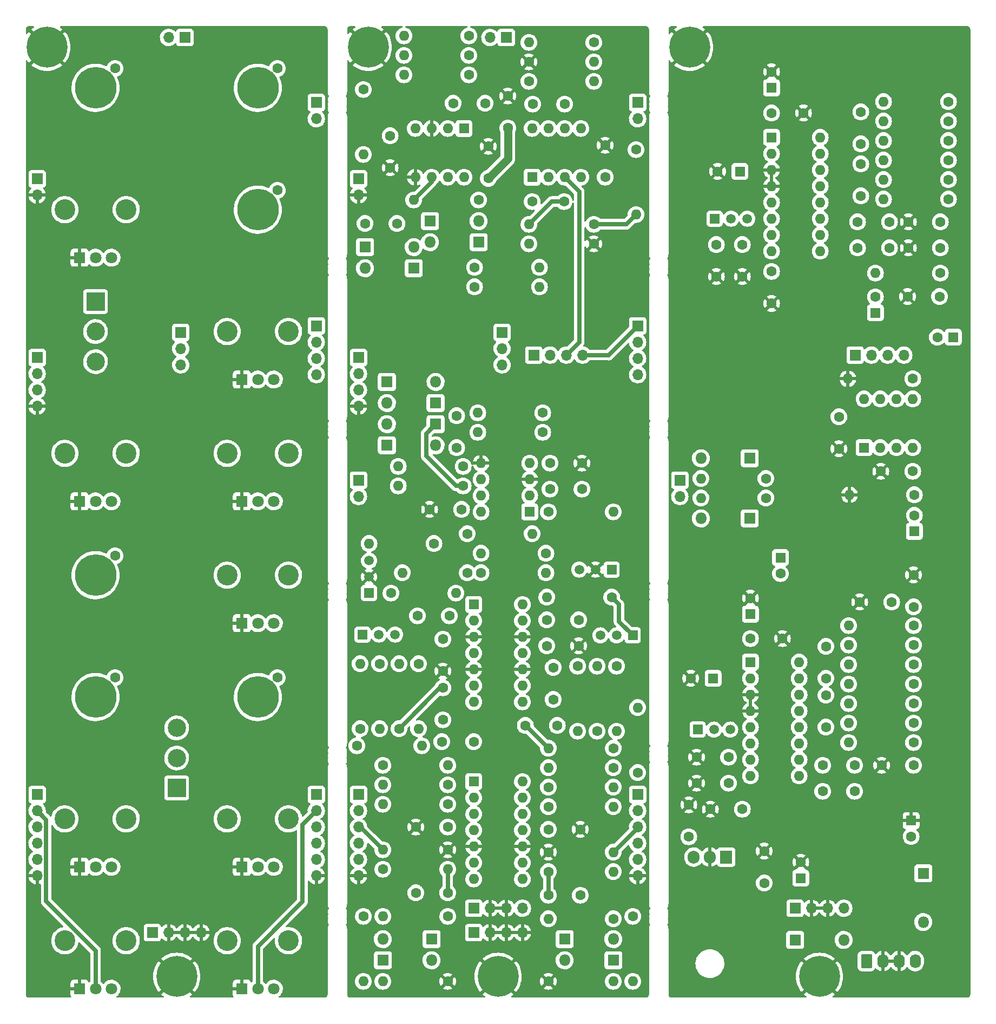
<source format=gbl>
%TF.GenerationSoftware,KiCad,Pcbnew,(6.0.0-0)*%
%TF.CreationDate,2022-01-16T21:43:16+00:00*%
%TF.ProjectId,dual-digi-delay,6475616c-2d64-4696-9769-2d64656c6179,r03*%
%TF.SameCoordinates,Original*%
%TF.FileFunction,Copper,L2,Bot*%
%TF.FilePolarity,Positive*%
%FSLAX46Y46*%
G04 Gerber Fmt 4.6, Leading zero omitted, Abs format (unit mm)*
G04 Created by KiCad (PCBNEW (6.0.0-0)) date 2022-01-16 21:43:16*
%MOMM*%
%LPD*%
G01*
G04 APERTURE LIST*
G04 Aperture macros list*
%AMRoundRect*
0 Rectangle with rounded corners*
0 $1 Rounding radius*
0 $2 $3 $4 $5 $6 $7 $8 $9 X,Y pos of 4 corners*
0 Add a 4 corners polygon primitive as box body*
4,1,4,$2,$3,$4,$5,$6,$7,$8,$9,$2,$3,0*
0 Add four circle primitives for the rounded corners*
1,1,$1+$1,$2,$3*
1,1,$1+$1,$4,$5*
1,1,$1+$1,$6,$7*
1,1,$1+$1,$8,$9*
0 Add four rect primitives between the rounded corners*
20,1,$1+$1,$2,$3,$4,$5,0*
20,1,$1+$1,$4,$5,$6,$7,0*
20,1,$1+$1,$6,$7,$8,$9,0*
20,1,$1+$1,$8,$9,$2,$3,0*%
G04 Aperture macros list end*
%TA.AperFunction,ComponentPad*%
%ADD10C,1.600000*%
%TD*%
%TA.AperFunction,ComponentPad*%
%ADD11R,1.600000X1.600000*%
%TD*%
%TA.AperFunction,ComponentPad*%
%ADD12R,1.800000X1.800000*%
%TD*%
%TA.AperFunction,ComponentPad*%
%ADD13O,1.800000X1.800000*%
%TD*%
%TA.AperFunction,ComponentPad*%
%ADD14R,1.500000X1.500000*%
%TD*%
%TA.AperFunction,ComponentPad*%
%ADD15C,1.500000*%
%TD*%
%TA.AperFunction,ComponentPad*%
%ADD16O,1.600000X1.600000*%
%TD*%
%TA.AperFunction,ComponentPad*%
%ADD17C,3.240000*%
%TD*%
%TA.AperFunction,ComponentPad*%
%ADD18C,1.800000*%
%TD*%
%TA.AperFunction,ComponentPad*%
%ADD19C,6.500000*%
%TD*%
%TA.AperFunction,ComponentPad*%
%ADD20R,1.700000X1.700000*%
%TD*%
%TA.AperFunction,ComponentPad*%
%ADD21O,1.700000X1.700000*%
%TD*%
%TA.AperFunction,ComponentPad*%
%ADD22R,2.850000X2.850000*%
%TD*%
%TA.AperFunction,ComponentPad*%
%ADD23C,2.850000*%
%TD*%
%TA.AperFunction,ComponentPad*%
%ADD24R,1.905000X2.000000*%
%TD*%
%TA.AperFunction,ComponentPad*%
%ADD25O,1.905000X2.000000*%
%TD*%
%TA.AperFunction,ComponentPad*%
%ADD26C,6.400000*%
%TD*%
%TA.AperFunction,ComponentPad*%
%ADD27RoundRect,0.250000X-0.620000X-0.845000X0.620000X-0.845000X0.620000X0.845000X-0.620000X0.845000X0*%
%TD*%
%TA.AperFunction,ComponentPad*%
%ADD28O,1.740000X2.190000*%
%TD*%
%TA.AperFunction,ViaPad*%
%ADD29C,0.762000*%
%TD*%
%TA.AperFunction,Conductor*%
%ADD30C,0.635000*%
%TD*%
%TA.AperFunction,Conductor*%
%ADD31C,1.270000*%
%TD*%
G04 APERTURE END LIST*
D10*
%TO.P,C32,1*%
%TO.N,Net-(C32-Pad1)*%
X131445000Y-62611000D03*
%TO.P,C32,2*%
%TO.N,GND*%
X131445000Y-67611000D03*
%TD*%
%TO.P,C26,1*%
%TO.N,GND*%
X145081000Y-42037000D03*
%TO.P,C26,2*%
%TO.N,+5V*%
X140081000Y-42037000D03*
%TD*%
D11*
%TO.P,C25,1*%
%TO.N,+5V*%
X140081000Y-38100000D03*
D10*
%TO.P,C25,2*%
%TO.N,GND*%
X140081000Y-35600000D03*
%TD*%
%TO.P,C35,1*%
%TO.N,GND*%
X135509000Y-67611000D03*
%TO.P,C35,2*%
%TO.N,Net-(C35-Pad2)*%
X135509000Y-62611000D03*
%TD*%
D11*
%TO.P,C29,1*%
%TO.N,Net-(C29-Pad1)*%
X135128000Y-51181000D03*
D10*
%TO.P,C29,2*%
%TO.N,GND*%
X131628000Y-51181000D03*
%TD*%
%TO.P,C37,1*%
%TO.N,GND*%
X140081000Y-71802000D03*
%TO.P,C37,2*%
%TO.N,Net-(C37-Pad2)*%
X140081000Y-66802000D03*
%TD*%
%TO.P,C33,1*%
%TO.N,Net-(C33-Pad1)*%
X153543000Y-63119000D03*
%TO.P,C33,2*%
%TO.N,Net-(C33-Pad2)*%
X158543000Y-63119000D03*
%TD*%
%TO.P,C27,1*%
%TO.N,Net-(C27-Pad1)*%
X154051000Y-46863000D03*
%TO.P,C27,2*%
%TO.N,Net-(C27-Pad2)*%
X154051000Y-41863000D03*
%TD*%
D11*
%TO.P,C38,1*%
%TO.N,/PT2399-Delay-1/AUDIO_IN*%
X156337000Y-73279000D03*
D10*
%TO.P,C38,2*%
%TO.N,Net-(C38-Pad2)*%
X156337000Y-70779000D03*
%TD*%
%TO.P,C30,1*%
%TO.N,Net-(C30-Pad1)*%
X153543000Y-59055000D03*
%TO.P,C30,2*%
%TO.N,Net-(C30-Pad2)*%
X158543000Y-59055000D03*
%TD*%
%TO.P,C28,1*%
%TO.N,Net-(C28-Pad1)*%
X154051000Y-49991000D03*
%TO.P,C28,2*%
%TO.N,Net-(C28-Pad2)*%
X154051000Y-54991000D03*
%TD*%
%TO.P,C34,1*%
%TO.N,GND*%
X161497000Y-63119000D03*
%TO.P,C34,2*%
%TO.N,Net-(C34-Pad2)*%
X166497000Y-63119000D03*
%TD*%
%TO.P,C31,1*%
%TO.N,GND*%
X161497000Y-59055000D03*
%TO.P,C31,2*%
%TO.N,Net-(C31-Pad2)*%
X166497000Y-59055000D03*
%TD*%
%TO.P,C36,1*%
%TO.N,GND*%
X161370000Y-70739000D03*
%TO.P,C36,2*%
%TO.N,Net-(C36-Pad2)*%
X166370000Y-70739000D03*
%TD*%
D11*
%TO.P,C39,1*%
%TO.N,Net-(C36-Pad2)*%
X168529000Y-77089000D03*
D10*
%TO.P,C39,2*%
%TO.N,/DelayBuffers/DELAY1_IN*%
X166029000Y-77089000D03*
%TD*%
%TO.P,C51,1*%
%TO.N,Net-(C51-Pad1)*%
X133350000Y-142748000D03*
%TO.P,C51,2*%
%TO.N,GND*%
X128350000Y-142748000D03*
%TD*%
%TO.P,C47,1*%
%TO.N,GND*%
X141779000Y-124206000D03*
%TO.P,C47,2*%
%TO.N,+5V*%
X136779000Y-124206000D03*
%TD*%
D11*
%TO.P,C46,1*%
%TO.N,+5V*%
X136779000Y-120396000D03*
D10*
%TO.P,C46,2*%
%TO.N,GND*%
X136779000Y-117896000D03*
%TD*%
%TO.P,C54,1*%
%TO.N,GND*%
X128350000Y-146812000D03*
%TO.P,C54,2*%
%TO.N,Net-(C54-Pad2)*%
X133350000Y-146812000D03*
%TD*%
D11*
%TO.P,C48,1*%
%TO.N,Net-(C48-Pad1)*%
X130937000Y-130429000D03*
D10*
%TO.P,C48,2*%
%TO.N,GND*%
X127437000Y-130429000D03*
%TD*%
%TO.P,C57,1*%
%TO.N,GND*%
X130509000Y-150876000D03*
%TO.P,C57,2*%
%TO.N,Net-(C57-Pad2)*%
X135509000Y-150876000D03*
%TD*%
%TO.P,C55,1*%
%TO.N,Net-(C55-Pad1)*%
X148082000Y-148082000D03*
%TO.P,C55,2*%
%TO.N,Net-(C55-Pad2)*%
X153082000Y-148082000D03*
%TD*%
%TO.P,C49,1*%
%TO.N,Net-(C49-Pad1)*%
X148590000Y-130429000D03*
%TO.P,C49,2*%
%TO.N,Net-(C49-Pad2)*%
X148590000Y-125429000D03*
%TD*%
D11*
%TO.P,C43,1*%
%TO.N,/PT2399-Delay-2/AUDIO_IN*%
X141478000Y-111546000D03*
D10*
%TO.P,C43,2*%
%TO.N,Net-(C43-Pad2)*%
X141478000Y-114046000D03*
%TD*%
%TO.P,C52,1*%
%TO.N,Net-(C52-Pad1)*%
X148082000Y-144018000D03*
%TO.P,C52,2*%
%TO.N,Net-(C52-Pad2)*%
X153082000Y-144018000D03*
%TD*%
%TO.P,C50,1*%
%TO.N,Net-(C50-Pad1)*%
X148590000Y-133049000D03*
%TO.P,C50,2*%
%TO.N,Net-(C50-Pad2)*%
X148590000Y-138049000D03*
%TD*%
%TO.P,C44,1*%
%TO.N,GND*%
X162306000Y-114253000D03*
%TO.P,C44,2*%
%TO.N,Net-(C44-Pad2)*%
X162306000Y-119253000D03*
%TD*%
%TO.P,C53,1*%
%TO.N,GND*%
X157306000Y-144018000D03*
%TO.P,C53,2*%
%TO.N,Net-(C53-Pad2)*%
X162306000Y-144018000D03*
%TD*%
%TO.P,C45,1*%
%TO.N,GND*%
X153877000Y-118491000D03*
%TO.P,C45,2*%
%TO.N,Net-(C42-Pad1)*%
X158877000Y-118491000D03*
%TD*%
D11*
%TO.P,C42,1*%
%TO.N,Net-(C42-Pad1)*%
X162433000Y-107442000D03*
D10*
%TO.P,C42,2*%
%TO.N,/DelayBuffers/DELAY2_IN*%
X162433000Y-104942000D03*
%TD*%
D12*
%TO.P,D13,1,K*%
%TO.N,+5V*%
X136652000Y-96012000D03*
D13*
%TO.P,D13,2,A*%
%TO.N,Net-(C32-Pad1)*%
X129032000Y-96012000D03*
%TD*%
D12*
%TO.P,D14,1,K*%
%TO.N,+5V*%
X136652000Y-105410000D03*
D13*
%TO.P,D14,2,A*%
%TO.N,Net-(C51-Pad1)*%
X129032000Y-105410000D03*
%TD*%
D14*
%TO.P,Q5,1,E*%
%TO.N,/PT2399-Delay-1/DELAY_TIME_CTRL*%
X131191000Y-58547000D03*
D15*
%TO.P,Q5,2,B*%
%TO.N,Net-(C32-Pad1)*%
X133731000Y-58547000D03*
%TO.P,Q5,3,C*%
%TO.N,Net-(Q5-Pad3)*%
X136271000Y-58547000D03*
%TD*%
D14*
%TO.P,Q6,1,E*%
%TO.N,/PT2399-Delay-2/DELAY_TIME_CTRL*%
X128524000Y-138430000D03*
D15*
%TO.P,Q6,2,B*%
%TO.N,Net-(C51-Pad1)*%
X131064000Y-138430000D03*
%TO.P,Q6,3,C*%
%TO.N,Net-(Q6-Pad3)*%
X133604000Y-138430000D03*
%TD*%
D10*
%TO.P,R60,1*%
%TO.N,+5V*%
X139192000Y-99187000D03*
D16*
%TO.P,R60,2*%
%TO.N,Net-(C32-Pad1)*%
X129032000Y-99187000D03*
%TD*%
D10*
%TO.P,R52,1*%
%TO.N,Net-(C34-Pad2)*%
X167767000Y-40259000D03*
D16*
%TO.P,R52,2*%
%TO.N,Net-(C27-Pad2)*%
X157607000Y-40259000D03*
%TD*%
D10*
%TO.P,R53,1*%
%TO.N,Net-(C34-Pad2)*%
X167767000Y-43307000D03*
D16*
%TO.P,R53,2*%
%TO.N,Net-(C27-Pad1)*%
X157607000Y-43307000D03*
%TD*%
D10*
%TO.P,R58,1*%
%TO.N,Net-(C34-Pad2)*%
X166497000Y-67056000D03*
D16*
%TO.P,R58,2*%
%TO.N,Net-(C38-Pad2)*%
X156337000Y-67056000D03*
%TD*%
D10*
%TO.P,R57,1*%
%TO.N,Net-(C31-Pad2)*%
X167767000Y-55499000D03*
D16*
%TO.P,R57,2*%
%TO.N,Net-(C30-Pad2)*%
X157607000Y-55499000D03*
%TD*%
D10*
%TO.P,R56,1*%
%TO.N,Net-(C31-Pad2)*%
X167767000Y-52451000D03*
D16*
%TO.P,R56,2*%
%TO.N,Net-(C28-Pad2)*%
X157607000Y-52451000D03*
%TD*%
D10*
%TO.P,R55,1*%
%TO.N,Net-(C31-Pad2)*%
X167767000Y-49403000D03*
D16*
%TO.P,R55,2*%
%TO.N,Net-(C28-Pad1)*%
X157607000Y-49403000D03*
%TD*%
D10*
%TO.P,R54,1*%
%TO.N,Net-(C36-Pad2)*%
X167767000Y-46355000D03*
D16*
%TO.P,R54,2*%
%TO.N,Net-(C28-Pad1)*%
X157607000Y-46355000D03*
%TD*%
D10*
%TO.P,R62,1*%
%TO.N,+5V*%
X139192000Y-102235000D03*
D16*
%TO.P,R62,2*%
%TO.N,Net-(C51-Pad1)*%
X129032000Y-102235000D03*
%TD*%
D10*
%TO.P,R64,1*%
%TO.N,Net-(C44-Pad2)*%
X162306000Y-125222000D03*
D16*
%TO.P,R64,2*%
%TO.N,Net-(C49-Pad2)*%
X152146000Y-125222000D03*
%TD*%
D10*
%TO.P,R65,1*%
%TO.N,Net-(C44-Pad2)*%
X162306000Y-128270000D03*
D16*
%TO.P,R65,2*%
%TO.N,Net-(C49-Pad1)*%
X152146000Y-128270000D03*
%TD*%
D10*
%TO.P,R63,1*%
%TO.N,Net-(C44-Pad2)*%
X162306000Y-122174000D03*
D16*
%TO.P,R63,2*%
%TO.N,Net-(C43-Pad2)*%
X152146000Y-122174000D03*
%TD*%
D10*
%TO.P,R69,1*%
%TO.N,Net-(C53-Pad2)*%
X162306000Y-140462000D03*
D16*
%TO.P,R69,2*%
%TO.N,Net-(C52-Pad2)*%
X152146000Y-140462000D03*
%TD*%
D10*
%TO.P,R68,1*%
%TO.N,Net-(C53-Pad2)*%
X162306000Y-137414000D03*
D16*
%TO.P,R68,2*%
%TO.N,Net-(C50-Pad2)*%
X152146000Y-137414000D03*
%TD*%
D10*
%TO.P,R67,1*%
%TO.N,Net-(C53-Pad2)*%
X162306000Y-134366000D03*
D16*
%TO.P,R67,2*%
%TO.N,Net-(C50-Pad1)*%
X152146000Y-134366000D03*
%TD*%
D10*
%TO.P,R66,1*%
%TO.N,Net-(C42-Pad1)*%
X162306000Y-131318000D03*
D16*
%TO.P,R66,2*%
%TO.N,Net-(C50-Pad1)*%
X152146000Y-131318000D03*
%TD*%
D11*
%TO.P,U6,1,VCC*%
%TO.N,+5V*%
X140081000Y-45847000D03*
D16*
%TO.P,U6,2,REF*%
%TO.N,Net-(C29-Pad1)*%
X140081000Y-48387000D03*
%TO.P,U6,3,AGND*%
%TO.N,GND*%
X140081000Y-50927000D03*
%TO.P,U6,4,DGND*%
X140081000Y-53467000D03*
%TO.P,U6,5,CLK_O*%
%TO.N,unconnected-(U6-Pad5)*%
X140081000Y-56007000D03*
%TO.P,U6,6,VCO*%
%TO.N,Net-(Q5-Pad3)*%
X140081000Y-58547000D03*
%TO.P,U6,7,CC1*%
%TO.N,Net-(C35-Pad2)*%
X140081000Y-61087000D03*
%TO.P,U6,8,CC0*%
%TO.N,Net-(C37-Pad2)*%
X140081000Y-63627000D03*
%TO.P,U6,9,OP1-OUT*%
%TO.N,Net-(C33-Pad1)*%
X147701000Y-63627000D03*
%TO.P,U6,10,OP1-IN*%
%TO.N,Net-(C33-Pad2)*%
X147701000Y-61087000D03*
%TO.P,U6,11,OP2-IN*%
%TO.N,Net-(C30-Pad1)*%
X147701000Y-58547000D03*
%TO.P,U6,12,OP2-OUT*%
%TO.N,Net-(C30-Pad2)*%
X147701000Y-56007000D03*
%TO.P,U6,13,LPF2-IN*%
%TO.N,Net-(C28-Pad2)*%
X147701000Y-53467000D03*
%TO.P,U6,14,LPF2-OUT*%
%TO.N,Net-(C28-Pad1)*%
X147701000Y-50927000D03*
%TO.P,U6,15,LPF1-OUT*%
%TO.N,Net-(C27-Pad1)*%
X147701000Y-48387000D03*
%TO.P,U6,16,LPF1-IN*%
%TO.N,Net-(C27-Pad2)*%
X147701000Y-45847000D03*
%TD*%
D11*
%TO.P,U8,1,VCC*%
%TO.N,+5V*%
X136779000Y-127889000D03*
D16*
%TO.P,U8,2,REF*%
%TO.N,Net-(C48-Pad1)*%
X136779000Y-130429000D03*
%TO.P,U8,3,AGND*%
%TO.N,GND*%
X136779000Y-132969000D03*
%TO.P,U8,4,DGND*%
X136779000Y-135509000D03*
%TO.P,U8,5,CLK_O*%
%TO.N,unconnected-(U8-Pad5)*%
X136779000Y-138049000D03*
%TO.P,U8,6,VCO*%
%TO.N,Net-(Q6-Pad3)*%
X136779000Y-140589000D03*
%TO.P,U8,7,CC1*%
%TO.N,Net-(C54-Pad2)*%
X136779000Y-143129000D03*
%TO.P,U8,8,CC0*%
%TO.N,Net-(C57-Pad2)*%
X136779000Y-145669000D03*
%TO.P,U8,9,OP1-OUT*%
%TO.N,Net-(C55-Pad1)*%
X144399000Y-145669000D03*
%TO.P,U8,10,OP1-IN*%
%TO.N,Net-(C55-Pad2)*%
X144399000Y-143129000D03*
%TO.P,U8,11,OP2-IN*%
%TO.N,Net-(C52-Pad1)*%
X144399000Y-140589000D03*
%TO.P,U8,12,OP2-OUT*%
%TO.N,Net-(C52-Pad2)*%
X144399000Y-138049000D03*
%TO.P,U8,13,LPF2-IN*%
%TO.N,Net-(C50-Pad2)*%
X144399000Y-135509000D03*
%TO.P,U8,14,LPF2-OUT*%
%TO.N,Net-(C50-Pad1)*%
X144399000Y-132969000D03*
%TO.P,U8,15,LPF1-OUT*%
%TO.N,Net-(C49-Pad1)*%
X144399000Y-130429000D03*
%TO.P,U8,16,LPF1-IN*%
%TO.N,Net-(C49-Pad2)*%
X144399000Y-127889000D03*
%TD*%
D10*
%TO.P,C21,1*%
%TO.N,GND*%
X84408000Y-153670000D03*
%TO.P,C21,2*%
%TO.N,+12V*%
X89408000Y-153670000D03*
%TD*%
%TO.P,C22,1*%
%TO.N,-12V*%
X105156000Y-154051000D03*
%TO.P,C22,2*%
%TO.N,GND*%
X110156000Y-154051000D03*
%TD*%
%TO.P,C16,1*%
%TO.N,GND*%
X88646000Y-129286000D03*
%TO.P,C16,2*%
%TO.N,+12V*%
X88646000Y-124286000D03*
%TD*%
%TO.P,C15,1*%
%TO.N,-12V*%
X104902000Y-125349000D03*
%TO.P,C15,2*%
%TO.N,GND*%
X109902000Y-125349000D03*
%TD*%
%TO.P,C23,1*%
%TO.N,/CVControl/DELAY1_CV_CTRL*%
X84408000Y-163957000D03*
%TO.P,C23,2*%
%TO.N,Net-(C23-Pad2)*%
X89408000Y-163957000D03*
%TD*%
%TO.P,C19,1*%
%TO.N,Net-(C19-Pad1)*%
X106553000Y-137795000D03*
%TO.P,C19,2*%
%TO.N,Net-(C19-Pad2)*%
X101553000Y-137795000D03*
%TD*%
%TO.P,C20,1*%
%TO.N,/CVControl/DELAY1_CV_JOIN_OUT*%
X93472000Y-140335000D03*
%TO.P,C20,2*%
%TO.N,Net-(C20-Pad2)*%
X88472000Y-140335000D03*
%TD*%
%TO.P,C17,1*%
%TO.N,Net-(C17-Pad1)*%
X105918000Y-133731000D03*
%TO.P,C17,2*%
%TO.N,Net-(C17-Pad2)*%
X105918000Y-128731000D03*
%TD*%
%TO.P,C18,1*%
%TO.N,Net-(C18-Pad1)*%
X88646000Y-136906000D03*
%TO.P,C18,2*%
%TO.N,Net-(C18-Pad2)*%
X88646000Y-131906000D03*
%TD*%
%TO.P,C14,1*%
%TO.N,Net-(C14-Pad1)*%
X104902000Y-121285000D03*
%TO.P,C14,2*%
%TO.N,Net-(C14-Pad2)*%
X109902000Y-121285000D03*
%TD*%
%TO.P,C13,1*%
%TO.N,Net-(C13-Pad1)*%
X89662000Y-120650000D03*
%TO.P,C13,2*%
%TO.N,Net-(C13-Pad2)*%
X84662000Y-120650000D03*
%TD*%
D11*
%TO.P,C60,1*%
%TO.N,+12V*%
X144653000Y-161671000D03*
D10*
%TO.P,C60,2*%
%TO.N,GND*%
X144653000Y-159171000D03*
%TD*%
D11*
%TO.P,C58,1*%
%TO.N,GND*%
X161925000Y-152654000D03*
D10*
%TO.P,C58,2*%
%TO.N,-12V*%
X161925000Y-155154000D03*
%TD*%
%TO.P,C59,1*%
%TO.N,GND*%
X138938000Y-157433000D03*
%TO.P,C59,2*%
%TO.N,+12V*%
X138938000Y-162433000D03*
%TD*%
%TO.P,C56,1*%
%TO.N,GND*%
X127127000Y-150194000D03*
%TO.P,C56,2*%
%TO.N,+5V*%
X127127000Y-155194000D03*
%TD*%
D12*
%TO.P,D15,1,K*%
%TO.N,+12V*%
X143764000Y-171323000D03*
D13*
%TO.P,D15,2,A*%
%TO.N,/Power/+VCC*%
X151384000Y-171323000D03*
%TD*%
D12*
%TO.P,D16,1,K*%
%TO.N,-12V*%
X163830000Y-160909000D03*
D13*
%TO.P,D16,2,A*%
%TO.N,/Power/-VCC*%
X163830000Y-168529000D03*
%TD*%
D17*
%TO.P,DELAY_CV_ATTV1,*%
%TO.N,*%
X39090000Y-152400001D03*
X29490000Y-152400001D03*
D12*
%TO.P,DELAY_CV_ATTV1,1,1*%
%TO.N,GND*%
X31790000Y-159900001D03*
D18*
%TO.P,DELAY_CV_ATTV1,2,2*%
%TO.N,/CVInputs/DELAY1_CV_ATTV*%
X34290000Y-159900001D03*
%TO.P,DELAY_CV_ATTV1,3,3*%
%TO.N,/CVInputs/DELAY1_CV_CTRL*%
X36790000Y-159900001D03*
%TD*%
D17*
%TO.P,DELAY_TIME1,*%
%TO.N,*%
X39090000Y-171450000D03*
X29490000Y-171450000D03*
D12*
%TO.P,DELAY_TIME1,1,1*%
%TO.N,GND*%
X31790000Y-178950000D03*
D18*
%TO.P,DELAY_TIME1,2,2*%
%TO.N,/CVInputs/DELAY1_CONTROL*%
X34290000Y-178950000D03*
%TO.P,DELAY_TIME1,3,3*%
%TO.N,+12V*%
X36790000Y-178950000D03*
%TD*%
D17*
%TO.P,DELAY_CV_ATTV2,*%
%TO.N,*%
X54890001Y-152400001D03*
X64490001Y-152400001D03*
D12*
%TO.P,DELAY_CV_ATTV2,1,1*%
%TO.N,GND*%
X57190001Y-159900001D03*
D18*
%TO.P,DELAY_CV_ATTV2,2,2*%
%TO.N,/CVInputs/DELAY2_CV_ATTV*%
X59690001Y-159900001D03*
%TO.P,DELAY_CV_ATTV2,3,3*%
%TO.N,/CVInputs/DELAY2_CV_CTRL*%
X62190001Y-159900001D03*
%TD*%
D17*
%TO.P,DELAY_TIME2,*%
%TO.N,*%
X64490000Y-171450000D03*
X54890000Y-171450000D03*
D12*
%TO.P,DELAY_TIME2,1,1*%
%TO.N,GND*%
X57190000Y-178950000D03*
D18*
%TO.P,DELAY_TIME2,2,2*%
%TO.N,/CVInputs/DELAY2_CONTROL*%
X59690000Y-178950000D03*
%TO.P,DELAY_TIME2,3,3*%
%TO.N,+12V*%
X62190000Y-178950000D03*
%TD*%
D19*
%TO.P,J6,1*%
%TO.N,/CVInputs/DELAY2_CV_INPUT*%
X59690001Y-133350000D03*
D10*
X62738001Y-130302000D03*
%TD*%
D19*
%TO.P,J3,1*%
%TO.N,/CVInputs/DELAY1_CV_INPUT*%
X34290000Y-133350000D03*
D10*
X37338000Y-130302000D03*
%TD*%
D20*
%TO.P,J15,1,Pin_1*%
%TO.N,+12V*%
X93472000Y-170180000D03*
D21*
%TO.P,J15,2,Pin_2*%
%TO.N,GND*%
X96012000Y-170180000D03*
%TO.P,J15,3,Pin_3*%
X98552000Y-170180000D03*
%TO.P,J15,4,Pin_4*%
X101092000Y-170180000D03*
%TD*%
D14*
%TO.P,Q4,1,E*%
%TO.N,Net-(Q1-Pad1)*%
X118364000Y-123698000D03*
D15*
%TO.P,Q4,2,B*%
%TO.N,Net-(Q4-Pad2)*%
X115824000Y-123698000D03*
%TO.P,Q4,3,C*%
%TO.N,Net-(C14-Pad1)*%
X113284000Y-123698000D03*
%TD*%
D14*
%TO.P,Q3,1,E*%
%TO.N,Net-(Q2-Pad1)*%
X76073000Y-123571000D03*
D15*
%TO.P,Q3,2,B*%
%TO.N,Net-(Q3-Pad2)*%
X78613000Y-123571000D03*
%TO.P,Q3,3,C*%
%TO.N,Net-(C13-Pad1)*%
X81153000Y-123571000D03*
%TD*%
D14*
%TO.P,Q1,1,E*%
%TO.N,Net-(Q1-Pad1)*%
X115062000Y-113411000D03*
D15*
%TO.P,Q1,2,B*%
%TO.N,GND*%
X112522000Y-113411000D03*
%TO.P,Q1,3,C*%
%TO.N,Net-(Q1-Pad3)*%
X109982000Y-113411000D03*
%TD*%
D14*
%TO.P,Q2,1,E*%
%TO.N,Net-(Q2-Pad1)*%
X77089000Y-117094000D03*
D15*
%TO.P,Q2,2,B*%
%TO.N,GND*%
X77089000Y-114554000D03*
%TO.P,Q2,3,C*%
%TO.N,Net-(Q2-Pad3)*%
X77089000Y-112014000D03*
%TD*%
D10*
%TO.P,R42,1*%
%TO.N,GND*%
X89408000Y-157226000D03*
D16*
%TO.P,R42,2*%
%TO.N,/CVControl/DELAY1_CV_ATTV*%
X79248000Y-157226000D03*
%TD*%
D10*
%TO.P,R47,1*%
%TO.N,Net-(C23-Pad2)*%
X89408000Y-167640000D03*
D16*
%TO.P,R47,2*%
%TO.N,/CVControl/DELAY1_CV_INPUT*%
X79248000Y-167640000D03*
%TD*%
D10*
%TO.P,R49,1*%
%TO.N,/CVControl/DELAY2_CV_INPUT*%
X115316000Y-168021000D03*
D16*
%TO.P,R49,2*%
%TO.N,Net-(C24-Pad2)*%
X105156000Y-168021000D03*
%TD*%
D10*
%TO.P,R37,1*%
%TO.N,/CVControl/DELAY2_JOIN_CV_INPUT*%
X119126000Y-145161000D03*
D16*
%TO.P,R37,2*%
%TO.N,Net-(C17-Pad2)*%
X119126000Y-135001000D03*
%TD*%
D10*
%TO.P,R45,1*%
%TO.N,Net-(C24-Pad2)*%
X105156000Y-160655000D03*
D16*
%TO.P,R45,2*%
%TO.N,/CVControl/DELAY2_CV_CTRL*%
X115316000Y-160655000D03*
%TD*%
D10*
%TO.P,R44,1*%
%TO.N,/CVControl/DELAY1_CV_CTRL*%
X79248000Y-160274000D03*
D16*
%TO.P,R44,2*%
%TO.N,Net-(C23-Pad2)*%
X89408000Y-160274000D03*
%TD*%
D10*
%TO.P,R38,1*%
%TO.N,Net-(C20-Pad2)*%
X89408000Y-147066000D03*
D16*
%TO.P,R38,2*%
%TO.N,/CVControl/DELAY1_CV_CTRL*%
X79248000Y-147066000D03*
%TD*%
D10*
%TO.P,R39,1*%
%TO.N,Net-(C19-Pad2)*%
X105156000Y-147447000D03*
D16*
%TO.P,R39,2*%
%TO.N,/CVControl/DELAY2_CV_CTRL*%
X115316000Y-147447000D03*
%TD*%
D10*
%TO.P,R35,1*%
%TO.N,/CVControl/DELAY1_CONTROL*%
X79248000Y-144018000D03*
D16*
%TO.P,R35,2*%
%TO.N,Net-(C20-Pad2)*%
X89408000Y-144018000D03*
%TD*%
D10*
%TO.P,R43,1*%
%TO.N,GND*%
X105156000Y-157607000D03*
D16*
%TO.P,R43,2*%
%TO.N,/CVControl/DELAY2_CV_ATTV*%
X115316000Y-157607000D03*
%TD*%
D10*
%TO.P,R31,1*%
%TO.N,Net-(C18-Pad2)*%
X81788000Y-138303000D03*
D16*
%TO.P,R31,2*%
%TO.N,+12V*%
X81788000Y-128143000D03*
%TD*%
D10*
%TO.P,R34,1*%
%TO.N,Net-(C19-Pad1)*%
X115316000Y-141351000D03*
D16*
%TO.P,R34,2*%
%TO.N,Net-(C19-Pad2)*%
X105156000Y-141351000D03*
%TD*%
D10*
%TO.P,R33,1*%
%TO.N,/CVControl/DELAY1_CV_JOIN_OUT*%
X75184000Y-140970000D03*
D16*
%TO.P,R33,2*%
%TO.N,Net-(C20-Pad2)*%
X85344000Y-140970000D03*
%TD*%
D10*
%TO.P,R28,1*%
%TO.N,Net-(C17-Pad2)*%
X109728000Y-128524000D03*
D16*
%TO.P,R28,2*%
%TO.N,Net-(C19-Pad1)*%
X109728000Y-138684000D03*
%TD*%
D10*
%TO.P,R36,1*%
%TO.N,/CVControl/DELAY2_CONTROL*%
X115316000Y-144399000D03*
D16*
%TO.P,R36,2*%
%TO.N,Net-(C19-Pad2)*%
X105156000Y-144399000D03*
%TD*%
D10*
%TO.P,R21,1*%
%TO.N,Net-(C17-Pad2)*%
X104775000Y-110871000D03*
D16*
%TO.P,R21,2*%
%TO.N,+12V*%
X94615000Y-110871000D03*
%TD*%
D10*
%TO.P,R27,1*%
%TO.N,Net-(C18-Pad2)*%
X84836000Y-128143000D03*
D16*
%TO.P,R27,2*%
%TO.N,/CVControl/DELAY1_CV_JOIN_OUT*%
X84836000Y-138303000D03*
%TD*%
D10*
%TO.P,R29,1*%
%TO.N,Net-(Q4-Pad2)*%
X115824000Y-128524000D03*
D16*
%TO.P,R29,2*%
%TO.N,Net-(C17-Pad2)*%
X115824000Y-138684000D03*
%TD*%
D10*
%TO.P,R26,1*%
%TO.N,Net-(Q3-Pad2)*%
X78740000Y-128143000D03*
D16*
%TO.P,R26,2*%
%TO.N,Net-(C18-Pad2)*%
X78740000Y-138303000D03*
%TD*%
D10*
%TO.P,R32,1*%
%TO.N,Net-(C17-Pad1)*%
X112776000Y-138684000D03*
D16*
%TO.P,R32,2*%
%TO.N,Net-(Q4-Pad2)*%
X112776000Y-128524000D03*
%TD*%
D10*
%TO.P,R30,1*%
%TO.N,Net-(C18-Pad1)*%
X75692000Y-138303000D03*
D16*
%TO.P,R30,2*%
%TO.N,Net-(Q3-Pad2)*%
X75692000Y-128143000D03*
%TD*%
D10*
%TO.P,R23,1*%
%TO.N,+12V*%
X94615000Y-113919000D03*
D16*
%TO.P,R23,2*%
%TO.N,Net-(C14-Pad1)*%
X104775000Y-113919000D03*
%TD*%
D10*
%TO.P,R25,1*%
%TO.N,Net-(Q1-Pad1)*%
X115062000Y-117729000D03*
D16*
%TO.P,R25,2*%
%TO.N,Net-(C14-Pad2)*%
X104902000Y-117729000D03*
%TD*%
D10*
%TO.P,R22,1*%
%TO.N,+12V*%
X92456000Y-113919000D03*
D16*
%TO.P,R22,2*%
%TO.N,Net-(C13-Pad1)*%
X82296000Y-113919000D03*
%TD*%
D10*
%TO.P,R24,1*%
%TO.N,Net-(Q2-Pad1)*%
X80518000Y-117094000D03*
D16*
%TO.P,R24,2*%
%TO.N,Net-(C13-Pad2)*%
X90678000Y-117094000D03*
%TD*%
D10*
%TO.P,R19,1*%
%TO.N,/CVControl/DELAY2_TIME_VOLTAGE*%
X92456000Y-107823000D03*
D16*
%TO.P,R19,2*%
%TO.N,Net-(Q1-Pad3)*%
X102616000Y-107823000D03*
%TD*%
D10*
%TO.P,R20,1*%
%TO.N,/CVControl/DELAY1_TIME_VOLTAGE*%
X87249000Y-109347000D03*
D16*
%TO.P,R20,2*%
%TO.N,Net-(Q2-Pad3)*%
X77089000Y-109347000D03*
%TD*%
D22*
%TO.P,SW2,1,A*%
%TO.N,/CVInputs/JOIN_CV_SOURCE*%
X46990001Y-147575000D03*
D23*
%TO.P,SW2,2,B*%
%TO.N,/CVInputs/JOIN_CV*%
X46990001Y-142875000D03*
%TO.P,SW2,3,C*%
%TO.N,unconnected-(SW2-Pad3)*%
X46990001Y-138175000D03*
%TD*%
D11*
%TO.P,U4,1*%
%TO.N,Net-(C13-Pad2)*%
X93472000Y-118872000D03*
D16*
%TO.P,U4,2,-*%
%TO.N,Net-(C13-Pad1)*%
X93472000Y-121412000D03*
%TO.P,U4,3,+*%
%TO.N,GND*%
X93472000Y-123952000D03*
%TO.P,U4,4,V+*%
%TO.N,+12V*%
X93472000Y-126492000D03*
%TO.P,U4,5,+*%
%TO.N,GND*%
X93472000Y-129032000D03*
%TO.P,U4,6,-*%
%TO.N,Net-(C18-Pad2)*%
X93472000Y-131572000D03*
%TO.P,U4,7*%
%TO.N,Net-(C18-Pad1)*%
X93472000Y-134112000D03*
%TO.P,U4,8*%
%TO.N,Net-(C17-Pad1)*%
X101092000Y-134112000D03*
%TO.P,U4,9,-*%
%TO.N,Net-(C17-Pad2)*%
X101092000Y-131572000D03*
%TO.P,U4,10,+*%
%TO.N,GND*%
X101092000Y-129032000D03*
%TO.P,U4,11,V-*%
%TO.N,-12V*%
X101092000Y-126492000D03*
%TO.P,U4,12,+*%
%TO.N,GND*%
X101092000Y-123952000D03*
%TO.P,U4,13,-*%
%TO.N,Net-(C14-Pad1)*%
X101092000Y-121412000D03*
%TO.P,U4,14*%
%TO.N,Net-(C14-Pad2)*%
X101092000Y-118872000D03*
%TD*%
D24*
%TO.P,U9,1,VI*%
%TO.N,+12V*%
X132969000Y-158369000D03*
D25*
%TO.P,U9,2,GND*%
%TO.N,GND*%
X130429000Y-158369000D03*
%TO.P,U9,3,VO*%
%TO.N,+5V*%
X127889000Y-158369000D03*
%TD*%
D10*
%TO.P,C3,1*%
%TO.N,Net-(C3-Pad1)*%
X102696000Y-40640000D03*
%TO.P,C3,2*%
%TO.N,Net-(C3-Pad2)*%
X107696000Y-40640000D03*
%TD*%
%TO.P,C1,1*%
%TO.N,GND*%
X98806000Y-39370000D03*
%TO.P,C1,2*%
%TO.N,+12V*%
X98806000Y-44370000D03*
%TD*%
%TO.P,C6,1*%
%TO.N,-12V*%
X114046000Y-52070000D03*
%TO.P,C6,2*%
%TO.N,GND*%
X114046000Y-47070000D03*
%TD*%
%TO.P,C7,1*%
%TO.N,Net-(C7-Pad1)*%
X102616000Y-55880000D03*
%TO.P,C7,2*%
%TO.N,Net-(C7-Pad2)*%
X107616000Y-55880000D03*
%TD*%
%TO.P,R3,1*%
%TO.N,GND*%
X102108000Y-34036000D03*
D16*
%TO.P,R3,2*%
%TO.N,Net-(C3-Pad2)*%
X112268000Y-34036000D03*
%TD*%
D10*
%TO.P,R6,1*%
%TO.N,Net-(C3-Pad1)*%
X102108000Y-37084000D03*
D16*
%TO.P,R6,2*%
%TO.N,Net-(C3-Pad2)*%
X112268000Y-37084000D03*
%TD*%
D10*
%TO.P,R11,1*%
%TO.N,GND*%
X112268000Y-62484000D03*
D16*
%TO.P,R11,2*%
%TO.N,Net-(C7-Pad2)*%
X102108000Y-62484000D03*
%TD*%
D10*
%TO.P,R10,1*%
%TO.N,Net-(C7-Pad1)*%
X112268000Y-59436000D03*
D16*
%TO.P,R10,2*%
%TO.N,Net-(C7-Pad2)*%
X102108000Y-59436000D03*
%TD*%
D17*
%TO.P,DRY_LEVEL1,*%
%TO.N,*%
X64490001Y-114300001D03*
X54890001Y-114300001D03*
D12*
%TO.P,DRY_LEVEL1,1,1*%
%TO.N,GND*%
X57190001Y-121800001D03*
D18*
%TO.P,DRY_LEVEL1,2,2*%
%TO.N,/AudioIO/DRY_AUDIO_LEVEL*%
X59690001Y-121800001D03*
%TO.P,DRY_LEVEL1,3,3*%
%TO.N,/AudioIO/DRY_AUDIO_INPUT*%
X62190001Y-121800001D03*
%TD*%
D17*
%TO.P,FEEDBACK1,*%
%TO.N,*%
X29490000Y-57150000D03*
X39090000Y-57150000D03*
D12*
%TO.P,FEEDBACK1,1,1*%
%TO.N,GND*%
X31790000Y-64650000D03*
D18*
%TO.P,FEEDBACK1,2,2*%
%TO.N,/AudioIO/FEEDBACK_LEVEL*%
X34290000Y-64650000D03*
%TO.P,FEEDBACK1,3,3*%
%TO.N,/AudioIO/FEEDBACK_INPUT*%
X36790000Y-64650000D03*
%TD*%
D17*
%TO.P,INPUT_GAIN1,*%
%TO.N,*%
X29490000Y-95250000D03*
X39090000Y-95250000D03*
D12*
%TO.P,INPUT_GAIN1,1,1*%
%TO.N,GND*%
X31790000Y-102750000D03*
D18*
%TO.P,INPUT_GAIN1,2,2*%
%TO.N,/AudioIO/AUDIO_IN*%
X34290000Y-102750000D03*
%TO.P,INPUT_GAIN1,3,3*%
%TO.N,Net-(INPUT_GAIN1-Pad3)*%
X36790000Y-102750000D03*
%TD*%
D10*
%TO.P,J2,1*%
%TO.N,Net-(INPUT_GAIN1-Pad3)*%
X37338000Y-111252000D03*
D19*
X34290000Y-114300000D03*
%TD*%
D10*
%TO.P,J1,1*%
%TO.N,/AudioIO/MAIN_OUT*%
X37338000Y-35052000D03*
D19*
X34290000Y-38100000D03*
%TD*%
%TO.P,J5,1*%
%TO.N,/AudioIO/DELAY1_WET_OUT*%
X59690001Y-38100000D03*
D10*
X62738001Y-35052000D03*
%TD*%
%TO.P,J4,1*%
%TO.N,/AudioIO/DELAY2_WET_OUT*%
X62738000Y-54102000D03*
D19*
X59690000Y-57150000D03*
%TD*%
D22*
%TO.P,SW1,1,A*%
%TO.N,/AudioIO/DELAY1_WET_TO_2*%
X34290000Y-71500000D03*
D23*
%TO.P,SW1,2,B*%
%TO.N,/AudioIO/DELAY2_SOURCE*%
X34290000Y-76200000D03*
%TO.P,SW1,3,C*%
%TO.N,/AudioIO/INPUT_MIX*%
X34290000Y-80900000D03*
%TD*%
D17*
%TO.P,WET_LEVEL1,*%
%TO.N,*%
X64490001Y-76200000D03*
X54890001Y-76200000D03*
D12*
%TO.P,WET_LEVEL1,1,1*%
%TO.N,GND*%
X57190001Y-83700000D03*
D18*
%TO.P,WET_LEVEL1,2,2*%
%TO.N,/AudioIO/DELAY1_WET_LEVEL*%
X59690001Y-83700000D03*
%TO.P,WET_LEVEL1,3,3*%
%TO.N,/AudioIO/DELAY1_WET*%
X62190001Y-83700000D03*
%TD*%
D17*
%TO.P,WET_LEVEL2,*%
%TO.N,*%
X54890001Y-95250000D03*
X64490001Y-95250000D03*
D12*
%TO.P,WET_LEVEL2,1,1*%
%TO.N,GND*%
X57190001Y-102750000D03*
D18*
%TO.P,WET_LEVEL2,2,2*%
%TO.N,/AudioIO/DELAY2_WET_LEVEL*%
X59690001Y-102750000D03*
%TO.P,WET_LEVEL2,3,3*%
%TO.N,/AudioIO/DELAY2_WET*%
X62190001Y-102750000D03*
%TD*%
D20*
%TO.P,J18,1,Pin_1*%
%TO.N,/PT2399-Delay-1/DELAY_TIME_CTRL*%
X125730000Y-99441000D03*
D21*
%TO.P,J18,2,Pin_2*%
%TO.N,/PT2399-Delay-2/DELAY_TIME_CTRL*%
X125730000Y-101981000D03*
%TD*%
D10*
%TO.P,C2,1*%
%TO.N,Net-(C2-Pad1)*%
X95250000Y-40513000D03*
%TO.P,C2,2*%
%TO.N,Net-(C2-Pad2)*%
X90250000Y-40513000D03*
%TD*%
%TO.P,C5,1*%
%TO.N,GND*%
X95758000Y-47244000D03*
%TO.P,C5,2*%
%TO.N,+12V*%
X95758000Y-52244000D03*
%TD*%
%TO.P,C4,1*%
%TO.N,-12V*%
X80391000Y-45593000D03*
%TO.P,C4,2*%
%TO.N,GND*%
X80391000Y-50593000D03*
%TD*%
%TO.P,C12,1*%
%TO.N,GND*%
X86567000Y-104013000D03*
%TO.P,C12,2*%
%TO.N,+12V*%
X91567000Y-104013000D03*
%TD*%
%TO.P,C10,1*%
%TO.N,-12V*%
X105410000Y-96774000D03*
%TO.P,C10,2*%
%TO.N,GND*%
X110410000Y-96774000D03*
%TD*%
D12*
%TO.P,D4,1,K*%
%TO.N,Net-(D3-Pad2)*%
X84074000Y-66294000D03*
D13*
%TO.P,D4,2,A*%
%TO.N,Net-(C8-Pad2)*%
X76454000Y-66294000D03*
%TD*%
D12*
%TO.P,D2,1,K*%
%TO.N,Net-(C8-Pad2)*%
X94234000Y-62230000D03*
D13*
%TO.P,D2,2,A*%
%TO.N,Net-(D1-Pad1)*%
X86614000Y-62230000D03*
%TD*%
D12*
%TO.P,D3,1,K*%
%TO.N,/OutputMix/DELAY_MIX*%
X76454000Y-62992000D03*
D13*
%TO.P,D3,2,A*%
%TO.N,Net-(D3-Pad2)*%
X84074000Y-62992000D03*
%TD*%
D12*
%TO.P,D1,1,K*%
%TO.N,Net-(D1-Pad1)*%
X86614000Y-58928000D03*
D13*
%TO.P,D1,2,A*%
%TO.N,/OutputMix/DELAY_MIX*%
X94234000Y-58928000D03*
%TD*%
D12*
%TO.P,D8,1,K*%
%TO.N,Net-(D7-Pad2)*%
X79883000Y-93980000D03*
D13*
%TO.P,D8,2,A*%
%TO.N,Net-(C9-Pad2)*%
X87503000Y-93980000D03*
%TD*%
D12*
%TO.P,D6,1,K*%
%TO.N,Net-(C9-Pad2)*%
X87503000Y-87376000D03*
D13*
%TO.P,D6,2,A*%
%TO.N,Net-(D5-Pad1)*%
X79883000Y-87376000D03*
%TD*%
D12*
%TO.P,D7,1,K*%
%TO.N,/InputMix/DRY_AUDIO_SOURCE*%
X87503000Y-90678000D03*
D13*
%TO.P,D7,2,A*%
%TO.N,Net-(D7-Pad2)*%
X79883000Y-90678000D03*
%TD*%
D12*
%TO.P,D5,1,K*%
%TO.N,Net-(D5-Pad1)*%
X79883000Y-84074000D03*
D13*
%TO.P,D5,2,A*%
%TO.N,/InputMix/DRY_AUDIO_SOURCE*%
X87503000Y-84074000D03*
%TD*%
D10*
%TO.P,R13,1*%
%TO.N,Net-(C8-Pad2)*%
X93599000Y-69215000D03*
D16*
%TO.P,R13,2*%
%TO.N,/OutputMix/DELAY2_WET_LEVEL*%
X103759000Y-69215000D03*
%TD*%
D10*
%TO.P,R12,1*%
%TO.N,Net-(C8-Pad2)*%
X93599000Y-66167000D03*
D16*
%TO.P,R12,2*%
%TO.N,/OutputMix/DELAY1_WET_LEVEL*%
X103759000Y-66167000D03*
%TD*%
D10*
%TO.P,R9,1*%
%TO.N,/OutputMix/DELAY_MIX*%
X94234000Y-55626000D03*
D16*
%TO.P,R9,2*%
%TO.N,Net-(C8-Pad2)*%
X84074000Y-55626000D03*
%TD*%
D10*
%TO.P,R7,1*%
%TO.N,Net-(C2-Pad2)*%
X76200000Y-38354000D03*
D16*
%TO.P,R7,2*%
%TO.N,/OutputMix/DELAY_MIX*%
X76200000Y-48514000D03*
%TD*%
D10*
%TO.P,R2,1*%
%TO.N,/OutputMix/DRY_AUDIO_INPUT*%
X92710000Y-33020000D03*
D16*
%TO.P,R2,2*%
%TO.N,Net-(C2-Pad2)*%
X82550000Y-33020000D03*
%TD*%
D10*
%TO.P,R5,1*%
%TO.N,Net-(C2-Pad1)*%
X92710000Y-36068000D03*
D16*
%TO.P,R5,2*%
%TO.N,Net-(C2-Pad2)*%
X82550000Y-36068000D03*
%TD*%
D10*
%TO.P,R1,1*%
%TO.N,/OutputMix/MIX_OUT*%
X92710000Y-29972000D03*
D16*
%TO.P,R1,2*%
%TO.N,Net-(C2-Pad1)*%
X82550000Y-29972000D03*
%TD*%
D10*
%TO.P,R16,1*%
%TO.N,Net-(C9-Pad2)*%
X91821000Y-97282000D03*
D16*
%TO.P,R16,2*%
%TO.N,/InputMix/AUDIO_IN*%
X81661000Y-97282000D03*
%TD*%
D10*
%TO.P,R17,1*%
%TO.N,/InputMix/DRY_AUDIO_SOURCE*%
X91821000Y-100330000D03*
D16*
%TO.P,R17,2*%
%TO.N,Net-(C9-Pad2)*%
X81661000Y-100330000D03*
%TD*%
D10*
%TO.P,R14,1*%
%TO.N,Net-(C11-Pad2)*%
X104267000Y-88900000D03*
D16*
%TO.P,R14,2*%
%TO.N,/InputMix/DELAY_FEEDBACK*%
X94107000Y-88900000D03*
%TD*%
D10*
%TO.P,R15,1*%
%TO.N,Net-(C11-Pad2)*%
X104267000Y-91948000D03*
D16*
%TO.P,R15,2*%
%TO.N,/InputMix/DRY_AUDIO_SOURCE*%
X94107000Y-91948000D03*
%TD*%
D10*
%TO.P,R18,1*%
%TO.N,/InputMix/INPUT_MIX*%
X105156000Y-104394000D03*
D16*
%TO.P,R18,2*%
%TO.N,Net-(C11-Pad2)*%
X115316000Y-104394000D03*
%TD*%
D11*
%TO.P,U1,1*%
%TO.N,Net-(C2-Pad1)*%
X91948000Y-44450000D03*
D16*
%TO.P,U1,2,-*%
%TO.N,Net-(C2-Pad2)*%
X89408000Y-44450000D03*
%TO.P,U1,3,+*%
%TO.N,GND*%
X86868000Y-44450000D03*
%TO.P,U1,4,V-*%
%TO.N,-12V*%
X84328000Y-44450000D03*
%TO.P,U1,5,+*%
%TO.N,GND*%
X84328000Y-52070000D03*
%TO.P,U1,6,-*%
%TO.N,Net-(C8-Pad2)*%
X86868000Y-52070000D03*
%TO.P,U1,7*%
%TO.N,/OutputMix/DELAY_MIX*%
X89408000Y-52070000D03*
%TO.P,U1,8,V+*%
%TO.N,+12V*%
X91948000Y-52070000D03*
%TD*%
D11*
%TO.P,U3,1*%
%TO.N,/InputMix/INPUT_MIX*%
X102235000Y-104394000D03*
D16*
%TO.P,U3,2,-*%
%TO.N,Net-(C11-Pad2)*%
X102235000Y-101854000D03*
%TO.P,U3,3,+*%
%TO.N,GND*%
X102235000Y-99314000D03*
%TO.P,U3,4,V-*%
%TO.N,-12V*%
X102235000Y-96774000D03*
%TO.P,U3,5,+*%
%TO.N,GND*%
X94615000Y-96774000D03*
%TO.P,U3,6,-*%
%TO.N,Net-(C9-Pad2)*%
X94615000Y-99314000D03*
%TO.P,U3,7*%
%TO.N,/InputMix/DRY_AUDIO_SOURCE*%
X94615000Y-101854000D03*
%TO.P,U3,8,V+*%
%TO.N,+12V*%
X94615000Y-104394000D03*
%TD*%
D20*
%TO.P,J12,1,Pin_1*%
%TO.N,/InputMix/DELAY_FEEDBACK*%
X75438000Y-80264000D03*
D21*
%TO.P,J12,2,Pin_2*%
%TO.N,/InputMix/DRY_AUDIO_SOURCE*%
X75438000Y-82804000D03*
%TO.P,J12,3,Pin_3*%
%TO.N,/InputMix/AUDIO_IN*%
X75438000Y-85344000D03*
%TO.P,J12,4,Pin_4*%
%TO.N,GND*%
X75438000Y-87884000D03*
%TD*%
D20*
%TO.P,J19,1,Pin_1*%
%TO.N,+12V*%
X143764000Y-166370000D03*
D21*
%TO.P,J19,2,Pin_2*%
%TO.N,GND*%
X146304000Y-166370000D03*
%TO.P,J19,3,Pin_3*%
X148844000Y-166370000D03*
%TO.P,J19,4,Pin_4*%
%TO.N,-12V*%
X151384000Y-166370000D03*
%TD*%
D20*
%TO.P,J8,1,Pin_1*%
%TO.N,/DelayOut/DELAY1_WET_OUT*%
X119126000Y-40386000D03*
D21*
%TO.P,J8,2,Pin_2*%
%TO.N,/DelayOut/DELAY2_WET_OUT*%
X119126000Y-42926000D03*
%TD*%
D20*
%TO.P,J7,1,Pin_1*%
%TO.N,/OutputMix/DRY_AUDIO_INPUT*%
X98552000Y-30226000D03*
D21*
%TO.P,J7,2,Pin_2*%
%TO.N,/OutputMix/MIX_OUT*%
X96012000Y-30226000D03*
%TD*%
D20*
%TO.P,J9,1,Pin_1*%
%TO.N,/OutputMix/DELAY_MIX*%
X75438000Y-52324000D03*
D21*
%TO.P,J9,2,Pin_2*%
%TO.N,GND*%
X75438000Y-54864000D03*
%TD*%
D26*
%TO.P,H1,1,1*%
%TO.N,GND*%
X26670000Y-31750000D03*
%TD*%
%TO.P,H2,1,1*%
%TO.N,GND*%
X46990000Y-177038000D03*
%TD*%
%TO.P,H9,1,1*%
%TO.N,GND*%
X76962000Y-31750000D03*
%TD*%
%TO.P,H10,1,1*%
%TO.N,GND*%
X97282000Y-177038000D03*
%TD*%
%TO.P,H17,1,1*%
%TO.N,GND*%
X127254000Y-31750000D03*
%TD*%
%TO.P,H18,1,1*%
%TO.N,GND*%
X147574000Y-177038000D03*
%TD*%
D10*
%TO.P,R4,1*%
%TO.N,/DelayOut/DELAY1_WET_OUT*%
X112268000Y-30988000D03*
D16*
%TO.P,R4,2*%
%TO.N,Net-(C3-Pad1)*%
X102108000Y-30988000D03*
%TD*%
D10*
%TO.P,R8,1*%
%TO.N,/DelayOut/DELAY2_WET_OUT*%
X118872000Y-47752000D03*
D16*
%TO.P,R8,2*%
%TO.N,Net-(C7-Pad1)*%
X118872000Y-57912000D03*
%TD*%
D11*
%TO.P,U2,1*%
%TO.N,Net-(C7-Pad1)*%
X102616000Y-52070000D03*
D16*
%TO.P,U2,2,-*%
%TO.N,Net-(C7-Pad2)*%
X105156000Y-52070000D03*
%TO.P,U2,3,+*%
%TO.N,/DelayOut/DELAY2_WET*%
X107696000Y-52070000D03*
%TO.P,U2,4,V-*%
%TO.N,-12V*%
X110236000Y-52070000D03*
%TO.P,U2,5,+*%
%TO.N,/DelayOut/DELAY1_WET*%
X110236000Y-44450000D03*
%TO.P,U2,6,-*%
%TO.N,Net-(C3-Pad2)*%
X107696000Y-44450000D03*
%TO.P,U2,7*%
%TO.N,Net-(C3-Pad1)*%
X105156000Y-44450000D03*
%TO.P,U2,8,V+*%
%TO.N,+12V*%
X102616000Y-44450000D03*
%TD*%
D20*
%TO.P,J16,1,Pin_1*%
%TO.N,/InputMix/INPUT_MIX*%
X102870000Y-79883000D03*
D21*
%TO.P,J16,2,Pin_2*%
%TO.N,Net-(J11-Pad2)*%
X105410000Y-79883000D03*
%TO.P,J16,3,Pin_3*%
%TO.N,/DelayOut/DELAY2_WET*%
X107950000Y-79883000D03*
%TO.P,J16,4,Pin_4*%
%TO.N,/DelayOut/DELAY1_WET*%
X110490000Y-79883000D03*
%TD*%
D20*
%TO.P,J17,1,Pin_1*%
%TO.N,/PT2399-Delay-1/AUDIO_IN*%
X153162000Y-79883000D03*
D21*
%TO.P,J17,2,Pin_2*%
%TO.N,/PT2399-Delay-2/AUDIO_IN*%
X155702000Y-79883000D03*
%TO.P,J17,3,Pin_3*%
%TO.N,/DelayBuffers/DELAY2_OUT*%
X158242000Y-79883000D03*
%TO.P,J17,4,Pin_4*%
%TO.N,/DelayBuffers/DELAY1_OUT*%
X160782000Y-79883000D03*
%TD*%
D10*
%TO.P,C24,1*%
%TO.N,/CVControl/DELAY2_CV_CTRL*%
X110156000Y-164338000D03*
%TO.P,C24,2*%
%TO.N,Net-(C24-Pad2)*%
X105156000Y-164338000D03*
%TD*%
D12*
%TO.P,D9,1,K*%
%TO.N,Net-(C23-Pad2)*%
X86868000Y-171196000D03*
D13*
%TO.P,D9,2,A*%
%TO.N,Net-(D11-Pad1)*%
X79248000Y-171196000D03*
%TD*%
D12*
%TO.P,D11,1,K*%
%TO.N,Net-(D11-Pad1)*%
X79248000Y-174498000D03*
D13*
%TO.P,D11,2,A*%
%TO.N,Net-(C23-Pad2)*%
X86868000Y-174498000D03*
%TD*%
D12*
%TO.P,D10,1,K*%
%TO.N,Net-(C24-Pad2)*%
X107696000Y-171196000D03*
D13*
%TO.P,D10,2,A*%
%TO.N,Net-(D10-Pad2)*%
X115316000Y-171196000D03*
%TD*%
D12*
%TO.P,D12,1,K*%
%TO.N,Net-(D10-Pad2)*%
X115316000Y-174498000D03*
D13*
%TO.P,D12,2,A*%
%TO.N,Net-(C24-Pad2)*%
X107696000Y-174498000D03*
%TD*%
D10*
%TO.P,R46,1*%
%TO.N,/CVControl/DELAY1_CV_CTRL*%
X76200000Y-167640000D03*
D16*
%TO.P,R46,2*%
%TO.N,Net-(D11-Pad1)*%
X76200000Y-177800000D03*
%TD*%
D10*
%TO.P,R50,1*%
%TO.N,GND*%
X89408000Y-177800000D03*
D16*
%TO.P,R50,2*%
%TO.N,Net-(D11-Pad1)*%
X79248000Y-177800000D03*
%TD*%
D10*
%TO.P,R48,1*%
%TO.N,/CVControl/DELAY2_CV_CTRL*%
X118364000Y-167640000D03*
D16*
%TO.P,R48,2*%
%TO.N,Net-(D10-Pad2)*%
X118364000Y-177800000D03*
%TD*%
D10*
%TO.P,R51,1*%
%TO.N,GND*%
X105156000Y-177800000D03*
D16*
%TO.P,R51,2*%
%TO.N,Net-(D10-Pad2)*%
X115316000Y-177800000D03*
%TD*%
D10*
%TO.P,R41,1*%
%TO.N,/CVControl/DELAY2_CV_ATTV*%
X105156000Y-150495000D03*
D16*
%TO.P,R41,2*%
%TO.N,/CVControl/DELAY2_CV_CTRL*%
X115316000Y-150495000D03*
%TD*%
D10*
%TO.P,R40,1*%
%TO.N,/CVControl/DELAY1_CV_ATTV*%
X89408000Y-150114000D03*
D16*
%TO.P,R40,2*%
%TO.N,/CVControl/DELAY1_CV_CTRL*%
X79248000Y-150114000D03*
%TD*%
D11*
%TO.P,U5,1*%
%TO.N,/CVControl/DELAY1_CV_JOIN_OUT*%
X93472000Y-146558000D03*
D16*
%TO.P,U5,2,-*%
%TO.N,Net-(C20-Pad2)*%
X93472000Y-149098000D03*
%TO.P,U5,3,+*%
%TO.N,/CVControl/DELAY1_CV_ATTV*%
X93472000Y-151638000D03*
%TO.P,U5,4,V+*%
%TO.N,+12V*%
X93472000Y-154178000D03*
%TO.P,U5,5,+*%
%TO.N,GND*%
X93472000Y-156718000D03*
%TO.P,U5,6,-*%
%TO.N,Net-(C23-Pad2)*%
X93472000Y-159258000D03*
%TO.P,U5,7*%
%TO.N,/CVControl/DELAY1_CV_CTRL*%
X93472000Y-161798000D03*
%TO.P,U5,8*%
%TO.N,/CVControl/DELAY2_CV_CTRL*%
X101092000Y-161798000D03*
%TO.P,U5,9,-*%
%TO.N,Net-(C24-Pad2)*%
X101092000Y-159258000D03*
%TO.P,U5,10,+*%
%TO.N,GND*%
X101092000Y-156718000D03*
%TO.P,U5,11,V-*%
%TO.N,-12V*%
X101092000Y-154178000D03*
%TO.P,U5,12,+*%
%TO.N,/CVControl/DELAY2_CV_ATTV*%
X101092000Y-151638000D03*
%TO.P,U5,13,-*%
%TO.N,Net-(C19-Pad2)*%
X101092000Y-149098000D03*
%TO.P,U5,14*%
%TO.N,Net-(C19-Pad1)*%
X101092000Y-146558000D03*
%TD*%
D20*
%TO.P,J13,1,Pin_1*%
%TO.N,/CVControl/DELAY1_CV_JOIN_OUT*%
X75438000Y-148590000D03*
D21*
%TO.P,J13,2,Pin_2*%
%TO.N,/CVControl/DELAY1_CONTROL*%
X75438000Y-151130000D03*
%TO.P,J13,3,Pin_3*%
%TO.N,/CVControl/DELAY1_CV_ATTV*%
X75438000Y-153670000D03*
%TO.P,J13,4,Pin_4*%
%TO.N,/CVControl/DELAY1_CV_CTRL*%
X75438000Y-156210000D03*
%TO.P,J13,5,Pin_5*%
%TO.N,/CVControl/DELAY1_CV_INPUT*%
X75438000Y-158750000D03*
%TO.P,J13,6,Pin_6*%
%TO.N,GND*%
X75438000Y-161290000D03*
%TD*%
D20*
%TO.P,J14,1,Pin_1*%
%TO.N,/CVControl/DELAY2_JOIN_CV_INPUT*%
X119126000Y-148590000D03*
D21*
%TO.P,J14,2,Pin_2*%
%TO.N,/CVControl/DELAY2_CONTROL*%
X119126000Y-151130000D03*
%TO.P,J14,3,Pin_3*%
%TO.N,/CVControl/DELAY2_CV_ATTV*%
X119126000Y-153670000D03*
%TO.P,J14,4,Pin_4*%
%TO.N,/CVControl/DELAY2_CV_CTRL*%
X119126000Y-156210000D03*
%TO.P,J14,5,Pin_5*%
%TO.N,/CVControl/DELAY2_CV_INPUT*%
X119126000Y-158750000D03*
%TO.P,J14,6,Pin_6*%
%TO.N,GND*%
X119126000Y-161290000D03*
%TD*%
D10*
%TO.P,C9,1*%
%TO.N,/InputMix/DRY_AUDIO_SOURCE*%
X90805000Y-89361000D03*
%TO.P,C9,2*%
%TO.N,Net-(C9-Pad2)*%
X90805000Y-94361000D03*
%TD*%
%TO.P,C11,1*%
%TO.N,/InputMix/INPUT_MIX*%
X110410000Y-100838000D03*
%TO.P,C11,2*%
%TO.N,Net-(C11-Pad2)*%
X105410000Y-100838000D03*
%TD*%
%TO.P,C8,1*%
%TO.N,/OutputMix/DELAY_MIX*%
X76454000Y-59309000D03*
%TO.P,C8,2*%
%TO.N,Net-(C8-Pad2)*%
X81454000Y-59309000D03*
%TD*%
%TO.P,C40,1*%
%TO.N,GND*%
X150622000Y-94535000D03*
%TO.P,C40,2*%
%TO.N,+12V*%
X150622000Y-89535000D03*
%TD*%
%TO.P,C41,1*%
%TO.N,-12V*%
X162179000Y-98044000D03*
%TO.P,C41,2*%
%TO.N,GND*%
X157179000Y-98044000D03*
%TD*%
%TO.P,R59,1*%
%TO.N,/DelayBuffers/DELAY1_IN*%
X162179000Y-83566000D03*
D16*
%TO.P,R59,2*%
%TO.N,GND*%
X152019000Y-83566000D03*
%TD*%
D10*
%TO.P,R61,1*%
%TO.N,/DelayBuffers/DELAY2_IN*%
X162433000Y-101727000D03*
D16*
%TO.P,R61,2*%
%TO.N,GND*%
X152273000Y-101727000D03*
%TD*%
D11*
%TO.P,U7,1*%
%TO.N,/DelayBuffers/DELAY2_OUT*%
X154559000Y-94361000D03*
D16*
%TO.P,U7,2,-*%
X157099000Y-94361000D03*
%TO.P,U7,3,+*%
%TO.N,/DelayBuffers/DELAY2_IN*%
X159639000Y-94361000D03*
%TO.P,U7,4,V-*%
%TO.N,-12V*%
X162179000Y-94361000D03*
%TO.P,U7,5,+*%
%TO.N,/DelayBuffers/DELAY1_IN*%
X162179000Y-86741000D03*
%TO.P,U7,6,-*%
%TO.N,/DelayBuffers/DELAY1_OUT*%
X159639000Y-86741000D03*
%TO.P,U7,7*%
X157099000Y-86741000D03*
%TO.P,U7,8,V+*%
%TO.N,+12V*%
X154559000Y-86741000D03*
%TD*%
D20*
%TO.P,J10,1,Pin_1*%
%TO.N,/DelayOut/DELAY1_WET*%
X119126000Y-75311000D03*
D21*
%TO.P,J10,2,Pin_2*%
%TO.N,/OutputMix/DELAY1_WET_LEVEL*%
X119126000Y-77851000D03*
%TO.P,J10,3,Pin_3*%
%TO.N,/OutputMix/DELAY2_WET_LEVEL*%
X119126000Y-80391000D03*
%TO.P,J10,4,Pin_4*%
%TO.N,/DelayOut/DELAY2_WET*%
X119126000Y-82931000D03*
%TD*%
D20*
%TO.P,J11,1,Pin_1*%
%TO.N,/DelayOut/DELAY1_WET*%
X97917000Y-76327000D03*
D21*
%TO.P,J11,2,Pin_2*%
%TO.N,Net-(J11-Pad2)*%
X97917000Y-78867000D03*
%TO.P,J11,3,Pin_3*%
%TO.N,/InputMix/INPUT_MIX*%
X97917000Y-81407000D03*
%TD*%
D20*
%TO.P,J23,1,Pin_1*%
%TO.N,/CVControl/DELAY1_TIME_VOLTAGE*%
X75438000Y-99441000D03*
D21*
%TO.P,J23,2,Pin_2*%
%TO.N,/CVControl/DELAY2_TIME_VOLTAGE*%
X75438000Y-101981000D03*
%TD*%
D20*
%TO.P,J30,1,Pin_1*%
%TO.N,+12V*%
X43180000Y-170180000D03*
D21*
%TO.P,J30,2,Pin_2*%
%TO.N,GND*%
X45720000Y-170180000D03*
%TO.P,J30,3,Pin_3*%
X48260000Y-170180000D03*
%TO.P,J30,4,Pin_4*%
X50800000Y-170180000D03*
%TD*%
D20*
%TO.P,J32,1,Pin_1*%
%TO.N,/AudioIO/FEEDBACK_LEVEL*%
X25146000Y-80264000D03*
D21*
%TO.P,J32,2,Pin_2*%
%TO.N,/AudioIO/DRY_AUDIO_INPUT*%
X25146000Y-82804000D03*
%TO.P,J32,3,Pin_3*%
%TO.N,/AudioIO/AUDIO_IN*%
X25146000Y-85344000D03*
%TO.P,J32,4,Pin_4*%
%TO.N,GND*%
X25146000Y-87884000D03*
%TD*%
D20*
%TO.P,J24,1,Pin_1*%
%TO.N,+12V*%
X93472000Y-166370000D03*
D21*
%TO.P,J24,2,Pin_2*%
%TO.N,GND*%
X96012000Y-166370000D03*
%TO.P,J24,3,Pin_3*%
X98552000Y-166370000D03*
%TO.P,J24,4,Pin_4*%
%TO.N,-12V*%
X101092000Y-166370000D03*
%TD*%
D27*
%TO.P,J20,1,Pin_1*%
%TO.N,/Power/+VCC*%
X154940000Y-174625000D03*
D28*
%TO.P,J20,2,Pin_2*%
%TO.N,GND*%
X157480000Y-174625000D03*
%TO.P,J20,3,Pin_3*%
X160020000Y-174625000D03*
%TO.P,J20,4,Pin_4*%
%TO.N,/Power/-VCC*%
X162560000Y-174625000D03*
%TD*%
D20*
%TO.P,J25,1,Pin_1*%
%TO.N,/AudioIO/DELAY1_WET_OUT*%
X68834000Y-40386000D03*
D21*
%TO.P,J25,2,Pin_2*%
%TO.N,/AudioIO/DELAY2_WET_OUT*%
X68834000Y-42926000D03*
%TD*%
D20*
%TO.P,J28,1,Pin_1*%
%TO.N,/AudioIO/DRY_AUDIO_LEVEL*%
X48260000Y-30226000D03*
D21*
%TO.P,J28,2,Pin_2*%
%TO.N,/AudioIO/MAIN_OUT*%
X45720000Y-30226000D03*
%TD*%
D20*
%TO.P,J31,1,Pin_1*%
%TO.N,/AudioIO/FEEDBACK_INPUT*%
X25146000Y-52324000D03*
D21*
%TO.P,J31,2,Pin_2*%
%TO.N,GND*%
X25146000Y-54864000D03*
%TD*%
D20*
%TO.P,J33,1,Pin_1*%
%TO.N,/CVInputs/JOIN_CV_SOURCE*%
X25146000Y-148590000D03*
D21*
%TO.P,J33,2,Pin_2*%
%TO.N,/CVInputs/DELAY1_CONTROL*%
X25146000Y-151130000D03*
%TO.P,J33,3,Pin_3*%
%TO.N,/CVInputs/DELAY1_CV_ATTV*%
X25146000Y-153670000D03*
%TO.P,J33,4,Pin_4*%
%TO.N,/CVInputs/DELAY1_CV_CTRL*%
X25146000Y-156210000D03*
%TO.P,J33,5,Pin_5*%
%TO.N,/CVInputs/DELAY1_CV_INPUT*%
X25146000Y-158750000D03*
%TO.P,J33,6,Pin_6*%
%TO.N,GND*%
X25146000Y-161290000D03*
%TD*%
D20*
%TO.P,J27,1,Pin_1*%
%TO.N,/CVInputs/JOIN_CV*%
X68834000Y-148590000D03*
D21*
%TO.P,J27,2,Pin_2*%
%TO.N,/CVInputs/DELAY2_CONTROL*%
X68834000Y-151130000D03*
%TO.P,J27,3,Pin_3*%
%TO.N,/CVInputs/DELAY2_CV_ATTV*%
X68834000Y-153670000D03*
%TO.P,J27,4,Pin_4*%
%TO.N,/CVInputs/DELAY2_CV_CTRL*%
X68834000Y-156210000D03*
%TO.P,J27,5,Pin_5*%
%TO.N,/CVInputs/DELAY2_CV_INPUT*%
X68834000Y-158750000D03*
%TO.P,J27,6,Pin_6*%
%TO.N,GND*%
X68834000Y-161290000D03*
%TD*%
D20*
%TO.P,J26,1,Pin_1*%
%TO.N,/AudioIO/DELAY1_WET*%
X68834000Y-75311000D03*
D21*
%TO.P,J26,2,Pin_2*%
%TO.N,/AudioIO/DELAY1_WET_LEVEL*%
X68834000Y-77851000D03*
%TO.P,J26,3,Pin_3*%
%TO.N,/AudioIO/DELAY2_WET_LEVEL*%
X68834000Y-80391000D03*
%TO.P,J26,4,Pin_4*%
%TO.N,/AudioIO/DELAY2_WET*%
X68834000Y-82931000D03*
%TD*%
D20*
%TO.P,J29,1,Pin_1*%
%TO.N,/AudioIO/DELAY1_WET_TO_2*%
X47625000Y-76327000D03*
D21*
%TO.P,J29,2,Pin_2*%
%TO.N,/AudioIO/DELAY2_SOURCE*%
X47625000Y-78867000D03*
%TO.P,J29,3,Pin_3*%
%TO.N,/AudioIO/INPUT_MIX*%
X47625000Y-81407000D03*
%TD*%
D29*
%TO.N,GND*%
X81915000Y-71755000D03*
X37338000Y-47244000D03*
X132969000Y-167640000D03*
X90551000Y-55753000D03*
X64897000Y-157353000D03*
X157226000Y-83820000D03*
X111252000Y-133223000D03*
X99949000Y-141224000D03*
X127889000Y-171196000D03*
X117348000Y-130810000D03*
X126492000Y-176784000D03*
X132969000Y-171196000D03*
X148971000Y-73025000D03*
X127889000Y-167640000D03*
X82931000Y-167640000D03*
X132969000Y-164084000D03*
X81153000Y-105664000D03*
X93345000Y-136652000D03*
X152781000Y-107823000D03*
X97663000Y-126746000D03*
X83439000Y-87630000D03*
X96901000Y-154051000D03*
X150241000Y-155194000D03*
X129032000Y-41402000D03*
X62357000Y-98679000D03*
X127889000Y-164084000D03*
X85598000Y-144145000D03*
X127254000Y-133858000D03*
X81280000Y-56134000D03*
X153670000Y-44704000D03*
X63754000Y-163830000D03*
X153289000Y-34163000D03*
X96774000Y-107823000D03*
X118237000Y-66929000D03*
X60579000Y-67564000D03*
X106934000Y-120269000D03*
X68072000Y-172847000D03*
X91948000Y-142240000D03*
X59563000Y-45339000D03*
X78994000Y-119634000D03*
X134366000Y-176784000D03*
X99441000Y-92583000D03*
%TD*%
D30*
%TO.N,Net-(C23-Pad2)*%
X89408000Y-160274000D02*
X89408000Y-163957000D01*
%TO.N,Net-(C24-Pad2)*%
X105156000Y-160655000D02*
X105156000Y-164338000D01*
%TO.N,Net-(Q1-Pad1)*%
X118364000Y-123698000D02*
X116205000Y-121539000D01*
X116205000Y-118872000D02*
X115062000Y-117729000D01*
X116205000Y-121539000D02*
X116205000Y-118872000D01*
%TO.N,Net-(C7-Pad1)*%
X112268000Y-59436000D02*
X117348000Y-59436000D01*
X117348000Y-59436000D02*
X118872000Y-57912000D01*
%TO.N,Net-(C7-Pad2)*%
X107616000Y-55880000D02*
X105664000Y-55880000D01*
X105664000Y-55880000D02*
X102108000Y-59436000D01*
%TO.N,/CVControl/DELAY1_CV_ATTV*%
X75438000Y-153670000D02*
X75692000Y-153670000D01*
X75692000Y-153670000D02*
X79248000Y-157226000D01*
%TO.N,/CVControl/DELAY2_CV_ATTV*%
X119126000Y-153797000D02*
X115316000Y-157607000D01*
X119126000Y-153670000D02*
X119126000Y-153797000D01*
%TO.N,/CVInputs/DELAY1_CONTROL*%
X25146000Y-151130000D02*
X26567501Y-152551501D01*
X26567501Y-152551501D02*
X26567501Y-165284079D01*
X26567501Y-165284079D02*
X34290000Y-173006578D01*
X34290000Y-173006578D02*
X34290000Y-178950000D01*
%TO.N,/CVInputs/DELAY2_CONTROL*%
X68834000Y-151154561D02*
X66675000Y-153313561D01*
X66675000Y-153313561D02*
X66675000Y-165354000D01*
X68834000Y-151130000D02*
X68834000Y-151154561D01*
X59690000Y-172339000D02*
X59690000Y-178950000D01*
X66675000Y-165354000D02*
X59690000Y-172339000D01*
%TO.N,Net-(C8-Pad2)*%
X86868000Y-52832000D02*
X84074000Y-55626000D01*
X86868000Y-52070000D02*
X86868000Y-52832000D01*
%TO.N,Net-(C18-Pad2)*%
X88185000Y-131906000D02*
X88646000Y-131906000D01*
X81788000Y-138303000D02*
X88185000Y-131906000D01*
%TO.N,Net-(C19-Pad2)*%
X101600000Y-137795000D02*
X105156000Y-141351000D01*
X101553000Y-137795000D02*
X101600000Y-137795000D01*
%TO.N,/InputMix/DRY_AUDIO_SOURCE*%
X90689630Y-100330000D02*
X86031499Y-95671869D01*
X86031499Y-92149501D02*
X87503000Y-90678000D01*
X86031499Y-95671869D02*
X86031499Y-92149501D01*
X91821000Y-100330000D02*
X90689630Y-100330000D01*
D31*
%TO.N,+12V*%
X95758000Y-52244000D02*
X98806000Y-49196000D01*
X98806000Y-49196000D02*
X98806000Y-44370000D01*
D30*
%TO.N,/DelayOut/DELAY2_WET*%
X109982000Y-54356000D02*
X107696000Y-52070000D01*
X109982000Y-77851000D02*
X109982000Y-54356000D01*
X107950000Y-79883000D02*
X109982000Y-77851000D01*
%TO.N,/DelayOut/DELAY1_WET*%
X119126000Y-75311000D02*
X114554000Y-79883000D01*
X114554000Y-79883000D02*
X110490000Y-79883000D01*
%TD*%
%TA.AperFunction,Conductor*%
%TO.N,GND*%
G36*
X125173207Y-28468002D02*
G01*
X125219700Y-28521658D01*
X125229804Y-28591932D01*
X125200310Y-28656512D01*
X125173710Y-28679673D01*
X125074265Y-28744253D01*
X125068939Y-28748123D01*
X124830165Y-28941478D01*
X124821700Y-28953733D01*
X124828034Y-28964824D01*
X127241188Y-31377978D01*
X127255132Y-31385592D01*
X127256965Y-31385461D01*
X127263580Y-31381210D01*
X129679100Y-28965690D01*
X129686241Y-28952614D01*
X129678784Y-28942247D01*
X129439065Y-28748126D01*
X129433728Y-28744249D01*
X129334289Y-28679672D01*
X129288053Y-28625796D01*
X129278283Y-28555475D01*
X129308083Y-28491035D01*
X129367992Y-28452936D01*
X129402914Y-28448000D01*
X170638671Y-28448000D01*
X170658056Y-28449500D01*
X170672857Y-28451805D01*
X170672860Y-28451805D01*
X170681729Y-28453186D01*
X170690631Y-28452022D01*
X170690633Y-28452022D01*
X170690691Y-28452014D01*
X170690730Y-28452009D01*
X170721168Y-28451738D01*
X170786935Y-28459148D01*
X170814443Y-28465427D01*
X170895011Y-28493619D01*
X170920432Y-28505861D01*
X170992713Y-28551278D01*
X171014772Y-28568870D01*
X171075130Y-28629228D01*
X171092722Y-28651287D01*
X171138139Y-28723568D01*
X171150381Y-28748989D01*
X171178573Y-28829557D01*
X171184852Y-28857063D01*
X171191522Y-28916255D01*
X171192305Y-28931902D01*
X171192196Y-28940857D01*
X171190814Y-28949731D01*
X171193614Y-28971143D01*
X171194936Y-28981252D01*
X171196000Y-28997590D01*
X171196000Y-179782671D01*
X171194500Y-179802055D01*
X171190814Y-179825729D01*
X171191978Y-179834631D01*
X171191978Y-179834633D01*
X171191991Y-179834729D01*
X171192262Y-179865168D01*
X171184852Y-179930935D01*
X171178573Y-179958443D01*
X171150381Y-180039011D01*
X171138139Y-180064432D01*
X171092722Y-180136713D01*
X171075130Y-180158772D01*
X171014772Y-180219130D01*
X170992713Y-180236722D01*
X170920432Y-180282139D01*
X170895011Y-180294381D01*
X170814443Y-180322573D01*
X170786937Y-180328852D01*
X170772768Y-180330449D01*
X170727740Y-180335522D01*
X170712098Y-180336305D01*
X170703143Y-180336196D01*
X170694269Y-180334814D01*
X170662748Y-180338936D01*
X170646410Y-180340000D01*
X149722914Y-180340000D01*
X149654793Y-180319998D01*
X149608300Y-180266342D01*
X149598196Y-180196068D01*
X149627690Y-180131488D01*
X149654289Y-180108328D01*
X149753728Y-180043751D01*
X149759065Y-180039874D01*
X149997835Y-179846522D01*
X150006300Y-179834267D01*
X149999966Y-179823176D01*
X147586812Y-177410022D01*
X147572868Y-177402408D01*
X147571035Y-177402539D01*
X147564420Y-177406790D01*
X145148900Y-179822310D01*
X145141759Y-179835386D01*
X145149216Y-179845753D01*
X145388935Y-180039874D01*
X145394272Y-180043751D01*
X145493711Y-180108328D01*
X145539947Y-180162204D01*
X145549717Y-180232525D01*
X145519917Y-180296965D01*
X145460008Y-180335064D01*
X145425086Y-180340000D01*
X124509329Y-180340000D01*
X124489944Y-180338500D01*
X124475143Y-180336195D01*
X124475140Y-180336195D01*
X124466271Y-180334814D01*
X124457369Y-180335978D01*
X124457367Y-180335978D01*
X124457309Y-180335986D01*
X124457270Y-180335991D01*
X124426832Y-180336262D01*
X124361065Y-180328852D01*
X124333557Y-180322573D01*
X124252989Y-180294381D01*
X124227568Y-180282139D01*
X124155287Y-180236722D01*
X124133228Y-180219130D01*
X124072870Y-180158772D01*
X124055278Y-180136713D01*
X124009861Y-180064432D01*
X123997619Y-180039011D01*
X123969427Y-179958443D01*
X123963148Y-179930937D01*
X123956478Y-179871745D01*
X123955695Y-179856098D01*
X123955804Y-179847143D01*
X123957186Y-179838269D01*
X123953064Y-179806747D01*
X123952000Y-179790410D01*
X123952000Y-175029000D01*
X128165654Y-175029000D01*
X128165924Y-175033119D01*
X128177544Y-175210404D01*
X128185017Y-175324426D01*
X128185819Y-175328459D01*
X128185820Y-175328465D01*
X128239041Y-175596022D01*
X128242776Y-175614797D01*
X128244103Y-175618706D01*
X128244104Y-175618710D01*
X128335848Y-175888979D01*
X128337941Y-175895145D01*
X128364756Y-175949521D01*
X128453473Y-176129420D01*
X128468885Y-176160673D01*
X128633367Y-176406838D01*
X128636081Y-176409932D01*
X128636085Y-176409938D01*
X128825864Y-176626338D01*
X128828573Y-176629427D01*
X128831662Y-176632136D01*
X129048062Y-176821915D01*
X129048068Y-176821919D01*
X129051162Y-176824633D01*
X129054588Y-176826922D01*
X129054593Y-176826926D01*
X129238405Y-176949744D01*
X129297327Y-176989115D01*
X129301026Y-176990939D01*
X129301031Y-176990942D01*
X129415882Y-177047580D01*
X129562855Y-177120059D01*
X129566760Y-177121384D01*
X129566761Y-177121385D01*
X129839290Y-177213896D01*
X129839294Y-177213897D01*
X129843203Y-177215224D01*
X129847247Y-177216028D01*
X129847253Y-177216030D01*
X130129535Y-177272180D01*
X130129541Y-177272181D01*
X130133574Y-177272983D01*
X130137679Y-177273252D01*
X130137686Y-177273253D01*
X130424881Y-177292076D01*
X130429000Y-177292346D01*
X130433119Y-177292076D01*
X130720314Y-177273253D01*
X130720321Y-177273252D01*
X130724426Y-177272983D01*
X130728459Y-177272181D01*
X130728465Y-177272180D01*
X131010747Y-177216030D01*
X131010753Y-177216028D01*
X131014797Y-177215224D01*
X131018706Y-177213897D01*
X131018710Y-177213896D01*
X131291239Y-177121385D01*
X131291240Y-177121384D01*
X131295145Y-177120059D01*
X131442118Y-177047580D01*
X131454851Y-177041301D01*
X143861084Y-177041301D01*
X143881080Y-177422833D01*
X143881766Y-177429371D01*
X143941535Y-177806734D01*
X143942906Y-177813184D01*
X144041788Y-178182216D01*
X144043829Y-178188498D01*
X144180740Y-178545164D01*
X144183422Y-178551189D01*
X144356872Y-178891603D01*
X144360169Y-178897313D01*
X144568253Y-179217735D01*
X144572123Y-179223061D01*
X144765478Y-179461835D01*
X144777733Y-179470300D01*
X144788824Y-179463966D01*
X147201978Y-177050812D01*
X147208356Y-177039132D01*
X147938408Y-177039132D01*
X147938539Y-177040965D01*
X147942790Y-177047580D01*
X150358310Y-179463100D01*
X150371386Y-179470241D01*
X150381753Y-179462784D01*
X150575877Y-179223061D01*
X150579747Y-179217735D01*
X150787831Y-178897313D01*
X150791128Y-178891603D01*
X150964578Y-178551189D01*
X150967260Y-178545164D01*
X151104171Y-178188498D01*
X151106212Y-178182216D01*
X151205094Y-177813184D01*
X151206465Y-177806734D01*
X151266234Y-177429371D01*
X151266920Y-177422833D01*
X151286916Y-177041301D01*
X151286916Y-177034699D01*
X151266920Y-176653167D01*
X151266234Y-176646629D01*
X151206465Y-176269266D01*
X151205094Y-176262816D01*
X151106212Y-175893784D01*
X151104171Y-175887502D01*
X150967260Y-175530836D01*
X150964578Y-175524811D01*
X150962330Y-175520400D01*
X153561500Y-175520400D01*
X153561837Y-175523646D01*
X153561837Y-175523650D01*
X153569296Y-175595535D01*
X153572474Y-175626166D01*
X153574655Y-175632702D01*
X153574655Y-175632704D01*
X153601163Y-175712156D01*
X153628450Y-175793946D01*
X153721522Y-175944348D01*
X153846697Y-176069305D01*
X153852927Y-176073145D01*
X153852928Y-176073146D01*
X153990090Y-176157694D01*
X153997262Y-176162115D01*
X154039815Y-176176229D01*
X154158611Y-176215632D01*
X154158613Y-176215632D01*
X154165139Y-176217797D01*
X154171975Y-176218497D01*
X154171978Y-176218498D01*
X154215031Y-176222909D01*
X154269600Y-176228500D01*
X155610400Y-176228500D01*
X155613646Y-176228163D01*
X155613650Y-176228163D01*
X155709308Y-176218238D01*
X155709312Y-176218237D01*
X155716166Y-176217526D01*
X155722702Y-176215345D01*
X155722704Y-176215345D01*
X155854806Y-176171272D01*
X155883946Y-176161550D01*
X156034348Y-176068478D01*
X156159305Y-175943303D01*
X156236749Y-175817667D01*
X156252115Y-175792738D01*
X156254132Y-175793982D01*
X156293537Y-175749225D01*
X156361813Y-175729761D01*
X156429774Y-175750300D01*
X156451989Y-175768785D01*
X156559924Y-175881930D01*
X156567892Y-175888979D01*
X156746952Y-176022203D01*
X156755982Y-176027802D01*
X156954931Y-176128953D01*
X156964792Y-176132956D01*
X157177929Y-176199138D01*
X157188309Y-176201420D01*
X157208043Y-176204036D01*
X157222207Y-176201840D01*
X157226000Y-176188655D01*
X157226000Y-176186627D01*
X157734000Y-176186627D01*
X157737973Y-176200158D01*
X157748580Y-176201683D01*
X157872188Y-176175748D01*
X157882384Y-176172688D01*
X158089952Y-176090716D01*
X158099489Y-176085982D01*
X158290285Y-175970204D01*
X158298878Y-175963938D01*
X158467441Y-175817667D01*
X158474861Y-175810036D01*
X158616368Y-175637458D01*
X158622389Y-175628696D01*
X158641266Y-175595535D01*
X158692349Y-175546229D01*
X158761980Y-175532368D01*
X158828050Y-175558352D01*
X158855288Y-175587501D01*
X158939210Y-175712156D01*
X158945871Y-175720441D01*
X159099924Y-175881930D01*
X159107892Y-175888979D01*
X159286952Y-176022203D01*
X159295982Y-176027802D01*
X159494931Y-176128953D01*
X159504792Y-176132956D01*
X159717929Y-176199138D01*
X159728309Y-176201420D01*
X159748043Y-176204036D01*
X159762207Y-176201840D01*
X159766000Y-176188655D01*
X159766000Y-176186627D01*
X160274000Y-176186627D01*
X160277973Y-176200158D01*
X160288580Y-176201683D01*
X160412188Y-176175748D01*
X160422384Y-176172688D01*
X160629952Y-176090716D01*
X160639489Y-176085982D01*
X160830285Y-175970204D01*
X160838878Y-175963938D01*
X161007441Y-175817667D01*
X161014861Y-175810036D01*
X161156368Y-175637458D01*
X161162393Y-175628691D01*
X161180989Y-175596022D01*
X161232071Y-175546715D01*
X161301702Y-175532854D01*
X161367773Y-175558837D01*
X161395011Y-175587987D01*
X161481798Y-175716896D01*
X161485477Y-175720753D01*
X161485479Y-175720755D01*
X161512638Y-175749225D01*
X161643276Y-175886168D01*
X161830965Y-176025813D01*
X161835716Y-176028229D01*
X161835720Y-176028231D01*
X162034744Y-176129420D01*
X162039500Y-176131838D01*
X162262917Y-176201210D01*
X162268204Y-176201911D01*
X162268205Y-176201911D01*
X162489545Y-176231248D01*
X162489549Y-176231248D01*
X162494829Y-176231948D01*
X162500158Y-176231748D01*
X162500160Y-176231748D01*
X162611717Y-176227560D01*
X162728604Y-176223172D01*
X162831019Y-176201683D01*
X162952332Y-176176229D01*
X162952335Y-176176228D01*
X162957559Y-176175132D01*
X163175146Y-176089203D01*
X163284860Y-176022627D01*
X163370583Y-175970609D01*
X163370586Y-175970607D01*
X163375144Y-175967841D01*
X163551834Y-175814517D01*
X163700165Y-175633614D01*
X163815896Y-175430305D01*
X163895716Y-175210404D01*
X163901452Y-175178687D01*
X163936605Y-174984281D01*
X163937344Y-174980197D01*
X163938500Y-174955684D01*
X163938500Y-174341262D01*
X163923705Y-174166898D01*
X163889763Y-174036126D01*
X163866275Y-173945629D01*
X163866274Y-173945625D01*
X163864933Y-173940460D01*
X163810533Y-173819695D01*
X163771045Y-173732036D01*
X163768850Y-173727163D01*
X163638202Y-173533104D01*
X163619278Y-173513266D01*
X163559909Y-173451032D01*
X163476724Y-173363832D01*
X163451521Y-173345080D01*
X163293317Y-173227373D01*
X163293318Y-173227373D01*
X163289035Y-173224187D01*
X163284284Y-173221771D01*
X163284280Y-173221769D01*
X163085256Y-173120580D01*
X163085255Y-173120580D01*
X163080500Y-173118162D01*
X162857083Y-173048790D01*
X162851796Y-173048089D01*
X162851795Y-173048089D01*
X162630455Y-173018752D01*
X162630451Y-173018752D01*
X162625171Y-173018052D01*
X162619842Y-173018252D01*
X162619840Y-173018252D01*
X162524346Y-173021837D01*
X162391396Y-173026828D01*
X162307411Y-173044450D01*
X162167668Y-173073771D01*
X162167665Y-173073772D01*
X162162441Y-173074868D01*
X161944854Y-173160797D01*
X161940290Y-173163566D01*
X161940291Y-173163566D01*
X161749417Y-173279391D01*
X161749414Y-173279393D01*
X161744856Y-173282159D01*
X161568166Y-173435483D01*
X161419835Y-173616386D01*
X161417196Y-173621022D01*
X161417194Y-173621025D01*
X161398423Y-173654001D01*
X161347341Y-173703307D01*
X161277711Y-173717169D01*
X161211640Y-173691186D01*
X161184401Y-173662036D01*
X161100790Y-173537845D01*
X161094129Y-173529559D01*
X160940076Y-173368070D01*
X160932108Y-173361021D01*
X160753048Y-173227797D01*
X160744018Y-173222198D01*
X160545069Y-173121047D01*
X160535208Y-173117044D01*
X160322071Y-173050862D01*
X160311691Y-173048580D01*
X160291957Y-173045964D01*
X160277793Y-173048160D01*
X160274000Y-173061345D01*
X160274000Y-176186627D01*
X159766000Y-176186627D01*
X159766000Y-174897115D01*
X159761525Y-174881876D01*
X159760135Y-174880671D01*
X159752452Y-174879000D01*
X157752115Y-174879000D01*
X157736876Y-174883475D01*
X157735671Y-174884865D01*
X157734000Y-174892548D01*
X157734000Y-176186627D01*
X157226000Y-176186627D01*
X157226000Y-174352885D01*
X157734000Y-174352885D01*
X157738475Y-174368124D01*
X157739865Y-174369329D01*
X157747548Y-174371000D01*
X159747885Y-174371000D01*
X159763124Y-174366525D01*
X159764329Y-174365135D01*
X159766000Y-174357452D01*
X159766000Y-173063373D01*
X159762027Y-173049842D01*
X159751420Y-173048317D01*
X159627812Y-173074252D01*
X159617616Y-173077312D01*
X159410048Y-173159284D01*
X159400511Y-173164018D01*
X159209715Y-173279796D01*
X159201122Y-173286062D01*
X159032559Y-173432333D01*
X159025139Y-173439964D01*
X158883632Y-173612542D01*
X158877611Y-173621304D01*
X158858734Y-173654465D01*
X158807651Y-173703771D01*
X158738020Y-173717632D01*
X158671950Y-173691648D01*
X158644712Y-173662499D01*
X158560790Y-173537844D01*
X158554129Y-173529559D01*
X158400076Y-173368070D01*
X158392108Y-173361021D01*
X158213048Y-173227797D01*
X158204018Y-173222198D01*
X158005069Y-173121047D01*
X157995208Y-173117044D01*
X157782071Y-173050862D01*
X157771691Y-173048580D01*
X157751957Y-173045964D01*
X157737793Y-173048160D01*
X157734000Y-173061345D01*
X157734000Y-174352885D01*
X157226000Y-174352885D01*
X157226000Y-173063373D01*
X157222027Y-173049842D01*
X157211420Y-173048317D01*
X157087812Y-173074252D01*
X157077616Y-173077312D01*
X156870048Y-173159284D01*
X156860511Y-173164018D01*
X156669715Y-173279796D01*
X156661122Y-173286062D01*
X156492559Y-173432333D01*
X156485138Y-173439965D01*
X156457827Y-173473272D01*
X156399167Y-173513266D01*
X156328197Y-173515197D01*
X156267449Y-173478452D01*
X156252196Y-173455654D01*
X156251550Y-173456054D01*
X156162332Y-173311880D01*
X156158478Y-173305652D01*
X156033303Y-173180695D01*
X155997840Y-173158835D01*
X155888968Y-173091725D01*
X155888966Y-173091724D01*
X155882738Y-173087885D01*
X155802722Y-173061345D01*
X155721389Y-173034368D01*
X155721387Y-173034368D01*
X155714861Y-173032203D01*
X155708025Y-173031503D01*
X155708022Y-173031502D01*
X155660449Y-173026628D01*
X155610400Y-173021500D01*
X154269600Y-173021500D01*
X154266354Y-173021837D01*
X154266350Y-173021837D01*
X154170692Y-173031762D01*
X154170688Y-173031763D01*
X154163834Y-173032474D01*
X154157298Y-173034655D01*
X154157296Y-173034655D01*
X154060173Y-173067058D01*
X153996054Y-173088450D01*
X153845652Y-173181522D01*
X153720695Y-173306697D01*
X153716855Y-173312927D01*
X153716854Y-173312928D01*
X153638548Y-173439964D01*
X153627885Y-173457262D01*
X153572203Y-173625139D01*
X153571503Y-173631975D01*
X153571502Y-173631978D01*
X153568375Y-173662499D01*
X153561500Y-173729600D01*
X153561500Y-175520400D01*
X150962330Y-175520400D01*
X150791128Y-175184397D01*
X150787831Y-175178687D01*
X150579747Y-174858265D01*
X150575877Y-174852939D01*
X150382522Y-174614165D01*
X150370267Y-174605700D01*
X150359176Y-174612034D01*
X147946022Y-177025188D01*
X147938408Y-177039132D01*
X147208356Y-177039132D01*
X147209592Y-177036868D01*
X147209461Y-177035035D01*
X147205210Y-177028420D01*
X144789690Y-174612900D01*
X144776614Y-174605759D01*
X144766247Y-174613216D01*
X144572123Y-174852939D01*
X144568253Y-174858265D01*
X144360169Y-175178687D01*
X144356872Y-175184397D01*
X144183422Y-175524811D01*
X144180740Y-175530836D01*
X144043829Y-175887502D01*
X144041788Y-175893784D01*
X143942906Y-176262816D01*
X143941535Y-176269266D01*
X143881766Y-176646629D01*
X143881080Y-176653167D01*
X143861084Y-177034699D01*
X143861084Y-177041301D01*
X131454851Y-177041301D01*
X131556969Y-176990942D01*
X131556974Y-176990939D01*
X131560673Y-176989115D01*
X131619595Y-176949744D01*
X131803407Y-176826926D01*
X131803412Y-176826922D01*
X131806838Y-176824633D01*
X131809932Y-176821919D01*
X131809938Y-176821915D01*
X132026338Y-176632136D01*
X132029427Y-176629427D01*
X132032136Y-176626338D01*
X132221915Y-176409938D01*
X132221919Y-176409932D01*
X132224633Y-176406838D01*
X132389115Y-176160673D01*
X132404528Y-176129420D01*
X132493244Y-175949521D01*
X132520059Y-175895145D01*
X132522152Y-175888979D01*
X132613896Y-175618710D01*
X132613897Y-175618706D01*
X132615224Y-175614797D01*
X132618959Y-175596022D01*
X132672180Y-175328465D01*
X132672181Y-175328459D01*
X132672983Y-175324426D01*
X132680457Y-175210404D01*
X132692076Y-175033119D01*
X132692346Y-175029000D01*
X132681156Y-174858265D01*
X132673253Y-174737686D01*
X132673252Y-174737679D01*
X132672983Y-174733574D01*
X132648980Y-174612900D01*
X132616030Y-174447253D01*
X132616028Y-174447247D01*
X132615224Y-174443203D01*
X132590715Y-174371000D01*
X132546835Y-174241733D01*
X145141700Y-174241733D01*
X145148034Y-174252824D01*
X147561188Y-176665978D01*
X147575132Y-176673592D01*
X147576965Y-176673461D01*
X147583580Y-176669210D01*
X149999100Y-174253690D01*
X150006241Y-174240614D01*
X149998784Y-174230247D01*
X149759065Y-174036126D01*
X149753728Y-174032249D01*
X149433315Y-173824170D01*
X149427606Y-173820873D01*
X149087189Y-173647422D01*
X149081164Y-173644740D01*
X148724498Y-173507829D01*
X148718216Y-173505788D01*
X148349184Y-173406906D01*
X148342734Y-173405535D01*
X147965371Y-173345766D01*
X147958833Y-173345080D01*
X147577301Y-173325084D01*
X147570699Y-173325084D01*
X147189167Y-173345080D01*
X147182629Y-173345766D01*
X146805266Y-173405535D01*
X146798816Y-173406906D01*
X146429784Y-173505788D01*
X146423502Y-173507829D01*
X146066836Y-173644740D01*
X146060811Y-173647422D01*
X145720397Y-173820872D01*
X145714687Y-173824169D01*
X145394265Y-174032253D01*
X145388939Y-174036123D01*
X145150165Y-174229478D01*
X145141700Y-174241733D01*
X132546835Y-174241733D01*
X132521385Y-174166761D01*
X132521384Y-174166760D01*
X132520059Y-174162855D01*
X132389115Y-173897327D01*
X132338030Y-173820873D01*
X132226926Y-173654593D01*
X132226922Y-173654588D01*
X132224633Y-173651162D01*
X132221919Y-173648068D01*
X132221915Y-173648062D01*
X132032136Y-173431662D01*
X132029427Y-173428573D01*
X131960437Y-173368070D01*
X131809938Y-173236085D01*
X131809932Y-173236081D01*
X131806838Y-173233367D01*
X131803412Y-173231078D01*
X131803407Y-173231074D01*
X131595725Y-173092306D01*
X131560673Y-173068885D01*
X131556974Y-173067061D01*
X131556969Y-173067058D01*
X131420687Y-172999852D01*
X131295145Y-172937941D01*
X131291239Y-172936615D01*
X131018710Y-172844104D01*
X131018706Y-172844103D01*
X131014797Y-172842776D01*
X131010753Y-172841972D01*
X131010747Y-172841970D01*
X130728465Y-172785820D01*
X130728459Y-172785819D01*
X130724426Y-172785017D01*
X130720321Y-172784748D01*
X130720314Y-172784747D01*
X130433119Y-172765924D01*
X130429000Y-172765654D01*
X130424881Y-172765924D01*
X130137686Y-172784747D01*
X130137679Y-172784748D01*
X130133574Y-172785017D01*
X130129541Y-172785819D01*
X130129535Y-172785820D01*
X129847253Y-172841970D01*
X129847247Y-172841972D01*
X129843203Y-172842776D01*
X129839294Y-172844103D01*
X129839290Y-172844104D01*
X129566761Y-172936615D01*
X129562855Y-172937941D01*
X129437313Y-172999852D01*
X129301031Y-173067058D01*
X129301026Y-173067061D01*
X129297327Y-173068885D01*
X129262275Y-173092306D01*
X129054593Y-173231074D01*
X129054588Y-173231078D01*
X129051162Y-173233367D01*
X129048068Y-173236081D01*
X129048062Y-173236085D01*
X128897563Y-173368070D01*
X128828573Y-173428573D01*
X128825864Y-173431662D01*
X128636085Y-173648062D01*
X128636081Y-173648068D01*
X128633367Y-173651162D01*
X128631078Y-173654588D01*
X128631074Y-173654593D01*
X128519970Y-173820873D01*
X128468885Y-173897327D01*
X128337941Y-174162855D01*
X128336616Y-174166760D01*
X128336615Y-174166761D01*
X128267286Y-174371000D01*
X128242776Y-174443203D01*
X128241972Y-174447247D01*
X128241970Y-174447253D01*
X128209021Y-174612900D01*
X128185017Y-174733574D01*
X128184748Y-174737679D01*
X128184747Y-174737686D01*
X128176844Y-174858265D01*
X128165654Y-175029000D01*
X123952000Y-175029000D01*
X123952000Y-172271134D01*
X142355500Y-172271134D01*
X142362255Y-172333316D01*
X142413385Y-172469705D01*
X142500739Y-172586261D01*
X142617295Y-172673615D01*
X142753684Y-172724745D01*
X142815866Y-172731500D01*
X144712134Y-172731500D01*
X144774316Y-172724745D01*
X144910705Y-172673615D01*
X145027261Y-172586261D01*
X145114615Y-172469705D01*
X145165745Y-172333316D01*
X145172500Y-172271134D01*
X145172500Y-171288469D01*
X149971095Y-171288469D01*
X149971392Y-171293622D01*
X149971392Y-171293625D01*
X149977067Y-171392041D01*
X149984427Y-171519697D01*
X149985564Y-171524743D01*
X149985565Y-171524749D01*
X150017741Y-171667523D01*
X150035346Y-171745642D01*
X150037288Y-171750424D01*
X150037289Y-171750428D01*
X150120540Y-171955450D01*
X150122484Y-171960237D01*
X150243501Y-172157719D01*
X150395147Y-172332784D01*
X150573349Y-172480730D01*
X150773322Y-172597584D01*
X150989694Y-172680209D01*
X150994760Y-172681240D01*
X150994761Y-172681240D01*
X151047846Y-172692040D01*
X151216656Y-172726385D01*
X151346089Y-172731131D01*
X151442949Y-172734683D01*
X151442953Y-172734683D01*
X151448113Y-172734872D01*
X151453233Y-172734216D01*
X151453235Y-172734216D01*
X151527166Y-172724745D01*
X151677847Y-172705442D01*
X151682795Y-172703957D01*
X151682802Y-172703956D01*
X151894747Y-172640369D01*
X151899690Y-172638886D01*
X151980236Y-172599427D01*
X152103049Y-172539262D01*
X152103052Y-172539260D01*
X152107684Y-172536991D01*
X152296243Y-172402494D01*
X152460303Y-172239005D01*
X152595458Y-172050917D01*
X152642641Y-171955450D01*
X152695784Y-171847922D01*
X152695785Y-171847920D01*
X152698078Y-171843280D01*
X152765408Y-171621671D01*
X152795640Y-171392041D01*
X152797327Y-171323000D01*
X152791032Y-171246434D01*
X152778773Y-171097318D01*
X152778772Y-171097312D01*
X152778349Y-171092167D01*
X152721925Y-170867533D01*
X152719866Y-170862797D01*
X152631630Y-170659868D01*
X152631628Y-170659865D01*
X152629570Y-170655131D01*
X152503764Y-170460665D01*
X152347887Y-170289358D01*
X152343836Y-170286159D01*
X152343832Y-170286155D01*
X152170177Y-170149011D01*
X152170172Y-170149008D01*
X152166123Y-170145810D01*
X152161607Y-170143317D01*
X152161604Y-170143315D01*
X151967879Y-170036373D01*
X151967875Y-170036371D01*
X151963355Y-170033876D01*
X151958486Y-170032152D01*
X151958482Y-170032150D01*
X151749903Y-169958288D01*
X151749899Y-169958287D01*
X151745028Y-169956562D01*
X151739935Y-169955655D01*
X151739932Y-169955654D01*
X151522095Y-169916851D01*
X151522089Y-169916850D01*
X151517006Y-169915945D01*
X151444096Y-169915054D01*
X151290581Y-169913179D01*
X151290579Y-169913179D01*
X151285411Y-169913116D01*
X151056464Y-169948150D01*
X150836314Y-170020106D01*
X150831726Y-170022494D01*
X150831722Y-170022496D01*
X150635461Y-170124663D01*
X150630872Y-170127052D01*
X150626739Y-170130155D01*
X150626736Y-170130157D01*
X150562187Y-170178622D01*
X150445655Y-170266117D01*
X150285639Y-170433564D01*
X150282725Y-170437836D01*
X150282724Y-170437837D01*
X150267152Y-170460665D01*
X150155119Y-170624899D01*
X150057602Y-170834981D01*
X149995707Y-171058169D01*
X149971095Y-171288469D01*
X145172500Y-171288469D01*
X145172500Y-170374866D01*
X145165745Y-170312684D01*
X145114615Y-170176295D01*
X145027261Y-170059739D01*
X144910705Y-169972385D01*
X144774316Y-169921255D01*
X144712134Y-169914500D01*
X142815866Y-169914500D01*
X142753684Y-169921255D01*
X142617295Y-169972385D01*
X142500739Y-170059739D01*
X142413385Y-170176295D01*
X142362255Y-170312684D01*
X142355500Y-170374866D01*
X142355500Y-172271134D01*
X123952000Y-172271134D01*
X123952000Y-169725207D01*
X123953746Y-169704303D01*
X123956264Y-169689335D01*
X123957071Y-169684539D01*
X123957224Y-169672000D01*
X123956533Y-169667172D01*
X123956493Y-169666561D01*
X123955776Y-169660090D01*
X123938848Y-169445005D01*
X123937892Y-169432857D01*
X123936738Y-169428050D01*
X123936737Y-169428044D01*
X123883047Y-169204414D01*
X123881892Y-169199602D01*
X123790093Y-168977979D01*
X123787508Y-168973760D01*
X123785258Y-168969345D01*
X123787417Y-168968245D01*
X123771496Y-168909296D01*
X123792258Y-168849061D01*
X123789490Y-168847453D01*
X123874649Y-168700840D01*
X123878326Y-168694510D01*
X123929595Y-168525233D01*
X123931504Y-168494469D01*
X162417095Y-168494469D01*
X162417392Y-168499622D01*
X162417392Y-168499625D01*
X162423067Y-168598041D01*
X162430427Y-168725697D01*
X162431564Y-168730743D01*
X162431565Y-168730749D01*
X162457866Y-168847453D01*
X162481346Y-168951642D01*
X162483288Y-168956424D01*
X162483289Y-168956428D01*
X162566540Y-169161450D01*
X162568484Y-169166237D01*
X162689501Y-169363719D01*
X162841147Y-169538784D01*
X163019349Y-169686730D01*
X163219322Y-169803584D01*
X163224147Y-169805426D01*
X163224148Y-169805427D01*
X163283358Y-169828037D01*
X163435694Y-169886209D01*
X163440760Y-169887240D01*
X163440761Y-169887240D01*
X163493846Y-169898040D01*
X163662656Y-169932385D01*
X163793324Y-169937176D01*
X163888949Y-169940683D01*
X163888953Y-169940683D01*
X163894113Y-169940872D01*
X163899233Y-169940216D01*
X163899235Y-169940216D01*
X164025591Y-169924029D01*
X164123847Y-169911442D01*
X164128795Y-169909957D01*
X164128802Y-169909956D01*
X164340747Y-169846369D01*
X164345690Y-169844886D01*
X164350324Y-169842616D01*
X164549049Y-169745262D01*
X164549052Y-169745260D01*
X164553684Y-169742991D01*
X164742243Y-169608494D01*
X164906303Y-169445005D01*
X165041458Y-169256917D01*
X165067407Y-169204414D01*
X165141784Y-169053922D01*
X165141785Y-169053920D01*
X165144078Y-169049280D01*
X165211408Y-168827671D01*
X165241640Y-168598041D01*
X165243327Y-168529000D01*
X165228504Y-168348702D01*
X165224773Y-168303318D01*
X165224772Y-168303312D01*
X165224349Y-168298167D01*
X165193257Y-168174386D01*
X165169184Y-168078544D01*
X165169183Y-168078540D01*
X165167925Y-168073533D01*
X165165389Y-168067700D01*
X165077630Y-167865868D01*
X165077628Y-167865865D01*
X165075570Y-167861131D01*
X164949764Y-167666665D01*
X164922676Y-167636895D01*
X164888501Y-167599338D01*
X164793887Y-167495358D01*
X164789836Y-167492159D01*
X164789832Y-167492155D01*
X164616177Y-167355011D01*
X164616172Y-167355008D01*
X164612123Y-167351810D01*
X164607607Y-167349317D01*
X164607604Y-167349315D01*
X164413879Y-167242373D01*
X164413875Y-167242371D01*
X164409355Y-167239876D01*
X164404486Y-167238152D01*
X164404482Y-167238150D01*
X164195903Y-167164288D01*
X164195899Y-167164287D01*
X164191028Y-167162562D01*
X164185935Y-167161655D01*
X164185932Y-167161654D01*
X163968095Y-167122851D01*
X163968089Y-167122850D01*
X163963006Y-167121945D01*
X163890096Y-167121054D01*
X163736581Y-167119179D01*
X163736579Y-167119179D01*
X163731411Y-167119116D01*
X163502464Y-167154150D01*
X163282314Y-167226106D01*
X163277726Y-167228494D01*
X163277722Y-167228496D01*
X163198209Y-167269888D01*
X163076872Y-167333052D01*
X163072739Y-167336155D01*
X163072736Y-167336157D01*
X162910061Y-167458297D01*
X162891655Y-167472117D01*
X162877784Y-167486632D01*
X162768751Y-167600729D01*
X162731639Y-167639564D01*
X162728725Y-167643836D01*
X162728724Y-167643837D01*
X162704013Y-167680062D01*
X162601119Y-167830899D01*
X162503602Y-168040981D01*
X162441707Y-168264169D01*
X162417095Y-168494469D01*
X123931504Y-168494469D01*
X123940547Y-168348702D01*
X123931864Y-168298167D01*
X123911834Y-168181602D01*
X123911834Y-168181601D01*
X123910594Y-168174386D01*
X123905370Y-168162108D01*
X123865199Y-168067700D01*
X123856933Y-167997186D01*
X123872186Y-167955083D01*
X123874646Y-167950847D01*
X123874649Y-167950841D01*
X123878326Y-167944510D01*
X123902145Y-167865868D01*
X123927473Y-167782239D01*
X123929595Y-167775233D01*
X123940547Y-167598702D01*
X123938819Y-167588642D01*
X123911834Y-167431602D01*
X123911834Y-167431601D01*
X123910594Y-167424386D01*
X123907728Y-167417650D01*
X123865199Y-167317700D01*
X123859389Y-167268134D01*
X142405500Y-167268134D01*
X142412255Y-167330316D01*
X142463385Y-167466705D01*
X142550739Y-167583261D01*
X142667295Y-167670615D01*
X142803684Y-167721745D01*
X142865866Y-167728500D01*
X144662134Y-167728500D01*
X144724316Y-167721745D01*
X144860705Y-167670615D01*
X144977261Y-167583261D01*
X145064615Y-167466705D01*
X145086945Y-167407139D01*
X145108798Y-167348848D01*
X145151440Y-167292084D01*
X145218001Y-167267384D01*
X145287350Y-167282592D01*
X145322017Y-167310580D01*
X145347218Y-167339673D01*
X145354580Y-167346883D01*
X145518434Y-167482916D01*
X145526881Y-167488831D01*
X145710756Y-167596279D01*
X145720042Y-167600729D01*
X145919001Y-167676703D01*
X145928899Y-167679579D01*
X146032250Y-167700606D01*
X146046299Y-167699410D01*
X146050000Y-167689065D01*
X146050000Y-167688517D01*
X146558000Y-167688517D01*
X146562064Y-167702359D01*
X146575478Y-167704393D01*
X146582184Y-167703534D01*
X146592262Y-167701392D01*
X146796255Y-167640191D01*
X146805842Y-167636433D01*
X146997095Y-167542739D01*
X147005945Y-167537464D01*
X147179328Y-167413792D01*
X147187200Y-167407139D01*
X147338052Y-167256812D01*
X147344730Y-167248965D01*
X147472022Y-167071819D01*
X147473147Y-167072627D01*
X147520669Y-167028876D01*
X147590607Y-167016661D01*
X147656046Y-167044197D01*
X147683870Y-167076028D01*
X147741690Y-167170383D01*
X147747777Y-167178699D01*
X147887213Y-167339667D01*
X147894580Y-167346883D01*
X148058434Y-167482916D01*
X148066881Y-167488831D01*
X148250756Y-167596279D01*
X148260042Y-167600729D01*
X148459001Y-167676703D01*
X148468899Y-167679579D01*
X148572250Y-167700606D01*
X148586299Y-167699410D01*
X148590000Y-167689065D01*
X148590000Y-167688517D01*
X149098000Y-167688517D01*
X149102064Y-167702359D01*
X149115478Y-167704393D01*
X149122184Y-167703534D01*
X149132262Y-167701392D01*
X149336255Y-167640191D01*
X149345842Y-167636433D01*
X149537095Y-167542739D01*
X149545945Y-167537464D01*
X149719328Y-167413792D01*
X149727200Y-167407139D01*
X149878052Y-167256812D01*
X149884730Y-167248965D01*
X150012022Y-167071819D01*
X150013279Y-167072722D01*
X150060373Y-167029362D01*
X150130311Y-167017145D01*
X150195751Y-167044678D01*
X150223579Y-167076511D01*
X150283987Y-167175088D01*
X150430250Y-167343938D01*
X150602126Y-167486632D01*
X150795000Y-167599338D01*
X151003692Y-167679030D01*
X151008760Y-167680061D01*
X151008763Y-167680062D01*
X151103862Y-167699410D01*
X151222597Y-167723567D01*
X151227772Y-167723757D01*
X151227774Y-167723757D01*
X151440673Y-167731564D01*
X151440677Y-167731564D01*
X151445837Y-167731753D01*
X151450957Y-167731097D01*
X151450959Y-167731097D01*
X151662288Y-167704025D01*
X151662289Y-167704025D01*
X151667416Y-167703368D01*
X151672366Y-167701883D01*
X151876429Y-167640661D01*
X151876434Y-167640659D01*
X151881384Y-167639174D01*
X152081994Y-167540896D01*
X152263860Y-167411173D01*
X152422096Y-167253489D01*
X152464477Y-167194510D01*
X152549435Y-167076277D01*
X152552453Y-167072077D01*
X152565995Y-167044678D01*
X152649136Y-166876453D01*
X152649137Y-166876451D01*
X152651430Y-166871811D01*
X152709220Y-166681602D01*
X152714865Y-166663023D01*
X152714865Y-166663021D01*
X152716370Y-166658069D01*
X152745529Y-166436590D01*
X152745611Y-166433240D01*
X152747074Y-166373365D01*
X152747074Y-166373361D01*
X152747156Y-166370000D01*
X152728852Y-166147361D01*
X152674431Y-165930702D01*
X152585354Y-165725840D01*
X152520339Y-165625342D01*
X152466822Y-165542617D01*
X152466820Y-165542614D01*
X152464014Y-165538277D01*
X152313670Y-165373051D01*
X152309619Y-165369852D01*
X152309615Y-165369848D01*
X152142414Y-165237800D01*
X152142410Y-165237798D01*
X152138359Y-165234598D01*
X152114185Y-165221253D01*
X152086136Y-165205769D01*
X151942789Y-165126638D01*
X151937920Y-165124914D01*
X151937916Y-165124912D01*
X151737087Y-165053795D01*
X151737083Y-165053794D01*
X151732212Y-165052069D01*
X151727119Y-165051162D01*
X151727116Y-165051161D01*
X151517373Y-165013800D01*
X151517367Y-165013799D01*
X151512284Y-165012894D01*
X151438452Y-165011992D01*
X151294081Y-165010228D01*
X151294079Y-165010228D01*
X151288911Y-165010165D01*
X151068091Y-165043955D01*
X150855756Y-165113357D01*
X150657607Y-165216507D01*
X150653474Y-165219610D01*
X150653471Y-165219612D01*
X150483100Y-165347530D01*
X150478965Y-165350635D01*
X150324629Y-165512138D01*
X150321715Y-165516410D01*
X150321714Y-165516411D01*
X150309404Y-165534457D01*
X150218337Y-165667957D01*
X150216898Y-165670066D01*
X150161987Y-165715069D01*
X150091462Y-165723240D01*
X150027715Y-165691986D01*
X150007018Y-165667502D01*
X149926426Y-165542926D01*
X149920136Y-165534757D01*
X149776806Y-165377240D01*
X149769273Y-165370215D01*
X149602139Y-165238222D01*
X149593552Y-165232517D01*
X149407117Y-165129599D01*
X149397705Y-165125369D01*
X149196959Y-165054280D01*
X149186988Y-165051646D01*
X149115837Y-165038972D01*
X149102540Y-165040432D01*
X149098000Y-165054989D01*
X149098000Y-167688517D01*
X148590000Y-167688517D01*
X148590000Y-166642115D01*
X148585525Y-166626876D01*
X148584135Y-166625671D01*
X148576452Y-166624000D01*
X146576115Y-166624000D01*
X146560876Y-166628475D01*
X146559671Y-166629865D01*
X146558000Y-166637548D01*
X146558000Y-167688517D01*
X146050000Y-167688517D01*
X146050000Y-166097885D01*
X146558000Y-166097885D01*
X146562475Y-166113124D01*
X146563865Y-166114329D01*
X146571548Y-166116000D01*
X148571885Y-166116000D01*
X148587124Y-166111525D01*
X148588329Y-166110135D01*
X148590000Y-166102452D01*
X148590000Y-165053102D01*
X148586082Y-165039758D01*
X148571806Y-165037771D01*
X148533324Y-165043660D01*
X148523288Y-165046051D01*
X148320868Y-165112212D01*
X148311359Y-165116209D01*
X148122463Y-165214542D01*
X148113738Y-165220036D01*
X147943433Y-165347905D01*
X147935726Y-165354748D01*
X147788590Y-165508717D01*
X147782104Y-165516727D01*
X147677193Y-165670521D01*
X147622282Y-165715524D01*
X147551757Y-165723695D01*
X147488010Y-165692441D01*
X147467313Y-165667957D01*
X147386427Y-165542926D01*
X147380136Y-165534757D01*
X147236806Y-165377240D01*
X147229273Y-165370215D01*
X147062139Y-165238222D01*
X147053552Y-165232517D01*
X146867117Y-165129599D01*
X146857705Y-165125369D01*
X146656959Y-165054280D01*
X146646988Y-165051646D01*
X146575837Y-165038972D01*
X146562540Y-165040432D01*
X146558000Y-165054989D01*
X146558000Y-166097885D01*
X146050000Y-166097885D01*
X146050000Y-165053102D01*
X146046082Y-165039758D01*
X146031806Y-165037771D01*
X145993324Y-165043660D01*
X145983288Y-165046051D01*
X145780868Y-165112212D01*
X145771359Y-165116209D01*
X145582463Y-165214542D01*
X145573738Y-165220036D01*
X145403433Y-165347905D01*
X145395726Y-165354748D01*
X145318478Y-165435584D01*
X145256954Y-165471014D01*
X145186042Y-165467557D01*
X145128255Y-165426311D01*
X145109402Y-165392763D01*
X145067767Y-165281703D01*
X145064615Y-165273295D01*
X144977261Y-165156739D01*
X144860705Y-165069385D01*
X144724316Y-165018255D01*
X144662134Y-165011500D01*
X142865866Y-165011500D01*
X142803684Y-165018255D01*
X142667295Y-165069385D01*
X142550739Y-165156739D01*
X142463385Y-165273295D01*
X142412255Y-165409684D01*
X142405500Y-165471866D01*
X142405500Y-167268134D01*
X123859389Y-167268134D01*
X123856933Y-167247186D01*
X123872186Y-167205083D01*
X123874646Y-167200847D01*
X123874649Y-167200841D01*
X123878326Y-167194510D01*
X123884209Y-167175088D01*
X123927473Y-167032239D01*
X123929595Y-167025233D01*
X123940547Y-166848702D01*
X123910594Y-166674386D01*
X123841343Y-166511636D01*
X123793522Y-166446654D01*
X123769256Y-166379933D01*
X123786315Y-166311193D01*
X123785258Y-166310655D01*
X123787508Y-166306240D01*
X123790093Y-166302021D01*
X123852018Y-166152522D01*
X123879998Y-166084971D01*
X123879999Y-166084969D01*
X123881892Y-166080398D01*
X123909066Y-165967210D01*
X123936737Y-165851956D01*
X123936738Y-165851950D01*
X123937892Y-165847143D01*
X123954108Y-165641094D01*
X123955467Y-165630077D01*
X123956264Y-165625342D01*
X123956265Y-165625328D01*
X123957071Y-165620539D01*
X123957224Y-165608000D01*
X123953273Y-165580412D01*
X123952000Y-165562549D01*
X123952000Y-162433000D01*
X137624502Y-162433000D01*
X137644457Y-162661087D01*
X137703716Y-162882243D01*
X137706039Y-162887224D01*
X137706039Y-162887225D01*
X137798151Y-163084762D01*
X137798154Y-163084767D01*
X137800477Y-163089749D01*
X137931802Y-163277300D01*
X138093700Y-163439198D01*
X138098208Y-163442355D01*
X138098211Y-163442357D01*
X138176389Y-163497098D01*
X138281251Y-163570523D01*
X138286233Y-163572846D01*
X138286238Y-163572849D01*
X138483775Y-163664961D01*
X138488757Y-163667284D01*
X138494065Y-163668706D01*
X138494067Y-163668707D01*
X138704598Y-163725119D01*
X138704600Y-163725119D01*
X138709913Y-163726543D01*
X138938000Y-163746498D01*
X139166087Y-163726543D01*
X139171400Y-163725119D01*
X139171402Y-163725119D01*
X139381933Y-163668707D01*
X139381935Y-163668706D01*
X139387243Y-163667284D01*
X139392225Y-163664961D01*
X139589762Y-163572849D01*
X139589767Y-163572846D01*
X139594749Y-163570523D01*
X139699611Y-163497098D01*
X139777789Y-163442357D01*
X139777792Y-163442355D01*
X139782300Y-163439198D01*
X139944198Y-163277300D01*
X140075523Y-163089749D01*
X140077846Y-163084767D01*
X140077849Y-163084762D01*
X140169961Y-162887225D01*
X140169961Y-162887224D01*
X140172284Y-162882243D01*
X140231543Y-162661087D01*
X140243962Y-162519134D01*
X143344500Y-162519134D01*
X143351255Y-162581316D01*
X143402385Y-162717705D01*
X143489739Y-162834261D01*
X143606295Y-162921615D01*
X143742684Y-162972745D01*
X143804866Y-162979500D01*
X145501134Y-162979500D01*
X145563316Y-162972745D01*
X145699705Y-162921615D01*
X145816261Y-162834261D01*
X145903615Y-162717705D01*
X145954745Y-162581316D01*
X145961500Y-162519134D01*
X145961500Y-161857134D01*
X162421500Y-161857134D01*
X162428255Y-161919316D01*
X162479385Y-162055705D01*
X162566739Y-162172261D01*
X162683295Y-162259615D01*
X162819684Y-162310745D01*
X162881866Y-162317500D01*
X164778134Y-162317500D01*
X164840316Y-162310745D01*
X164976705Y-162259615D01*
X165093261Y-162172261D01*
X165180615Y-162055705D01*
X165231745Y-161919316D01*
X165238500Y-161857134D01*
X165238500Y-159960866D01*
X165231745Y-159898684D01*
X165180615Y-159762295D01*
X165093261Y-159645739D01*
X164976705Y-159558385D01*
X164840316Y-159507255D01*
X164778134Y-159500500D01*
X162881866Y-159500500D01*
X162819684Y-159507255D01*
X162683295Y-159558385D01*
X162566739Y-159645739D01*
X162479385Y-159762295D01*
X162428255Y-159898684D01*
X162421500Y-159960866D01*
X162421500Y-161857134D01*
X145961500Y-161857134D01*
X145961500Y-160822866D01*
X145954745Y-160760684D01*
X145903615Y-160624295D01*
X145816261Y-160507739D01*
X145699705Y-160420385D01*
X145563316Y-160369255D01*
X145519748Y-160364522D01*
X145504514Y-160362867D01*
X145504511Y-160362867D01*
X145501134Y-160362500D01*
X145497815Y-160362500D01*
X145430890Y-160338847D01*
X145395196Y-160292844D01*
X145393266Y-160293859D01*
X145387558Y-160283000D01*
X145387368Y-160282755D01*
X145387347Y-160282597D01*
X145367356Y-160244566D01*
X144665812Y-159543022D01*
X144651868Y-159535408D01*
X144650035Y-159535539D01*
X144643420Y-159539790D01*
X143937923Y-160245287D01*
X143915129Y-160287029D01*
X143912953Y-160297029D01*
X143862747Y-160347227D01*
X143809186Y-160362451D01*
X143808281Y-160362500D01*
X143804866Y-160362500D01*
X143801470Y-160362869D01*
X143801468Y-160362869D01*
X143789121Y-160364210D01*
X143742684Y-160369255D01*
X143606295Y-160420385D01*
X143489739Y-160507739D01*
X143402385Y-160624295D01*
X143351255Y-160760684D01*
X143344500Y-160822866D01*
X143344500Y-162519134D01*
X140243962Y-162519134D01*
X140251498Y-162433000D01*
X140231543Y-162204913D01*
X140172284Y-161983757D01*
X140138572Y-161911460D01*
X140077849Y-161781238D01*
X140077846Y-161781233D01*
X140075523Y-161776251D01*
X139944198Y-161588700D01*
X139782300Y-161426802D01*
X139777792Y-161423645D01*
X139777789Y-161423643D01*
X139699611Y-161368902D01*
X139594749Y-161295477D01*
X139589767Y-161293154D01*
X139589762Y-161293151D01*
X139392225Y-161201039D01*
X139392224Y-161201039D01*
X139387243Y-161198716D01*
X139381935Y-161197294D01*
X139381933Y-161197293D01*
X139171402Y-161140881D01*
X139171400Y-161140881D01*
X139166087Y-161139457D01*
X138938000Y-161119502D01*
X138709913Y-161139457D01*
X138704600Y-161140881D01*
X138704598Y-161140881D01*
X138494067Y-161197293D01*
X138494065Y-161197294D01*
X138488757Y-161198716D01*
X138483776Y-161201039D01*
X138483775Y-161201039D01*
X138286238Y-161293151D01*
X138286233Y-161293154D01*
X138281251Y-161295477D01*
X138176389Y-161368902D01*
X138098211Y-161423643D01*
X138098208Y-161423645D01*
X138093700Y-161426802D01*
X137931802Y-161588700D01*
X137800477Y-161776251D01*
X137798154Y-161781233D01*
X137798151Y-161781238D01*
X137737428Y-161911460D01*
X137703716Y-161983757D01*
X137644457Y-162204913D01*
X137624502Y-162433000D01*
X123952000Y-162433000D01*
X123952000Y-158477402D01*
X126428000Y-158477402D01*
X126428212Y-158479975D01*
X126428212Y-158479986D01*
X126432413Y-158531077D01*
X126442678Y-158655937D01*
X126501206Y-158888944D01*
X126597003Y-159109263D01*
X126727498Y-159310977D01*
X126889186Y-159488670D01*
X126948367Y-159535408D01*
X127073670Y-159634367D01*
X127073675Y-159634370D01*
X127077724Y-159637568D01*
X127082240Y-159640061D01*
X127082243Y-159640063D01*
X127283526Y-159751177D01*
X127283530Y-159751179D01*
X127288050Y-159753674D01*
X127292919Y-159755398D01*
X127292923Y-159755400D01*
X127509640Y-159832144D01*
X127509644Y-159832145D01*
X127514515Y-159833870D01*
X127519608Y-159834777D01*
X127519611Y-159834778D01*
X127745948Y-159875095D01*
X127745954Y-159875096D01*
X127751037Y-159876001D01*
X127838400Y-159877068D01*
X127986093Y-159878873D01*
X127986095Y-159878873D01*
X127991263Y-159878936D01*
X128228744Y-159842596D01*
X128340997Y-159805906D01*
X128452183Y-159769566D01*
X128452189Y-159769563D01*
X128457101Y-159767958D01*
X128461687Y-159765571D01*
X128461691Y-159765569D01*
X128665607Y-159659416D01*
X128670200Y-159657025D01*
X128772367Y-159580316D01*
X128858185Y-159515882D01*
X128858188Y-159515880D01*
X128862320Y-159512777D01*
X129028301Y-159339088D01*
X129053840Y-159301649D01*
X129108751Y-159256648D01*
X129179275Y-159248477D01*
X129243022Y-159279731D01*
X129263716Y-159304210D01*
X129265085Y-159306326D01*
X129271378Y-159314498D01*
X129426050Y-159484480D01*
X129433583Y-159491506D01*
X129613944Y-159633945D01*
X129622531Y-159639650D01*
X129823722Y-159750714D01*
X129833134Y-159754944D01*
X130049768Y-159831659D01*
X130059739Y-159834293D01*
X130157163Y-159851647D01*
X130170460Y-159850187D01*
X130174543Y-159837096D01*
X130683000Y-159837096D01*
X130686918Y-159850440D01*
X130701194Y-159852427D01*
X130763515Y-159842890D01*
X130773543Y-159840501D01*
X130991988Y-159769102D01*
X131001497Y-159765105D01*
X131205344Y-159658989D01*
X131214061Y-159653500D01*
X131365099Y-159540098D01*
X131431584Y-159515193D01*
X131500980Y-159530186D01*
X131551253Y-159580316D01*
X131558732Y-159596625D01*
X131565885Y-159615705D01*
X131653239Y-159732261D01*
X131769795Y-159819615D01*
X131906184Y-159870745D01*
X131968366Y-159877500D01*
X133969634Y-159877500D01*
X134031816Y-159870745D01*
X134168205Y-159819615D01*
X134284761Y-159732261D01*
X134372115Y-159615705D01*
X134423245Y-159479316D01*
X134430000Y-159417134D01*
X134430000Y-159176475D01*
X143340483Y-159176475D01*
X143359472Y-159393519D01*
X143361375Y-159404312D01*
X143417764Y-159614761D01*
X143421510Y-159625053D01*
X143513586Y-159822511D01*
X143519069Y-159832006D01*
X143555509Y-159884048D01*
X143565988Y-159892424D01*
X143579434Y-159885356D01*
X144280978Y-159183812D01*
X144287356Y-159172132D01*
X145017408Y-159172132D01*
X145017539Y-159173965D01*
X145021790Y-159180580D01*
X145727287Y-159886077D01*
X145739062Y-159892507D01*
X145751077Y-159883211D01*
X145786931Y-159832006D01*
X145792414Y-159822511D01*
X145884490Y-159625053D01*
X145888236Y-159614761D01*
X145944625Y-159404312D01*
X145946528Y-159393519D01*
X145965517Y-159176475D01*
X145965517Y-159165525D01*
X145946528Y-158948481D01*
X145944625Y-158937688D01*
X145888236Y-158727239D01*
X145884490Y-158716947D01*
X145792414Y-158519489D01*
X145786931Y-158509994D01*
X145750491Y-158457952D01*
X145740012Y-158449576D01*
X145726566Y-158456644D01*
X145025022Y-159158188D01*
X145017408Y-159172132D01*
X144287356Y-159172132D01*
X144288592Y-159169868D01*
X144288461Y-159168035D01*
X144284210Y-159161420D01*
X143578713Y-158455923D01*
X143566938Y-158449493D01*
X143554923Y-158458789D01*
X143519069Y-158509994D01*
X143513586Y-158519489D01*
X143421510Y-158716947D01*
X143417764Y-158727239D01*
X143361375Y-158937688D01*
X143359472Y-158948481D01*
X143340483Y-159165525D01*
X143340483Y-159176475D01*
X134430000Y-159176475D01*
X134430000Y-158519062D01*
X138216493Y-158519062D01*
X138225789Y-158531077D01*
X138276994Y-158566931D01*
X138286489Y-158572414D01*
X138483947Y-158664490D01*
X138494239Y-158668236D01*
X138704688Y-158724625D01*
X138715481Y-158726528D01*
X138932525Y-158745517D01*
X138943475Y-158745517D01*
X139160519Y-158726528D01*
X139171312Y-158724625D01*
X139381761Y-158668236D01*
X139392053Y-158664490D01*
X139589511Y-158572414D01*
X139599006Y-158566931D01*
X139651048Y-158530491D01*
X139659424Y-158520012D01*
X139652356Y-158506566D01*
X138950812Y-157805022D01*
X138936868Y-157797408D01*
X138935035Y-157797539D01*
X138928420Y-157801790D01*
X138222923Y-158507287D01*
X138216493Y-158519062D01*
X134430000Y-158519062D01*
X134430000Y-157438475D01*
X137625483Y-157438475D01*
X137644472Y-157655519D01*
X137646375Y-157666312D01*
X137702764Y-157876761D01*
X137706510Y-157887053D01*
X137798586Y-158084511D01*
X137804069Y-158094006D01*
X137840509Y-158146048D01*
X137850988Y-158154424D01*
X137864434Y-158147356D01*
X138565978Y-157445812D01*
X138572356Y-157434132D01*
X139302408Y-157434132D01*
X139302539Y-157435965D01*
X139306790Y-157442580D01*
X140012287Y-158148077D01*
X140024062Y-158154507D01*
X140036077Y-158145211D01*
X140071931Y-158094006D01*
X140077414Y-158084511D01*
X140077658Y-158083988D01*
X143931576Y-158083988D01*
X143938644Y-158097434D01*
X144640188Y-158798978D01*
X144654132Y-158806592D01*
X144655965Y-158806461D01*
X144662580Y-158802210D01*
X145368077Y-158096713D01*
X145374507Y-158084938D01*
X145365211Y-158072923D01*
X145314006Y-158037069D01*
X145304511Y-158031586D01*
X145107053Y-157939510D01*
X145096761Y-157935764D01*
X144886312Y-157879375D01*
X144875519Y-157877472D01*
X144658475Y-157858483D01*
X144647525Y-157858483D01*
X144430481Y-157877472D01*
X144419688Y-157879375D01*
X144209239Y-157935764D01*
X144198947Y-157939510D01*
X144001489Y-158031586D01*
X143991994Y-158037069D01*
X143939952Y-158073509D01*
X143931576Y-158083988D01*
X140077658Y-158083988D01*
X140169490Y-157887053D01*
X140173236Y-157876761D01*
X140229625Y-157666312D01*
X140231528Y-157655519D01*
X140250517Y-157438475D01*
X140250517Y-157427525D01*
X140231528Y-157210481D01*
X140229625Y-157199688D01*
X140173236Y-156989239D01*
X140169490Y-156978947D01*
X140077414Y-156781489D01*
X140071931Y-156771994D01*
X140035491Y-156719952D01*
X140025012Y-156711576D01*
X140011566Y-156718644D01*
X139310022Y-157420188D01*
X139302408Y-157434132D01*
X138572356Y-157434132D01*
X138573592Y-157431868D01*
X138573461Y-157430035D01*
X138569210Y-157423420D01*
X137863713Y-156717923D01*
X137851938Y-156711493D01*
X137839923Y-156720789D01*
X137804069Y-156771994D01*
X137798586Y-156781489D01*
X137706510Y-156978947D01*
X137702764Y-156989239D01*
X137646375Y-157199688D01*
X137644472Y-157210481D01*
X137625483Y-157427525D01*
X137625483Y-157438475D01*
X134430000Y-157438475D01*
X134430000Y-157320866D01*
X134423245Y-157258684D01*
X134372115Y-157122295D01*
X134284761Y-157005739D01*
X134168205Y-156918385D01*
X134031816Y-156867255D01*
X133969634Y-156860500D01*
X131968366Y-156860500D01*
X131906184Y-156867255D01*
X131769795Y-156918385D01*
X131653239Y-157005739D01*
X131565885Y-157122295D01*
X131562734Y-157130701D01*
X131558242Y-157142683D01*
X131515599Y-157199447D01*
X131449038Y-157224146D01*
X131379689Y-157208938D01*
X131362168Y-157197334D01*
X131244056Y-157104055D01*
X131235469Y-157098350D01*
X131034278Y-156987286D01*
X131024866Y-156983056D01*
X130808232Y-156906341D01*
X130798261Y-156903707D01*
X130700837Y-156886353D01*
X130687540Y-156887813D01*
X130683000Y-156902370D01*
X130683000Y-159837096D01*
X130174543Y-159837096D01*
X130175000Y-159835630D01*
X130175000Y-156900904D01*
X130171082Y-156887560D01*
X130156806Y-156885573D01*
X130094485Y-156895110D01*
X130084457Y-156897499D01*
X129866012Y-156968898D01*
X129856503Y-156972895D01*
X129652656Y-157079011D01*
X129643931Y-157084505D01*
X129460148Y-157222493D01*
X129452441Y-157229336D01*
X129293661Y-157395491D01*
X129287177Y-157403498D01*
X129264763Y-157436356D01*
X129209852Y-157481359D01*
X129139328Y-157489532D01*
X129075580Y-157458278D01*
X129054884Y-157433796D01*
X129053311Y-157431365D01*
X129050502Y-157427023D01*
X128888814Y-157249330D01*
X128811983Y-157188653D01*
X128704330Y-157103633D01*
X128704325Y-157103630D01*
X128700276Y-157100432D01*
X128695760Y-157097939D01*
X128695757Y-157097937D01*
X128494474Y-156986823D01*
X128494470Y-156986821D01*
X128489950Y-156984326D01*
X128485081Y-156982602D01*
X128485077Y-156982600D01*
X128268360Y-156905856D01*
X128268356Y-156905855D01*
X128263485Y-156904130D01*
X128258392Y-156903223D01*
X128258389Y-156903222D01*
X128032052Y-156862905D01*
X128032046Y-156862904D01*
X128026963Y-156861999D01*
X127934474Y-156860869D01*
X127791907Y-156859127D01*
X127791905Y-156859127D01*
X127786737Y-156859064D01*
X127549256Y-156895404D01*
X127437003Y-156932094D01*
X127325817Y-156968434D01*
X127325811Y-156968437D01*
X127320899Y-156970042D01*
X127316313Y-156972429D01*
X127316309Y-156972431D01*
X127140005Y-157064210D01*
X127107800Y-157080975D01*
X127085209Y-157097937D01*
X126937370Y-157208938D01*
X126915680Y-157225223D01*
X126749699Y-157398912D01*
X126614314Y-157597378D01*
X126612140Y-157602061D01*
X126612138Y-157602065D01*
X126519429Y-157801790D01*
X126513163Y-157815290D01*
X126448960Y-158046798D01*
X126448411Y-158051935D01*
X126438137Y-158148077D01*
X126428000Y-158242928D01*
X126428000Y-158477402D01*
X123952000Y-158477402D01*
X123952000Y-155194000D01*
X125813502Y-155194000D01*
X125833457Y-155422087D01*
X125892716Y-155643243D01*
X125895039Y-155648224D01*
X125895039Y-155648225D01*
X125987151Y-155845762D01*
X125987154Y-155845767D01*
X125989477Y-155850749D01*
X125992634Y-155855257D01*
X126092794Y-155998300D01*
X126120802Y-156038300D01*
X126282700Y-156200198D01*
X126287208Y-156203355D01*
X126287211Y-156203357D01*
X126365389Y-156258098D01*
X126470251Y-156331523D01*
X126475233Y-156333846D01*
X126475238Y-156333849D01*
X126672775Y-156425961D01*
X126677757Y-156428284D01*
X126683065Y-156429706D01*
X126683067Y-156429707D01*
X126893598Y-156486119D01*
X126893600Y-156486119D01*
X126898913Y-156487543D01*
X127127000Y-156507498D01*
X127355087Y-156487543D01*
X127360400Y-156486119D01*
X127360402Y-156486119D01*
X127570933Y-156429707D01*
X127570935Y-156429706D01*
X127576243Y-156428284D01*
X127581225Y-156425961D01*
X127752730Y-156345988D01*
X138216576Y-156345988D01*
X138223644Y-156359434D01*
X138925188Y-157060978D01*
X138939132Y-157068592D01*
X138940965Y-157068461D01*
X138947580Y-157064210D01*
X139653077Y-156358713D01*
X139659507Y-156346938D01*
X139650211Y-156334923D01*
X139599006Y-156299069D01*
X139589511Y-156293586D01*
X139392053Y-156201510D01*
X139381761Y-156197764D01*
X139171312Y-156141375D01*
X139160519Y-156139472D01*
X138943475Y-156120483D01*
X138932525Y-156120483D01*
X138715481Y-156139472D01*
X138704688Y-156141375D01*
X138494239Y-156197764D01*
X138483947Y-156201510D01*
X138286489Y-156293586D01*
X138276994Y-156299069D01*
X138224952Y-156335509D01*
X138216576Y-156345988D01*
X127752730Y-156345988D01*
X127778762Y-156333849D01*
X127778767Y-156333846D01*
X127783749Y-156331523D01*
X127888611Y-156258098D01*
X127966789Y-156203357D01*
X127966792Y-156203355D01*
X127971300Y-156200198D01*
X128133198Y-156038300D01*
X128161207Y-155998300D01*
X128261366Y-155855257D01*
X128264523Y-155850749D01*
X128266846Y-155845767D01*
X128266849Y-155845762D01*
X128358961Y-155648225D01*
X128358961Y-155648224D01*
X128361284Y-155643243D01*
X128420543Y-155422087D01*
X128440498Y-155194000D01*
X128436998Y-155154000D01*
X160611502Y-155154000D01*
X160631457Y-155382087D01*
X160690716Y-155603243D01*
X160693039Y-155608224D01*
X160693039Y-155608225D01*
X160785151Y-155805762D01*
X160785154Y-155805767D01*
X160787477Y-155810749D01*
X160918802Y-155998300D01*
X161080700Y-156160198D01*
X161085208Y-156163355D01*
X161085211Y-156163357D01*
X161137826Y-156200198D01*
X161268251Y-156291523D01*
X161273233Y-156293846D01*
X161273238Y-156293849D01*
X161470775Y-156385961D01*
X161475757Y-156388284D01*
X161481065Y-156389706D01*
X161481067Y-156389707D01*
X161691598Y-156446119D01*
X161691600Y-156446119D01*
X161696913Y-156447543D01*
X161925000Y-156467498D01*
X162153087Y-156447543D01*
X162158400Y-156446119D01*
X162158402Y-156446119D01*
X162368933Y-156389707D01*
X162368935Y-156389706D01*
X162374243Y-156388284D01*
X162379225Y-156385961D01*
X162576762Y-156293849D01*
X162576767Y-156293846D01*
X162581749Y-156291523D01*
X162712174Y-156200198D01*
X162764789Y-156163357D01*
X162764792Y-156163355D01*
X162769300Y-156160198D01*
X162931198Y-155998300D01*
X163062523Y-155810749D01*
X163064846Y-155805767D01*
X163064849Y-155805762D01*
X163156961Y-155608225D01*
X163156961Y-155608224D01*
X163159284Y-155603243D01*
X163218543Y-155382087D01*
X163238498Y-155154000D01*
X163218543Y-154925913D01*
X163159284Y-154704757D01*
X163083501Y-154542238D01*
X163064849Y-154502238D01*
X163064846Y-154502233D01*
X163062523Y-154497251D01*
X162962365Y-154354211D01*
X162934357Y-154314211D01*
X162934355Y-154314208D01*
X162931198Y-154309700D01*
X162785078Y-154163580D01*
X162751052Y-154101268D01*
X162756117Y-154030453D01*
X162798664Y-153973617D01*
X162835606Y-153956317D01*
X162835207Y-153955252D01*
X162963054Y-153907324D01*
X162978649Y-153898786D01*
X163080724Y-153822285D01*
X163093285Y-153809724D01*
X163169786Y-153707649D01*
X163178324Y-153692054D01*
X163223478Y-153571606D01*
X163227105Y-153556351D01*
X163232631Y-153505486D01*
X163233000Y-153498672D01*
X163233000Y-152926115D01*
X163228525Y-152910876D01*
X163227135Y-152909671D01*
X163219452Y-152908000D01*
X160635116Y-152908000D01*
X160619877Y-152912475D01*
X160618672Y-152913865D01*
X160617001Y-152921548D01*
X160617001Y-153498669D01*
X160617371Y-153505490D01*
X160622895Y-153556352D01*
X160626521Y-153571604D01*
X160671676Y-153692054D01*
X160680214Y-153707649D01*
X160756715Y-153809724D01*
X160769276Y-153822285D01*
X160871351Y-153898786D01*
X160886946Y-153907324D01*
X161014793Y-153955252D01*
X161014096Y-153957112D01*
X161066628Y-153987131D01*
X161099442Y-154050090D01*
X161093008Y-154120794D01*
X161064922Y-154163580D01*
X160918802Y-154309700D01*
X160915645Y-154314208D01*
X160915643Y-154314211D01*
X160887635Y-154354211D01*
X160787477Y-154497251D01*
X160785154Y-154502233D01*
X160785151Y-154502238D01*
X160766499Y-154542238D01*
X160690716Y-154704757D01*
X160631457Y-154925913D01*
X160611502Y-155154000D01*
X128436998Y-155154000D01*
X128420543Y-154965913D01*
X128361284Y-154744757D01*
X128340309Y-154699775D01*
X128266849Y-154542238D01*
X128266846Y-154542233D01*
X128264523Y-154537251D01*
X128133198Y-154349700D01*
X127971300Y-154187802D01*
X127966792Y-154184645D01*
X127966789Y-154184643D01*
X127847717Y-154101268D01*
X127783749Y-154056477D01*
X127778767Y-154054154D01*
X127778762Y-154054151D01*
X127581225Y-153962039D01*
X127581224Y-153962039D01*
X127576243Y-153959716D01*
X127570935Y-153958294D01*
X127570933Y-153958293D01*
X127360402Y-153901881D01*
X127360400Y-153901881D01*
X127355087Y-153900457D01*
X127127000Y-153880502D01*
X126898913Y-153900457D01*
X126893600Y-153901881D01*
X126893598Y-153901881D01*
X126683067Y-153958293D01*
X126683065Y-153958294D01*
X126677757Y-153959716D01*
X126672776Y-153962039D01*
X126672775Y-153962039D01*
X126475238Y-154054151D01*
X126475233Y-154054154D01*
X126470251Y-154056477D01*
X126406283Y-154101268D01*
X126287211Y-154184643D01*
X126287208Y-154184645D01*
X126282700Y-154187802D01*
X126120802Y-154349700D01*
X125989477Y-154537251D01*
X125987154Y-154542233D01*
X125987151Y-154542238D01*
X125913691Y-154699775D01*
X125892716Y-154744757D01*
X125833457Y-154965913D01*
X125813502Y-155194000D01*
X123952000Y-155194000D01*
X123952000Y-152381885D01*
X160617000Y-152381885D01*
X160621475Y-152397124D01*
X160622865Y-152398329D01*
X160630548Y-152400000D01*
X161652885Y-152400000D01*
X161668124Y-152395525D01*
X161669329Y-152394135D01*
X161671000Y-152386452D01*
X161671000Y-152381885D01*
X162179000Y-152381885D01*
X162183475Y-152397124D01*
X162184865Y-152398329D01*
X162192548Y-152400000D01*
X163214884Y-152400000D01*
X163230123Y-152395525D01*
X163231328Y-152394135D01*
X163232999Y-152386452D01*
X163232999Y-151809331D01*
X163232629Y-151802510D01*
X163227105Y-151751648D01*
X163223479Y-151736396D01*
X163178324Y-151615946D01*
X163169786Y-151600351D01*
X163093285Y-151498276D01*
X163080724Y-151485715D01*
X162978649Y-151409214D01*
X162963054Y-151400676D01*
X162842606Y-151355522D01*
X162827351Y-151351895D01*
X162776486Y-151346369D01*
X162769672Y-151346000D01*
X162197115Y-151346000D01*
X162181876Y-151350475D01*
X162180671Y-151351865D01*
X162179000Y-151359548D01*
X162179000Y-152381885D01*
X161671000Y-152381885D01*
X161671000Y-151364116D01*
X161666525Y-151348877D01*
X161665135Y-151347672D01*
X161657452Y-151346001D01*
X161080331Y-151346001D01*
X161073510Y-151346371D01*
X161022648Y-151351895D01*
X161007396Y-151355521D01*
X160886946Y-151400676D01*
X160871351Y-151409214D01*
X160769276Y-151485715D01*
X160756715Y-151498276D01*
X160680214Y-151600351D01*
X160671676Y-151615946D01*
X160626522Y-151736394D01*
X160622895Y-151751649D01*
X160617369Y-151802514D01*
X160617000Y-151809328D01*
X160617000Y-152381885D01*
X123952000Y-152381885D01*
X123952000Y-151962062D01*
X129787493Y-151962062D01*
X129796789Y-151974077D01*
X129847994Y-152009931D01*
X129857489Y-152015414D01*
X130054947Y-152107490D01*
X130065239Y-152111236D01*
X130275688Y-152167625D01*
X130286481Y-152169528D01*
X130503525Y-152188517D01*
X130514475Y-152188517D01*
X130731519Y-152169528D01*
X130742312Y-152167625D01*
X130952761Y-152111236D01*
X130963053Y-152107490D01*
X131160511Y-152015414D01*
X131170006Y-152009931D01*
X131222048Y-151973491D01*
X131230424Y-151963012D01*
X131223356Y-151949566D01*
X130521812Y-151248022D01*
X130507868Y-151240408D01*
X130506035Y-151240539D01*
X130499420Y-151244790D01*
X129793923Y-151950287D01*
X129787493Y-151962062D01*
X123952000Y-151962062D01*
X123952000Y-151280062D01*
X126405493Y-151280062D01*
X126414789Y-151292077D01*
X126465994Y-151327931D01*
X126475489Y-151333414D01*
X126672947Y-151425490D01*
X126683239Y-151429236D01*
X126893688Y-151485625D01*
X126904481Y-151487528D01*
X127121525Y-151506517D01*
X127132475Y-151506517D01*
X127349519Y-151487528D01*
X127360312Y-151485625D01*
X127570761Y-151429236D01*
X127581053Y-151425490D01*
X127778511Y-151333414D01*
X127788006Y-151327931D01*
X127840048Y-151291491D01*
X127848424Y-151281012D01*
X127841356Y-151267566D01*
X127139812Y-150566022D01*
X127125868Y-150558408D01*
X127124035Y-150558539D01*
X127117420Y-150562790D01*
X126411923Y-151268287D01*
X126405493Y-151280062D01*
X123952000Y-151280062D01*
X123952000Y-150199475D01*
X125814483Y-150199475D01*
X125833472Y-150416519D01*
X125835375Y-150427312D01*
X125891764Y-150637761D01*
X125895510Y-150648053D01*
X125987586Y-150845511D01*
X125993069Y-150855006D01*
X126029509Y-150907048D01*
X126039988Y-150915424D01*
X126053434Y-150908356D01*
X126754978Y-150206812D01*
X126761356Y-150195132D01*
X127491408Y-150195132D01*
X127491539Y-150196965D01*
X127495790Y-150203580D01*
X128201287Y-150909077D01*
X128213062Y-150915507D01*
X128225077Y-150906211D01*
X128242397Y-150881475D01*
X129196483Y-150881475D01*
X129215472Y-151098519D01*
X129217375Y-151109312D01*
X129273764Y-151319761D01*
X129277510Y-151330053D01*
X129369586Y-151527511D01*
X129375069Y-151537006D01*
X129411509Y-151589048D01*
X129421988Y-151597424D01*
X129435434Y-151590356D01*
X130136978Y-150888812D01*
X130143356Y-150877132D01*
X130873408Y-150877132D01*
X130873539Y-150878965D01*
X130877790Y-150885580D01*
X131583287Y-151591077D01*
X131595062Y-151597507D01*
X131607077Y-151588211D01*
X131642931Y-151537006D01*
X131648414Y-151527511D01*
X131740490Y-151330053D01*
X131744236Y-151319761D01*
X131800625Y-151109312D01*
X131802528Y-151098519D01*
X131821517Y-150881475D01*
X131821517Y-150876000D01*
X134195502Y-150876000D01*
X134215457Y-151104087D01*
X134216881Y-151109400D01*
X134216881Y-151109402D01*
X134259455Y-151268287D01*
X134274716Y-151325243D01*
X134277039Y-151330224D01*
X134277039Y-151330225D01*
X134369151Y-151527762D01*
X134369154Y-151527767D01*
X134371477Y-151532749D01*
X134502802Y-151720300D01*
X134664700Y-151882198D01*
X134669208Y-151885355D01*
X134669211Y-151885357D01*
X134747389Y-151940098D01*
X134852251Y-152013523D01*
X134857233Y-152015846D01*
X134857238Y-152015849D01*
X135053765Y-152107490D01*
X135059757Y-152110284D01*
X135065065Y-152111706D01*
X135065067Y-152111707D01*
X135275598Y-152168119D01*
X135275600Y-152168119D01*
X135280913Y-152169543D01*
X135509000Y-152189498D01*
X135737087Y-152169543D01*
X135742400Y-152168119D01*
X135742402Y-152168119D01*
X135952933Y-152111707D01*
X135952935Y-152111706D01*
X135958243Y-152110284D01*
X135964235Y-152107490D01*
X136160762Y-152015849D01*
X136160767Y-152015846D01*
X136165749Y-152013523D01*
X136270611Y-151940098D01*
X136348789Y-151885357D01*
X136348792Y-151885355D01*
X136353300Y-151882198D01*
X136515198Y-151720300D01*
X136646523Y-151532749D01*
X136648846Y-151527767D01*
X136648849Y-151527762D01*
X136740961Y-151330225D01*
X136740961Y-151330224D01*
X136743284Y-151325243D01*
X136758546Y-151268287D01*
X136801119Y-151109402D01*
X136801119Y-151109400D01*
X136802543Y-151104087D01*
X136822498Y-150876000D01*
X136802543Y-150647913D01*
X136765981Y-150511461D01*
X136744707Y-150432067D01*
X136744706Y-150432065D01*
X136743284Y-150426757D01*
X136648966Y-150224489D01*
X136648849Y-150224238D01*
X136648846Y-150224233D01*
X136646523Y-150219251D01*
X136515198Y-150031700D01*
X136353300Y-149869802D01*
X136348792Y-149866645D01*
X136348789Y-149866643D01*
X136222920Y-149778509D01*
X136165749Y-149738477D01*
X136160767Y-149736154D01*
X136160762Y-149736151D01*
X135963225Y-149644039D01*
X135963224Y-149644039D01*
X135958243Y-149641716D01*
X135952935Y-149640294D01*
X135952933Y-149640293D01*
X135742402Y-149583881D01*
X135742400Y-149583881D01*
X135737087Y-149582457D01*
X135509000Y-149562502D01*
X135280913Y-149582457D01*
X135275600Y-149583881D01*
X135275598Y-149583881D01*
X135065067Y-149640293D01*
X135065065Y-149640294D01*
X135059757Y-149641716D01*
X135054776Y-149644039D01*
X135054775Y-149644039D01*
X134857238Y-149736151D01*
X134857233Y-149736154D01*
X134852251Y-149738477D01*
X134795080Y-149778509D01*
X134669211Y-149866643D01*
X134669208Y-149866645D01*
X134664700Y-149869802D01*
X134502802Y-150031700D01*
X134371477Y-150219251D01*
X134369154Y-150224233D01*
X134369151Y-150224238D01*
X134369034Y-150224489D01*
X134274716Y-150426757D01*
X134273294Y-150432065D01*
X134273293Y-150432067D01*
X134252019Y-150511461D01*
X134215457Y-150647913D01*
X134195502Y-150876000D01*
X131821517Y-150876000D01*
X131821517Y-150870525D01*
X131802528Y-150653481D01*
X131800625Y-150642688D01*
X131744236Y-150432239D01*
X131740490Y-150421947D01*
X131648414Y-150224489D01*
X131642931Y-150214994D01*
X131606491Y-150162952D01*
X131596012Y-150154576D01*
X131582566Y-150161644D01*
X130881022Y-150863188D01*
X130873408Y-150877132D01*
X130143356Y-150877132D01*
X130144592Y-150874868D01*
X130144461Y-150873035D01*
X130140210Y-150866420D01*
X129434713Y-150160923D01*
X129422938Y-150154493D01*
X129410923Y-150163789D01*
X129375069Y-150214994D01*
X129369586Y-150224489D01*
X129277510Y-150421947D01*
X129273764Y-150432239D01*
X129217375Y-150642688D01*
X129215472Y-150653481D01*
X129196483Y-150870525D01*
X129196483Y-150881475D01*
X128242397Y-150881475D01*
X128260931Y-150855006D01*
X128266414Y-150845511D01*
X128358490Y-150648053D01*
X128362236Y-150637761D01*
X128418625Y-150427312D01*
X128420528Y-150416519D01*
X128439517Y-150199475D01*
X128439517Y-150188525D01*
X128420528Y-149971481D01*
X128418625Y-149960688D01*
X128372619Y-149788988D01*
X129787576Y-149788988D01*
X129794644Y-149802434D01*
X130496188Y-150503978D01*
X130510132Y-150511592D01*
X130511965Y-150511461D01*
X130518580Y-150507210D01*
X131224077Y-149801713D01*
X131230507Y-149789938D01*
X131221211Y-149777923D01*
X131170006Y-149742069D01*
X131160511Y-149736586D01*
X130963053Y-149644510D01*
X130952761Y-149640764D01*
X130742312Y-149584375D01*
X130731519Y-149582472D01*
X130514475Y-149563483D01*
X130503525Y-149563483D01*
X130286481Y-149582472D01*
X130275688Y-149584375D01*
X130065239Y-149640764D01*
X130054947Y-149644510D01*
X129857489Y-149736586D01*
X129847994Y-149742069D01*
X129795952Y-149778509D01*
X129787576Y-149788988D01*
X128372619Y-149788988D01*
X128362236Y-149750239D01*
X128358490Y-149739947D01*
X128266414Y-149542489D01*
X128260931Y-149532994D01*
X128224491Y-149480952D01*
X128214012Y-149472576D01*
X128200566Y-149479644D01*
X127499022Y-150181188D01*
X127491408Y-150195132D01*
X126761356Y-150195132D01*
X126762592Y-150192868D01*
X126762461Y-150191035D01*
X126758210Y-150184420D01*
X126052713Y-149478923D01*
X126040938Y-149472493D01*
X126028923Y-149481789D01*
X125993069Y-149532994D01*
X125987586Y-149542489D01*
X125895510Y-149739947D01*
X125891764Y-149750239D01*
X125835375Y-149960688D01*
X125833472Y-149971481D01*
X125814483Y-150188525D01*
X125814483Y-150199475D01*
X123952000Y-150199475D01*
X123952000Y-149106988D01*
X126405576Y-149106988D01*
X126412644Y-149120434D01*
X127114188Y-149821978D01*
X127128132Y-149829592D01*
X127129965Y-149829461D01*
X127136580Y-149825210D01*
X127842077Y-149119713D01*
X127848507Y-149107938D01*
X127839211Y-149095923D01*
X127788006Y-149060069D01*
X127778511Y-149054586D01*
X127581053Y-148962510D01*
X127570761Y-148958764D01*
X127360312Y-148902375D01*
X127349519Y-148900472D01*
X127132475Y-148881483D01*
X127121525Y-148881483D01*
X126904481Y-148900472D01*
X126893688Y-148902375D01*
X126683239Y-148958764D01*
X126672947Y-148962510D01*
X126475489Y-149054586D01*
X126465994Y-149060069D01*
X126413952Y-149096509D01*
X126405576Y-149106988D01*
X123952000Y-149106988D01*
X123952000Y-147898062D01*
X127628493Y-147898062D01*
X127637789Y-147910077D01*
X127688994Y-147945931D01*
X127698489Y-147951414D01*
X127895947Y-148043490D01*
X127906239Y-148047236D01*
X128116688Y-148103625D01*
X128127481Y-148105528D01*
X128344525Y-148124517D01*
X128355475Y-148124517D01*
X128572519Y-148105528D01*
X128583312Y-148103625D01*
X128793761Y-148047236D01*
X128804053Y-148043490D01*
X129001511Y-147951414D01*
X129011006Y-147945931D01*
X129063048Y-147909491D01*
X129071424Y-147899012D01*
X129064356Y-147885566D01*
X128362812Y-147184022D01*
X128348868Y-147176408D01*
X128347035Y-147176539D01*
X128340420Y-147180790D01*
X127634923Y-147886287D01*
X127628493Y-147898062D01*
X123952000Y-147898062D01*
X123952000Y-146817475D01*
X127037483Y-146817475D01*
X127056472Y-147034519D01*
X127058375Y-147045312D01*
X127114764Y-147255761D01*
X127118510Y-147266053D01*
X127210586Y-147463511D01*
X127216069Y-147473006D01*
X127252509Y-147525048D01*
X127262988Y-147533424D01*
X127276434Y-147526356D01*
X127977978Y-146824812D01*
X127984356Y-146813132D01*
X128714408Y-146813132D01*
X128714539Y-146814965D01*
X128718790Y-146821580D01*
X129424287Y-147527077D01*
X129436062Y-147533507D01*
X129448077Y-147524211D01*
X129483931Y-147473006D01*
X129489414Y-147463511D01*
X129581490Y-147266053D01*
X129585236Y-147255761D01*
X129641625Y-147045312D01*
X129643528Y-147034519D01*
X129662517Y-146817475D01*
X129662517Y-146812000D01*
X132036502Y-146812000D01*
X132056457Y-147040087D01*
X132057881Y-147045400D01*
X132057881Y-147045402D01*
X132109408Y-147237700D01*
X132115716Y-147261243D01*
X132118039Y-147266224D01*
X132118039Y-147266225D01*
X132210151Y-147463762D01*
X132210154Y-147463767D01*
X132212477Y-147468749D01*
X132215634Y-147473257D01*
X132323829Y-147627775D01*
X132343802Y-147656300D01*
X132505700Y-147818198D01*
X132510208Y-147821355D01*
X132510211Y-147821357D01*
X132556706Y-147853913D01*
X132693251Y-147949523D01*
X132698233Y-147951846D01*
X132698238Y-147951849D01*
X132894765Y-148043490D01*
X132900757Y-148046284D01*
X132906065Y-148047706D01*
X132906067Y-148047707D01*
X133116598Y-148104119D01*
X133116600Y-148104119D01*
X133121913Y-148105543D01*
X133350000Y-148125498D01*
X133578087Y-148105543D01*
X133583400Y-148104119D01*
X133583402Y-148104119D01*
X133665951Y-148082000D01*
X146768502Y-148082000D01*
X146788457Y-148310087D01*
X146847716Y-148531243D01*
X146850039Y-148536224D01*
X146850039Y-148536225D01*
X146942151Y-148733762D01*
X146942154Y-148733767D01*
X146944477Y-148738749D01*
X147075802Y-148926300D01*
X147237700Y-149088198D01*
X147242208Y-149091355D01*
X147242211Y-149091357D01*
X147320389Y-149146098D01*
X147425251Y-149219523D01*
X147430233Y-149221846D01*
X147430238Y-149221849D01*
X147627775Y-149313961D01*
X147632757Y-149316284D01*
X147638065Y-149317706D01*
X147638067Y-149317707D01*
X147848598Y-149374119D01*
X147848600Y-149374119D01*
X147853913Y-149375543D01*
X148082000Y-149395498D01*
X148310087Y-149375543D01*
X148315400Y-149374119D01*
X148315402Y-149374119D01*
X148525933Y-149317707D01*
X148525935Y-149317706D01*
X148531243Y-149316284D01*
X148536225Y-149313961D01*
X148733762Y-149221849D01*
X148733767Y-149221846D01*
X148738749Y-149219523D01*
X148843611Y-149146098D01*
X148921789Y-149091357D01*
X148921792Y-149091355D01*
X148926300Y-149088198D01*
X149088198Y-148926300D01*
X149219523Y-148738749D01*
X149221846Y-148733767D01*
X149221849Y-148733762D01*
X149313961Y-148536225D01*
X149313961Y-148536224D01*
X149316284Y-148531243D01*
X149375543Y-148310087D01*
X149395498Y-148082000D01*
X151768502Y-148082000D01*
X151788457Y-148310087D01*
X151847716Y-148531243D01*
X151850039Y-148536224D01*
X151850039Y-148536225D01*
X151942151Y-148733762D01*
X151942154Y-148733767D01*
X151944477Y-148738749D01*
X152075802Y-148926300D01*
X152237700Y-149088198D01*
X152242208Y-149091355D01*
X152242211Y-149091357D01*
X152320389Y-149146098D01*
X152425251Y-149219523D01*
X152430233Y-149221846D01*
X152430238Y-149221849D01*
X152627775Y-149313961D01*
X152632757Y-149316284D01*
X152638065Y-149317706D01*
X152638067Y-149317707D01*
X152848598Y-149374119D01*
X152848600Y-149374119D01*
X152853913Y-149375543D01*
X153082000Y-149395498D01*
X153310087Y-149375543D01*
X153315400Y-149374119D01*
X153315402Y-149374119D01*
X153525933Y-149317707D01*
X153525935Y-149317706D01*
X153531243Y-149316284D01*
X153536225Y-149313961D01*
X153733762Y-149221849D01*
X153733767Y-149221846D01*
X153738749Y-149219523D01*
X153843611Y-149146098D01*
X153921789Y-149091357D01*
X153921792Y-149091355D01*
X153926300Y-149088198D01*
X154088198Y-148926300D01*
X154219523Y-148738749D01*
X154221846Y-148733767D01*
X154221849Y-148733762D01*
X154313961Y-148536225D01*
X154313961Y-148536224D01*
X154316284Y-148531243D01*
X154375543Y-148310087D01*
X154395498Y-148082000D01*
X154375543Y-147853913D01*
X154323637Y-147660197D01*
X154317707Y-147638067D01*
X154317706Y-147638065D01*
X154316284Y-147632757D01*
X154313961Y-147627775D01*
X154221849Y-147430238D01*
X154221846Y-147430233D01*
X154219523Y-147425251D01*
X154146098Y-147320389D01*
X154091357Y-147242211D01*
X154091355Y-147242208D01*
X154088198Y-147237700D01*
X153926300Y-147075802D01*
X153921792Y-147072645D01*
X153921789Y-147072643D01*
X153792364Y-146982019D01*
X153738749Y-146944477D01*
X153733767Y-146942154D01*
X153733762Y-146942151D01*
X153536225Y-146850039D01*
X153536224Y-146850039D01*
X153531243Y-146847716D01*
X153525935Y-146846294D01*
X153525933Y-146846293D01*
X153315402Y-146789881D01*
X153315400Y-146789881D01*
X153310087Y-146788457D01*
X153082000Y-146768502D01*
X152853913Y-146788457D01*
X152848600Y-146789881D01*
X152848598Y-146789881D01*
X152638067Y-146846293D01*
X152638065Y-146846294D01*
X152632757Y-146847716D01*
X152627776Y-146850039D01*
X152627775Y-146850039D01*
X152430238Y-146942151D01*
X152430233Y-146942154D01*
X152425251Y-146944477D01*
X152371636Y-146982019D01*
X152242211Y-147072643D01*
X152242208Y-147072645D01*
X152237700Y-147075802D01*
X152075802Y-147237700D01*
X152072645Y-147242208D01*
X152072643Y-147242211D01*
X152017902Y-147320389D01*
X151944477Y-147425251D01*
X151942154Y-147430233D01*
X151942151Y-147430238D01*
X151850039Y-147627775D01*
X151847716Y-147632757D01*
X151846294Y-147638065D01*
X151846293Y-147638067D01*
X151840363Y-147660197D01*
X151788457Y-147853913D01*
X151768502Y-148082000D01*
X149395498Y-148082000D01*
X149375543Y-147853913D01*
X149323637Y-147660197D01*
X149317707Y-147638067D01*
X149317706Y-147638065D01*
X149316284Y-147632757D01*
X149313961Y-147627775D01*
X149221849Y-147430238D01*
X149221846Y-147430233D01*
X149219523Y-147425251D01*
X149146098Y-147320389D01*
X149091357Y-147242211D01*
X149091355Y-147242208D01*
X149088198Y-147237700D01*
X148926300Y-147075802D01*
X148921792Y-147072645D01*
X148921789Y-147072643D01*
X148792364Y-146982019D01*
X148738749Y-146944477D01*
X148733767Y-146942154D01*
X148733762Y-146942151D01*
X148536225Y-146850039D01*
X148536224Y-146850039D01*
X148531243Y-146847716D01*
X148525935Y-146846294D01*
X148525933Y-146846293D01*
X148315402Y-146789881D01*
X148315400Y-146789881D01*
X148310087Y-146788457D01*
X148082000Y-146768502D01*
X147853913Y-146788457D01*
X147848600Y-146789881D01*
X147848598Y-146789881D01*
X147638067Y-146846293D01*
X147638065Y-146846294D01*
X147632757Y-146847716D01*
X147627776Y-146850039D01*
X147627775Y-146850039D01*
X147430238Y-146942151D01*
X147430233Y-146942154D01*
X147425251Y-146944477D01*
X147371636Y-146982019D01*
X147242211Y-147072643D01*
X147242208Y-147072645D01*
X147237700Y-147075802D01*
X147075802Y-147237700D01*
X147072645Y-147242208D01*
X147072643Y-147242211D01*
X147017902Y-147320389D01*
X146944477Y-147425251D01*
X146942154Y-147430233D01*
X146942151Y-147430238D01*
X146850039Y-147627775D01*
X146847716Y-147632757D01*
X146846294Y-147638065D01*
X146846293Y-147638067D01*
X146840363Y-147660197D01*
X146788457Y-147853913D01*
X146768502Y-148082000D01*
X133665951Y-148082000D01*
X133793933Y-148047707D01*
X133793935Y-148047706D01*
X133799243Y-148046284D01*
X133805235Y-148043490D01*
X134001762Y-147951849D01*
X134001767Y-147951846D01*
X134006749Y-147949523D01*
X134143294Y-147853913D01*
X134189789Y-147821357D01*
X134189792Y-147821355D01*
X134194300Y-147818198D01*
X134356198Y-147656300D01*
X134376172Y-147627775D01*
X134484366Y-147473257D01*
X134487523Y-147468749D01*
X134489846Y-147463767D01*
X134489849Y-147463762D01*
X134581961Y-147266225D01*
X134581961Y-147266224D01*
X134584284Y-147261243D01*
X134590593Y-147237700D01*
X134642119Y-147045402D01*
X134642119Y-147045400D01*
X134643543Y-147040087D01*
X134663498Y-146812000D01*
X134643543Y-146583913D01*
X134642119Y-146578598D01*
X134585707Y-146368067D01*
X134585706Y-146368065D01*
X134584284Y-146362757D01*
X134489966Y-146160489D01*
X134489849Y-146160238D01*
X134489846Y-146160233D01*
X134487523Y-146155251D01*
X134356198Y-145967700D01*
X134194300Y-145805802D01*
X134189792Y-145802645D01*
X134189789Y-145802643D01*
X134063920Y-145714509D01*
X134006749Y-145674477D01*
X134001767Y-145672154D01*
X134001762Y-145672151D01*
X133995005Y-145669000D01*
X135465502Y-145669000D01*
X135485457Y-145897087D01*
X135486881Y-145902400D01*
X135486881Y-145902402D01*
X135537303Y-146090576D01*
X135544716Y-146118243D01*
X135547039Y-146123224D01*
X135547039Y-146123225D01*
X135639151Y-146320762D01*
X135639154Y-146320767D01*
X135641477Y-146325749D01*
X135772802Y-146513300D01*
X135934700Y-146675198D01*
X135939208Y-146678355D01*
X135939211Y-146678357D01*
X136017389Y-146733098D01*
X136122251Y-146806523D01*
X136127233Y-146808846D01*
X136127238Y-146808849D01*
X136324775Y-146900961D01*
X136329757Y-146903284D01*
X136335065Y-146904706D01*
X136335067Y-146904707D01*
X136545598Y-146961119D01*
X136545600Y-146961119D01*
X136550913Y-146962543D01*
X136779000Y-146982498D01*
X137007087Y-146962543D01*
X137012400Y-146961119D01*
X137012402Y-146961119D01*
X137222933Y-146904707D01*
X137222935Y-146904706D01*
X137228243Y-146903284D01*
X137233225Y-146900961D01*
X137430762Y-146808849D01*
X137430767Y-146808846D01*
X137435749Y-146806523D01*
X137540611Y-146733098D01*
X137618789Y-146678357D01*
X137618792Y-146678355D01*
X137623300Y-146675198D01*
X137785198Y-146513300D01*
X137916523Y-146325749D01*
X137918846Y-146320767D01*
X137918849Y-146320762D01*
X138010961Y-146123225D01*
X138010961Y-146123224D01*
X138013284Y-146118243D01*
X138020698Y-146090576D01*
X138071119Y-145902402D01*
X138071119Y-145902400D01*
X138072543Y-145897087D01*
X138092498Y-145669000D01*
X143085502Y-145669000D01*
X143105457Y-145897087D01*
X143106881Y-145902400D01*
X143106881Y-145902402D01*
X143157303Y-146090576D01*
X143164716Y-146118243D01*
X143167039Y-146123224D01*
X143167039Y-146123225D01*
X143259151Y-146320762D01*
X143259154Y-146320767D01*
X143261477Y-146325749D01*
X143392802Y-146513300D01*
X143554700Y-146675198D01*
X143559208Y-146678355D01*
X143559211Y-146678357D01*
X143637389Y-146733098D01*
X143742251Y-146806523D01*
X143747233Y-146808846D01*
X143747238Y-146808849D01*
X143944775Y-146900961D01*
X143949757Y-146903284D01*
X143955065Y-146904706D01*
X143955067Y-146904707D01*
X144165598Y-146961119D01*
X144165600Y-146961119D01*
X144170913Y-146962543D01*
X144399000Y-146982498D01*
X144627087Y-146962543D01*
X144632400Y-146961119D01*
X144632402Y-146961119D01*
X144842933Y-146904707D01*
X144842935Y-146904706D01*
X144848243Y-146903284D01*
X144853225Y-146900961D01*
X145050762Y-146808849D01*
X145050767Y-146808846D01*
X145055749Y-146806523D01*
X145160611Y-146733098D01*
X145238789Y-146678357D01*
X145238792Y-146678355D01*
X145243300Y-146675198D01*
X145405198Y-146513300D01*
X145536523Y-146325749D01*
X145538846Y-146320767D01*
X145538849Y-146320762D01*
X145630961Y-146123225D01*
X145630961Y-146123224D01*
X145633284Y-146118243D01*
X145640698Y-146090576D01*
X145691119Y-145902402D01*
X145691119Y-145902400D01*
X145692543Y-145897087D01*
X145712498Y-145669000D01*
X145692543Y-145440913D01*
X145633284Y-145219757D01*
X145604213Y-145157414D01*
X145538849Y-145017238D01*
X145538846Y-145017233D01*
X145536523Y-145012251D01*
X145405198Y-144824700D01*
X145243300Y-144662802D01*
X145238792Y-144659645D01*
X145238789Y-144659643D01*
X145072501Y-144543207D01*
X145055749Y-144531477D01*
X145050767Y-144529154D01*
X145050762Y-144529151D01*
X145016543Y-144513195D01*
X144963258Y-144466278D01*
X144943797Y-144398001D01*
X144964339Y-144330041D01*
X145016543Y-144284805D01*
X145050762Y-144268849D01*
X145050767Y-144268846D01*
X145055749Y-144266523D01*
X145160611Y-144193098D01*
X145238789Y-144138357D01*
X145238792Y-144138355D01*
X145243300Y-144135198D01*
X145360498Y-144018000D01*
X146768502Y-144018000D01*
X146788457Y-144246087D01*
X146789881Y-144251400D01*
X146789881Y-144251402D01*
X146829163Y-144398001D01*
X146847716Y-144467243D01*
X146850039Y-144472224D01*
X146850039Y-144472225D01*
X146942151Y-144669762D01*
X146942154Y-144669767D01*
X146944477Y-144674749D01*
X147075802Y-144862300D01*
X147237700Y-145024198D01*
X147242208Y-145027355D01*
X147242211Y-145027357D01*
X147320389Y-145082098D01*
X147425251Y-145155523D01*
X147430233Y-145157846D01*
X147430238Y-145157849D01*
X147626765Y-145249490D01*
X147632757Y-145252284D01*
X147638065Y-145253706D01*
X147638067Y-145253707D01*
X147848598Y-145310119D01*
X147848600Y-145310119D01*
X147853913Y-145311543D01*
X148082000Y-145331498D01*
X148310087Y-145311543D01*
X148315400Y-145310119D01*
X148315402Y-145310119D01*
X148525933Y-145253707D01*
X148525935Y-145253706D01*
X148531243Y-145252284D01*
X148537235Y-145249490D01*
X148733762Y-145157849D01*
X148733767Y-145157846D01*
X148738749Y-145155523D01*
X148843611Y-145082098D01*
X148921789Y-145027357D01*
X148921792Y-145027355D01*
X148926300Y-145024198D01*
X149088198Y-144862300D01*
X149219523Y-144674749D01*
X149221846Y-144669767D01*
X149221849Y-144669762D01*
X149313961Y-144472225D01*
X149313961Y-144472224D01*
X149316284Y-144467243D01*
X149334838Y-144398001D01*
X149374119Y-144251402D01*
X149374119Y-144251400D01*
X149375543Y-144246087D01*
X149395498Y-144018000D01*
X151768502Y-144018000D01*
X151788457Y-144246087D01*
X151789881Y-144251400D01*
X151789881Y-144251402D01*
X151829163Y-144398001D01*
X151847716Y-144467243D01*
X151850039Y-144472224D01*
X151850039Y-144472225D01*
X151942151Y-144669762D01*
X151942154Y-144669767D01*
X151944477Y-144674749D01*
X152075802Y-144862300D01*
X152237700Y-145024198D01*
X152242208Y-145027355D01*
X152242211Y-145027357D01*
X152320389Y-145082098D01*
X152425251Y-145155523D01*
X152430233Y-145157846D01*
X152430238Y-145157849D01*
X152626765Y-145249490D01*
X152632757Y-145252284D01*
X152638065Y-145253706D01*
X152638067Y-145253707D01*
X152848598Y-145310119D01*
X152848600Y-145310119D01*
X152853913Y-145311543D01*
X153082000Y-145331498D01*
X153310087Y-145311543D01*
X153315400Y-145310119D01*
X153315402Y-145310119D01*
X153525933Y-145253707D01*
X153525935Y-145253706D01*
X153531243Y-145252284D01*
X153537235Y-145249490D01*
X153733762Y-145157849D01*
X153733767Y-145157846D01*
X153738749Y-145155523D01*
X153812243Y-145104062D01*
X156584493Y-145104062D01*
X156593789Y-145116077D01*
X156644994Y-145151931D01*
X156654489Y-145157414D01*
X156851947Y-145249490D01*
X156862239Y-145253236D01*
X157072688Y-145309625D01*
X157083481Y-145311528D01*
X157300525Y-145330517D01*
X157311475Y-145330517D01*
X157528519Y-145311528D01*
X157539312Y-145309625D01*
X157749761Y-145253236D01*
X157760053Y-145249490D01*
X157957511Y-145157414D01*
X157967006Y-145151931D01*
X158019048Y-145115491D01*
X158027424Y-145105012D01*
X158020356Y-145091566D01*
X157318812Y-144390022D01*
X157304868Y-144382408D01*
X157303035Y-144382539D01*
X157296420Y-144386790D01*
X156590923Y-145092287D01*
X156584493Y-145104062D01*
X153812243Y-145104062D01*
X153843611Y-145082098D01*
X153921789Y-145027357D01*
X153921792Y-145027355D01*
X153926300Y-145024198D01*
X154088198Y-144862300D01*
X154219523Y-144674749D01*
X154221846Y-144669767D01*
X154221849Y-144669762D01*
X154313961Y-144472225D01*
X154313961Y-144472224D01*
X154316284Y-144467243D01*
X154334838Y-144398001D01*
X154374119Y-144251402D01*
X154374119Y-144251400D01*
X154375543Y-144246087D01*
X154395019Y-144023475D01*
X155993483Y-144023475D01*
X156012472Y-144240519D01*
X156014375Y-144251312D01*
X156070764Y-144461761D01*
X156074510Y-144472053D01*
X156166586Y-144669511D01*
X156172069Y-144679006D01*
X156208509Y-144731048D01*
X156218988Y-144739424D01*
X156232434Y-144732356D01*
X156933978Y-144030812D01*
X156940356Y-144019132D01*
X157670408Y-144019132D01*
X157670539Y-144020965D01*
X157674790Y-144027580D01*
X158380287Y-144733077D01*
X158392062Y-144739507D01*
X158404077Y-144730211D01*
X158439931Y-144679006D01*
X158445414Y-144669511D01*
X158537490Y-144472053D01*
X158541236Y-144461761D01*
X158597625Y-144251312D01*
X158599528Y-144240519D01*
X158618517Y-144023475D01*
X158618517Y-144018000D01*
X160992502Y-144018000D01*
X161012457Y-144246087D01*
X161013881Y-144251400D01*
X161013881Y-144251402D01*
X161053163Y-144398001D01*
X161071716Y-144467243D01*
X161074039Y-144472224D01*
X161074039Y-144472225D01*
X161166151Y-144669762D01*
X161166154Y-144669767D01*
X161168477Y-144674749D01*
X161299802Y-144862300D01*
X161461700Y-145024198D01*
X161466208Y-145027355D01*
X161466211Y-145027357D01*
X161544389Y-145082098D01*
X161649251Y-145155523D01*
X161654233Y-145157846D01*
X161654238Y-145157849D01*
X161850765Y-145249490D01*
X161856757Y-145252284D01*
X161862065Y-145253706D01*
X161862067Y-145253707D01*
X162072598Y-145310119D01*
X162072600Y-145310119D01*
X162077913Y-145311543D01*
X162306000Y-145331498D01*
X162534087Y-145311543D01*
X162539400Y-145310119D01*
X162539402Y-145310119D01*
X162749933Y-145253707D01*
X162749935Y-145253706D01*
X162755243Y-145252284D01*
X162761235Y-145249490D01*
X162957762Y-145157849D01*
X162957767Y-145157846D01*
X162962749Y-145155523D01*
X163067611Y-145082098D01*
X163145789Y-145027357D01*
X163145792Y-145027355D01*
X163150300Y-145024198D01*
X163312198Y-144862300D01*
X163443523Y-144674749D01*
X163445846Y-144669767D01*
X163445849Y-144669762D01*
X163537961Y-144472225D01*
X163537961Y-144472224D01*
X163540284Y-144467243D01*
X163558838Y-144398001D01*
X163598119Y-144251402D01*
X163598119Y-144251400D01*
X163599543Y-144246087D01*
X163619498Y-144018000D01*
X163599543Y-143789913D01*
X163562981Y-143653461D01*
X163541707Y-143574067D01*
X163541706Y-143574065D01*
X163540284Y-143568757D01*
X163512557Y-143509296D01*
X163445849Y-143366238D01*
X163445846Y-143366233D01*
X163443523Y-143361251D01*
X163370098Y-143256389D01*
X163315357Y-143178211D01*
X163315355Y-143178208D01*
X163312198Y-143173700D01*
X163150300Y-143011802D01*
X163145792Y-143008645D01*
X163145789Y-143008643D01*
X163019920Y-142920509D01*
X162962749Y-142880477D01*
X162957767Y-142878154D01*
X162957762Y-142878151D01*
X162760225Y-142786039D01*
X162760224Y-142786039D01*
X162755243Y-142783716D01*
X162749935Y-142782294D01*
X162749933Y-142782293D01*
X162539402Y-142725881D01*
X162539400Y-142725881D01*
X162534087Y-142724457D01*
X162306000Y-142704502D01*
X162077913Y-142724457D01*
X162072600Y-142725881D01*
X162072598Y-142725881D01*
X161862067Y-142782293D01*
X161862065Y-142782294D01*
X161856757Y-142783716D01*
X161851776Y-142786039D01*
X161851775Y-142786039D01*
X161654238Y-142878151D01*
X161654233Y-142878154D01*
X161649251Y-142880477D01*
X161592080Y-142920509D01*
X161466211Y-143008643D01*
X161466208Y-143008645D01*
X161461700Y-143011802D01*
X161299802Y-143173700D01*
X161296645Y-143178208D01*
X161296643Y-143178211D01*
X161241902Y-143256389D01*
X161168477Y-143361251D01*
X161166154Y-143366233D01*
X161166151Y-143366238D01*
X161099443Y-143509296D01*
X161071716Y-143568757D01*
X161070294Y-143574065D01*
X161070293Y-143574067D01*
X161049019Y-143653461D01*
X161012457Y-143789913D01*
X160992502Y-144018000D01*
X158618517Y-144018000D01*
X158618517Y-144012525D01*
X158599528Y-143795481D01*
X158597625Y-143784688D01*
X158541236Y-143574239D01*
X158537490Y-143563947D01*
X158445414Y-143366489D01*
X158439931Y-143356994D01*
X158403491Y-143304952D01*
X158393012Y-143296576D01*
X158379566Y-143303644D01*
X157678022Y-144005188D01*
X157670408Y-144019132D01*
X156940356Y-144019132D01*
X156941592Y-144016868D01*
X156941461Y-144015035D01*
X156937210Y-144008420D01*
X156231713Y-143302923D01*
X156219938Y-143296493D01*
X156207923Y-143305789D01*
X156172069Y-143356994D01*
X156166586Y-143366489D01*
X156074510Y-143563947D01*
X156070764Y-143574239D01*
X156014375Y-143784688D01*
X156012472Y-143795481D01*
X155993483Y-144012525D01*
X155993483Y-144023475D01*
X154395019Y-144023475D01*
X154395498Y-144018000D01*
X154375543Y-143789913D01*
X154338981Y-143653461D01*
X154317707Y-143574067D01*
X154317706Y-143574065D01*
X154316284Y-143568757D01*
X154288557Y-143509296D01*
X154221849Y-143366238D01*
X154221846Y-143366233D01*
X154219523Y-143361251D01*
X154146098Y-143256389D01*
X154091357Y-143178211D01*
X154091355Y-143178208D01*
X154088198Y-143173700D01*
X153926300Y-143011802D01*
X153921792Y-143008645D01*
X153921789Y-143008643D01*
X153810886Y-142930988D01*
X156584576Y-142930988D01*
X156591644Y-142944434D01*
X157293188Y-143645978D01*
X157307132Y-143653592D01*
X157308965Y-143653461D01*
X157315580Y-143649210D01*
X158021077Y-142943713D01*
X158027507Y-142931938D01*
X158018211Y-142919923D01*
X157967006Y-142884069D01*
X157957511Y-142878586D01*
X157760053Y-142786510D01*
X157749761Y-142782764D01*
X157539312Y-142726375D01*
X157528519Y-142724472D01*
X157311475Y-142705483D01*
X157300525Y-142705483D01*
X157083481Y-142724472D01*
X157072688Y-142726375D01*
X156862239Y-142782764D01*
X156851947Y-142786510D01*
X156654489Y-142878586D01*
X156644994Y-142884069D01*
X156592952Y-142920509D01*
X156584576Y-142930988D01*
X153810886Y-142930988D01*
X153795920Y-142920509D01*
X153738749Y-142880477D01*
X153733767Y-142878154D01*
X153733762Y-142878151D01*
X153536225Y-142786039D01*
X153536224Y-142786039D01*
X153531243Y-142783716D01*
X153525935Y-142782294D01*
X153525933Y-142782293D01*
X153315402Y-142725881D01*
X153315400Y-142725881D01*
X153310087Y-142724457D01*
X153082000Y-142704502D01*
X152853913Y-142724457D01*
X152848600Y-142725881D01*
X152848598Y-142725881D01*
X152638067Y-142782293D01*
X152638065Y-142782294D01*
X152632757Y-142783716D01*
X152627776Y-142786039D01*
X152627775Y-142786039D01*
X152430238Y-142878151D01*
X152430233Y-142878154D01*
X152425251Y-142880477D01*
X152368080Y-142920509D01*
X152242211Y-143008643D01*
X152242208Y-143008645D01*
X152237700Y-143011802D01*
X152075802Y-143173700D01*
X152072645Y-143178208D01*
X152072643Y-143178211D01*
X152017902Y-143256389D01*
X151944477Y-143361251D01*
X151942154Y-143366233D01*
X151942151Y-143366238D01*
X151875443Y-143509296D01*
X151847716Y-143568757D01*
X151846294Y-143574065D01*
X151846293Y-143574067D01*
X151825019Y-143653461D01*
X151788457Y-143789913D01*
X151768502Y-144018000D01*
X149395498Y-144018000D01*
X149375543Y-143789913D01*
X149338981Y-143653461D01*
X149317707Y-143574067D01*
X149317706Y-143574065D01*
X149316284Y-143568757D01*
X149288557Y-143509296D01*
X149221849Y-143366238D01*
X149221846Y-143366233D01*
X149219523Y-143361251D01*
X149146098Y-143256389D01*
X149091357Y-143178211D01*
X149091355Y-143178208D01*
X149088198Y-143173700D01*
X148926300Y-143011802D01*
X148921792Y-143008645D01*
X148921789Y-143008643D01*
X148795920Y-142920509D01*
X148738749Y-142880477D01*
X148733767Y-142878154D01*
X148733762Y-142878151D01*
X148536225Y-142786039D01*
X148536224Y-142786039D01*
X148531243Y-142783716D01*
X148525935Y-142782294D01*
X148525933Y-142782293D01*
X148315402Y-142725881D01*
X148315400Y-142725881D01*
X148310087Y-142724457D01*
X148082000Y-142704502D01*
X147853913Y-142724457D01*
X147848600Y-142725881D01*
X147848598Y-142725881D01*
X147638067Y-142782293D01*
X147638065Y-142782294D01*
X147632757Y-142783716D01*
X147627776Y-142786039D01*
X147627775Y-142786039D01*
X147430238Y-142878151D01*
X147430233Y-142878154D01*
X147425251Y-142880477D01*
X147368080Y-142920509D01*
X147242211Y-143008643D01*
X147242208Y-143008645D01*
X147237700Y-143011802D01*
X147075802Y-143173700D01*
X147072645Y-143178208D01*
X147072643Y-143178211D01*
X147017902Y-143256389D01*
X146944477Y-143361251D01*
X146942154Y-143366233D01*
X146942151Y-143366238D01*
X146875443Y-143509296D01*
X146847716Y-143568757D01*
X146846294Y-143574065D01*
X146846293Y-143574067D01*
X146825019Y-143653461D01*
X146788457Y-143789913D01*
X146768502Y-144018000D01*
X145360498Y-144018000D01*
X145405198Y-143973300D01*
X145536523Y-143785749D01*
X145538846Y-143780767D01*
X145538849Y-143780762D01*
X145630961Y-143583225D01*
X145630961Y-143583224D01*
X145633284Y-143578243D01*
X145651759Y-143509296D01*
X145691119Y-143362402D01*
X145691119Y-143362400D01*
X145692543Y-143357087D01*
X145712498Y-143129000D01*
X145692543Y-142900913D01*
X145687067Y-142880477D01*
X145634707Y-142685067D01*
X145634706Y-142685065D01*
X145633284Y-142679757D01*
X145566950Y-142537502D01*
X145538849Y-142477238D01*
X145538846Y-142477233D01*
X145536523Y-142472251D01*
X145463098Y-142367389D01*
X145408357Y-142289211D01*
X145408355Y-142289208D01*
X145405198Y-142284700D01*
X145243300Y-142122802D01*
X145238792Y-142119645D01*
X145238789Y-142119643D01*
X145119033Y-142035789D01*
X145055749Y-141991477D01*
X145050767Y-141989154D01*
X145050762Y-141989151D01*
X145016543Y-141973195D01*
X144963258Y-141926278D01*
X144943797Y-141858001D01*
X144964339Y-141790041D01*
X145016543Y-141744805D01*
X145050762Y-141728849D01*
X145050767Y-141728846D01*
X145055749Y-141726523D01*
X145200406Y-141625233D01*
X145238789Y-141598357D01*
X145238792Y-141598355D01*
X145243300Y-141595198D01*
X145405198Y-141433300D01*
X145536523Y-141245749D01*
X145538846Y-141240767D01*
X145538849Y-141240762D01*
X145630961Y-141043225D01*
X145630961Y-141043224D01*
X145633284Y-141038243D01*
X145667472Y-140910655D01*
X145691119Y-140822402D01*
X145691119Y-140822400D01*
X145692543Y-140817087D01*
X145712498Y-140589000D01*
X145701387Y-140462000D01*
X150832502Y-140462000D01*
X150852457Y-140690087D01*
X150911716Y-140911243D01*
X150914039Y-140916224D01*
X150914039Y-140916225D01*
X151006151Y-141113762D01*
X151006154Y-141113767D01*
X151008477Y-141118749D01*
X151011634Y-141123257D01*
X151117456Y-141274386D01*
X151139802Y-141306300D01*
X151301700Y-141468198D01*
X151306208Y-141471355D01*
X151306211Y-141471357D01*
X151364674Y-141512293D01*
X151489251Y-141599523D01*
X151494233Y-141601846D01*
X151494238Y-141601849D01*
X151623101Y-141661938D01*
X151696757Y-141696284D01*
X151702065Y-141697706D01*
X151702067Y-141697707D01*
X151912598Y-141754119D01*
X151912600Y-141754119D01*
X151917913Y-141755543D01*
X152146000Y-141775498D01*
X152374087Y-141755543D01*
X152379400Y-141754119D01*
X152379402Y-141754119D01*
X152589933Y-141697707D01*
X152589935Y-141697706D01*
X152595243Y-141696284D01*
X152668899Y-141661938D01*
X152797762Y-141601849D01*
X152797767Y-141601846D01*
X152802749Y-141599523D01*
X152927326Y-141512293D01*
X152985789Y-141471357D01*
X152985792Y-141471355D01*
X152990300Y-141468198D01*
X153152198Y-141306300D01*
X153174545Y-141274386D01*
X153280366Y-141123257D01*
X153283523Y-141118749D01*
X153285846Y-141113767D01*
X153285849Y-141113762D01*
X153377961Y-140916225D01*
X153377961Y-140916224D01*
X153380284Y-140911243D01*
X153439543Y-140690087D01*
X153459498Y-140462000D01*
X160992502Y-140462000D01*
X161012457Y-140690087D01*
X161071716Y-140911243D01*
X161074039Y-140916224D01*
X161074039Y-140916225D01*
X161166151Y-141113762D01*
X161166154Y-141113767D01*
X161168477Y-141118749D01*
X161171634Y-141123257D01*
X161277456Y-141274386D01*
X161299802Y-141306300D01*
X161461700Y-141468198D01*
X161466208Y-141471355D01*
X161466211Y-141471357D01*
X161524674Y-141512293D01*
X161649251Y-141599523D01*
X161654233Y-141601846D01*
X161654238Y-141601849D01*
X161783101Y-141661938D01*
X161856757Y-141696284D01*
X161862065Y-141697706D01*
X161862067Y-141697707D01*
X162072598Y-141754119D01*
X162072600Y-141754119D01*
X162077913Y-141755543D01*
X162306000Y-141775498D01*
X162534087Y-141755543D01*
X162539400Y-141754119D01*
X162539402Y-141754119D01*
X162749933Y-141697707D01*
X162749935Y-141697706D01*
X162755243Y-141696284D01*
X162828899Y-141661938D01*
X162957762Y-141601849D01*
X162957767Y-141601846D01*
X162962749Y-141599523D01*
X163087326Y-141512293D01*
X163145789Y-141471357D01*
X163145792Y-141471355D01*
X163150300Y-141468198D01*
X163312198Y-141306300D01*
X163334545Y-141274386D01*
X163440366Y-141123257D01*
X163443523Y-141118749D01*
X163445846Y-141113767D01*
X163445849Y-141113762D01*
X163537961Y-140916225D01*
X163537961Y-140916224D01*
X163540284Y-140911243D01*
X163599543Y-140690087D01*
X163619498Y-140462000D01*
X163599543Y-140233913D01*
X163598119Y-140228598D01*
X163541707Y-140018067D01*
X163541706Y-140018065D01*
X163540284Y-140012757D01*
X163450985Y-139821253D01*
X163445849Y-139810238D01*
X163445846Y-139810233D01*
X163443523Y-139805251D01*
X163361773Y-139688500D01*
X163315357Y-139622211D01*
X163315355Y-139622208D01*
X163312198Y-139617700D01*
X163150300Y-139455802D01*
X163145792Y-139452645D01*
X163145789Y-139452643D01*
X163016364Y-139362019D01*
X162962749Y-139324477D01*
X162957767Y-139322154D01*
X162957762Y-139322151D01*
X162760225Y-139230039D01*
X162760224Y-139230039D01*
X162755243Y-139227716D01*
X162749935Y-139226294D01*
X162749933Y-139226293D01*
X162539402Y-139169881D01*
X162539400Y-139169881D01*
X162534087Y-139168457D01*
X162306000Y-139148502D01*
X162077913Y-139168457D01*
X162072600Y-139169881D01*
X162072598Y-139169881D01*
X161862067Y-139226293D01*
X161862065Y-139226294D01*
X161856757Y-139227716D01*
X161851776Y-139230039D01*
X161851775Y-139230039D01*
X161654238Y-139322151D01*
X161654233Y-139322154D01*
X161649251Y-139324477D01*
X161595636Y-139362019D01*
X161466211Y-139452643D01*
X161466208Y-139452645D01*
X161461700Y-139455802D01*
X161299802Y-139617700D01*
X161296645Y-139622208D01*
X161296643Y-139622211D01*
X161250227Y-139688500D01*
X161168477Y-139805251D01*
X161166154Y-139810233D01*
X161166151Y-139810238D01*
X161161015Y-139821253D01*
X161071716Y-140012757D01*
X161070294Y-140018065D01*
X161070293Y-140018067D01*
X161013881Y-140228598D01*
X161012457Y-140233913D01*
X160992502Y-140462000D01*
X153459498Y-140462000D01*
X153439543Y-140233913D01*
X153438119Y-140228598D01*
X153381707Y-140018067D01*
X153381706Y-140018065D01*
X153380284Y-140012757D01*
X153290985Y-139821253D01*
X153285849Y-139810238D01*
X153285846Y-139810233D01*
X153283523Y-139805251D01*
X153201773Y-139688500D01*
X153155357Y-139622211D01*
X153155355Y-139622208D01*
X153152198Y-139617700D01*
X152990300Y-139455802D01*
X152985792Y-139452645D01*
X152985789Y-139452643D01*
X152856364Y-139362019D01*
X152802749Y-139324477D01*
X152797767Y-139322154D01*
X152797762Y-139322151D01*
X152600225Y-139230039D01*
X152600224Y-139230039D01*
X152595243Y-139227716D01*
X152589935Y-139226294D01*
X152589933Y-139226293D01*
X152379402Y-139169881D01*
X152379400Y-139169881D01*
X152374087Y-139168457D01*
X152146000Y-139148502D01*
X151917913Y-139168457D01*
X151912600Y-139169881D01*
X151912598Y-139169881D01*
X151702067Y-139226293D01*
X151702065Y-139226294D01*
X151696757Y-139227716D01*
X151691776Y-139230039D01*
X151691775Y-139230039D01*
X151494238Y-139322151D01*
X151494233Y-139322154D01*
X151489251Y-139324477D01*
X151435636Y-139362019D01*
X151306211Y-139452643D01*
X151306208Y-139452645D01*
X151301700Y-139455802D01*
X151139802Y-139617700D01*
X151136645Y-139622208D01*
X151136643Y-139622211D01*
X151090227Y-139688500D01*
X151008477Y-139805251D01*
X151006154Y-139810233D01*
X151006151Y-139810238D01*
X151001015Y-139821253D01*
X150911716Y-140012757D01*
X150910294Y-140018065D01*
X150910293Y-140018067D01*
X150853881Y-140228598D01*
X150852457Y-140233913D01*
X150832502Y-140462000D01*
X145701387Y-140462000D01*
X145692543Y-140360913D01*
X145657986Y-140231944D01*
X145634707Y-140145067D01*
X145634706Y-140145065D01*
X145633284Y-140139757D01*
X145595136Y-140057948D01*
X145538849Y-139937238D01*
X145538846Y-139937233D01*
X145536523Y-139932251D01*
X145405198Y-139744700D01*
X145243300Y-139582802D01*
X145238792Y-139579645D01*
X145238789Y-139579643D01*
X145067491Y-139459699D01*
X145055749Y-139451477D01*
X145050767Y-139449154D01*
X145050762Y-139449151D01*
X145016543Y-139433195D01*
X144963258Y-139386278D01*
X144943797Y-139318001D01*
X144964339Y-139250041D01*
X145016543Y-139204805D01*
X145050762Y-139188849D01*
X145050767Y-139188846D01*
X145055749Y-139186523D01*
X145227642Y-139066162D01*
X145238789Y-139058357D01*
X145238792Y-139058355D01*
X145243300Y-139055198D01*
X145405198Y-138893300D01*
X145417350Y-138875946D01*
X145521294Y-138727498D01*
X145536523Y-138705749D01*
X145538846Y-138700767D01*
X145538849Y-138700762D01*
X145630961Y-138503225D01*
X145630961Y-138503224D01*
X145633284Y-138498243D01*
X145655241Y-138416301D01*
X145691119Y-138282402D01*
X145691119Y-138282400D01*
X145692543Y-138277087D01*
X145712498Y-138049000D01*
X147276502Y-138049000D01*
X147296457Y-138277087D01*
X147297881Y-138282400D01*
X147297881Y-138282402D01*
X147333760Y-138416301D01*
X147355716Y-138498243D01*
X147358039Y-138503224D01*
X147358039Y-138503225D01*
X147450151Y-138700762D01*
X147450154Y-138700767D01*
X147452477Y-138705749D01*
X147467706Y-138727498D01*
X147571651Y-138875946D01*
X147583802Y-138893300D01*
X147745700Y-139055198D01*
X147750208Y-139058355D01*
X147750211Y-139058357D01*
X147761358Y-139066162D01*
X147933251Y-139186523D01*
X147938233Y-139188846D01*
X147938238Y-139188849D01*
X148135775Y-139280961D01*
X148140757Y-139283284D01*
X148146065Y-139284706D01*
X148146067Y-139284707D01*
X148356598Y-139341119D01*
X148356600Y-139341119D01*
X148361913Y-139342543D01*
X148590000Y-139362498D01*
X148818087Y-139342543D01*
X148823400Y-139341119D01*
X148823402Y-139341119D01*
X149033933Y-139284707D01*
X149033935Y-139284706D01*
X149039243Y-139283284D01*
X149044225Y-139280961D01*
X149241762Y-139188849D01*
X149241767Y-139188846D01*
X149246749Y-139186523D01*
X149418642Y-139066162D01*
X149429789Y-139058357D01*
X149429792Y-139058355D01*
X149434300Y-139055198D01*
X149596198Y-138893300D01*
X149608350Y-138875946D01*
X149712294Y-138727498D01*
X149727523Y-138705749D01*
X149729846Y-138700767D01*
X149729849Y-138700762D01*
X149821961Y-138503225D01*
X149821961Y-138503224D01*
X149824284Y-138498243D01*
X149846241Y-138416301D01*
X149882119Y-138282402D01*
X149882119Y-138282400D01*
X149883543Y-138277087D01*
X149903498Y-138049000D01*
X149883543Y-137820913D01*
X149878833Y-137803334D01*
X149825707Y-137605067D01*
X149825706Y-137605065D01*
X149824284Y-137599757D01*
X149761982Y-137466148D01*
X149737665Y-137414000D01*
X150832502Y-137414000D01*
X150852457Y-137642087D01*
X150853881Y-137647400D01*
X150853881Y-137647402D01*
X150900374Y-137820913D01*
X150911716Y-137863243D01*
X150914039Y-137868224D01*
X150914039Y-137868225D01*
X151006151Y-138065762D01*
X151006154Y-138065767D01*
X151008477Y-138070749D01*
X151139802Y-138258300D01*
X151301700Y-138420198D01*
X151306208Y-138423355D01*
X151306211Y-138423357D01*
X151384389Y-138478098D01*
X151489251Y-138551523D01*
X151494233Y-138553846D01*
X151494238Y-138553849D01*
X151691775Y-138645961D01*
X151696757Y-138648284D01*
X151702065Y-138649706D01*
X151702067Y-138649707D01*
X151912598Y-138706119D01*
X151912600Y-138706119D01*
X151917913Y-138707543D01*
X152146000Y-138727498D01*
X152374087Y-138707543D01*
X152379400Y-138706119D01*
X152379402Y-138706119D01*
X152589933Y-138649707D01*
X152589935Y-138649706D01*
X152595243Y-138648284D01*
X152600225Y-138645961D01*
X152797762Y-138553849D01*
X152797767Y-138553846D01*
X152802749Y-138551523D01*
X152907611Y-138478098D01*
X152985789Y-138423357D01*
X152985792Y-138423355D01*
X152990300Y-138420198D01*
X153152198Y-138258300D01*
X153283523Y-138070749D01*
X153285846Y-138065767D01*
X153285849Y-138065762D01*
X153377961Y-137868225D01*
X153377961Y-137868224D01*
X153380284Y-137863243D01*
X153391627Y-137820913D01*
X153438119Y-137647402D01*
X153438119Y-137647400D01*
X153439543Y-137642087D01*
X153459498Y-137414000D01*
X160992502Y-137414000D01*
X161012457Y-137642087D01*
X161013881Y-137647400D01*
X161013881Y-137647402D01*
X161060374Y-137820913D01*
X161071716Y-137863243D01*
X161074039Y-137868224D01*
X161074039Y-137868225D01*
X161166151Y-138065762D01*
X161166154Y-138065767D01*
X161168477Y-138070749D01*
X161299802Y-138258300D01*
X161461700Y-138420198D01*
X161466208Y-138423355D01*
X161466211Y-138423357D01*
X161544389Y-138478098D01*
X161649251Y-138551523D01*
X161654233Y-138553846D01*
X161654238Y-138553849D01*
X161851775Y-138645961D01*
X161856757Y-138648284D01*
X161862065Y-138649706D01*
X161862067Y-138649707D01*
X162072598Y-138706119D01*
X162072600Y-138706119D01*
X162077913Y-138707543D01*
X162306000Y-138727498D01*
X162534087Y-138707543D01*
X162539400Y-138706119D01*
X162539402Y-138706119D01*
X162749933Y-138649707D01*
X162749935Y-138649706D01*
X162755243Y-138648284D01*
X162760225Y-138645961D01*
X162957762Y-138553849D01*
X162957767Y-138553846D01*
X162962749Y-138551523D01*
X163067611Y-138478098D01*
X163145789Y-138423357D01*
X163145792Y-138423355D01*
X163150300Y-138420198D01*
X163312198Y-138258300D01*
X163443523Y-138070749D01*
X163445846Y-138065767D01*
X163445849Y-138065762D01*
X163537961Y-137868225D01*
X163537961Y-137868224D01*
X163540284Y-137863243D01*
X163551627Y-137820913D01*
X163598119Y-137647402D01*
X163598119Y-137647400D01*
X163599543Y-137642087D01*
X163619498Y-137414000D01*
X163599543Y-137185913D01*
X163597491Y-137178255D01*
X163541707Y-136970067D01*
X163541706Y-136970065D01*
X163540284Y-136964757D01*
X163537961Y-136959775D01*
X163445849Y-136762238D01*
X163445846Y-136762233D01*
X163443523Y-136757251D01*
X163312198Y-136569700D01*
X163150300Y-136407802D01*
X163145792Y-136404645D01*
X163145789Y-136404643D01*
X163065561Y-136348467D01*
X162962749Y-136276477D01*
X162957767Y-136274154D01*
X162957762Y-136274151D01*
X162760225Y-136182039D01*
X162760224Y-136182039D01*
X162755243Y-136179716D01*
X162749935Y-136178294D01*
X162749933Y-136178293D01*
X162539402Y-136121881D01*
X162539400Y-136121881D01*
X162534087Y-136120457D01*
X162306000Y-136100502D01*
X162077913Y-136120457D01*
X162072600Y-136121881D01*
X162072598Y-136121881D01*
X161862067Y-136178293D01*
X161862065Y-136178294D01*
X161856757Y-136179716D01*
X161851776Y-136182039D01*
X161851775Y-136182039D01*
X161654238Y-136274151D01*
X161654233Y-136274154D01*
X161649251Y-136276477D01*
X161546439Y-136348467D01*
X161466211Y-136404643D01*
X161466208Y-136404645D01*
X161461700Y-136407802D01*
X161299802Y-136569700D01*
X161168477Y-136757251D01*
X161166154Y-136762233D01*
X161166151Y-136762238D01*
X161074039Y-136959775D01*
X161071716Y-136964757D01*
X161070294Y-136970065D01*
X161070293Y-136970067D01*
X161014509Y-137178255D01*
X161012457Y-137185913D01*
X160992502Y-137414000D01*
X153459498Y-137414000D01*
X153439543Y-137185913D01*
X153437491Y-137178255D01*
X153381707Y-136970067D01*
X153381706Y-136970065D01*
X153380284Y-136964757D01*
X153377961Y-136959775D01*
X153285849Y-136762238D01*
X153285846Y-136762233D01*
X153283523Y-136757251D01*
X153152198Y-136569700D01*
X152990300Y-136407802D01*
X152985792Y-136404645D01*
X152985789Y-136404643D01*
X152905561Y-136348467D01*
X152802749Y-136276477D01*
X152797767Y-136274154D01*
X152797762Y-136274151D01*
X152600225Y-136182039D01*
X152600224Y-136182039D01*
X152595243Y-136179716D01*
X152589935Y-136178294D01*
X152589933Y-136178293D01*
X152379402Y-136121881D01*
X152379400Y-136121881D01*
X152374087Y-136120457D01*
X152146000Y-136100502D01*
X151917913Y-136120457D01*
X151912600Y-136121881D01*
X151912598Y-136121881D01*
X151702067Y-136178293D01*
X151702065Y-136178294D01*
X151696757Y-136179716D01*
X151691776Y-136182039D01*
X151691775Y-136182039D01*
X151494238Y-136274151D01*
X151494233Y-136274154D01*
X151489251Y-136276477D01*
X151386439Y-136348467D01*
X151306211Y-136404643D01*
X151306208Y-136404645D01*
X151301700Y-136407802D01*
X151139802Y-136569700D01*
X151008477Y-136757251D01*
X151006154Y-136762233D01*
X151006151Y-136762238D01*
X150914039Y-136959775D01*
X150911716Y-136964757D01*
X150910294Y-136970065D01*
X150910293Y-136970067D01*
X150854509Y-137178255D01*
X150852457Y-137185913D01*
X150832502Y-137414000D01*
X149737665Y-137414000D01*
X149729849Y-137397238D01*
X149729846Y-137397233D01*
X149727523Y-137392251D01*
X149596198Y-137204700D01*
X149434300Y-137042802D01*
X149429792Y-137039645D01*
X149429789Y-137039643D01*
X149330424Y-136970067D01*
X149246749Y-136911477D01*
X149241767Y-136909154D01*
X149241762Y-136909151D01*
X149044225Y-136817039D01*
X149044224Y-136817039D01*
X149039243Y-136814716D01*
X149033935Y-136813294D01*
X149033933Y-136813293D01*
X148823402Y-136756881D01*
X148823400Y-136756881D01*
X148818087Y-136755457D01*
X148590000Y-136735502D01*
X148361913Y-136755457D01*
X148356600Y-136756881D01*
X148356598Y-136756881D01*
X148146067Y-136813293D01*
X148146065Y-136813294D01*
X148140757Y-136814716D01*
X148135776Y-136817039D01*
X148135775Y-136817039D01*
X147938238Y-136909151D01*
X147938233Y-136909154D01*
X147933251Y-136911477D01*
X147849576Y-136970067D01*
X147750211Y-137039643D01*
X147750208Y-137039645D01*
X147745700Y-137042802D01*
X147583802Y-137204700D01*
X147452477Y-137392251D01*
X147450154Y-137397233D01*
X147450151Y-137397238D01*
X147418018Y-137466148D01*
X147355716Y-137599757D01*
X147354294Y-137605065D01*
X147354293Y-137605067D01*
X147301167Y-137803334D01*
X147296457Y-137820913D01*
X147276502Y-138049000D01*
X145712498Y-138049000D01*
X145692543Y-137820913D01*
X145687833Y-137803334D01*
X145634707Y-137605067D01*
X145634706Y-137605065D01*
X145633284Y-137599757D01*
X145570982Y-137466148D01*
X145538849Y-137397238D01*
X145538846Y-137397233D01*
X145536523Y-137392251D01*
X145405198Y-137204700D01*
X145243300Y-137042802D01*
X145238792Y-137039645D01*
X145238789Y-137039643D01*
X145139424Y-136970067D01*
X145055749Y-136911477D01*
X145050767Y-136909154D01*
X145050762Y-136909151D01*
X145016543Y-136893195D01*
X144963258Y-136846278D01*
X144943797Y-136778001D01*
X144964339Y-136710041D01*
X145016543Y-136664805D01*
X145050762Y-136648849D01*
X145050767Y-136648846D01*
X145055749Y-136646523D01*
X145171029Y-136565803D01*
X145238789Y-136518357D01*
X145238792Y-136518355D01*
X145243300Y-136515198D01*
X145405198Y-136353300D01*
X145536523Y-136165749D01*
X145538846Y-136160767D01*
X145538849Y-136160762D01*
X145630961Y-135963225D01*
X145630961Y-135963224D01*
X145633284Y-135958243D01*
X145692543Y-135737087D01*
X145712498Y-135509000D01*
X145692543Y-135280913D01*
X145682244Y-135242478D01*
X145634707Y-135065067D01*
X145634706Y-135065065D01*
X145633284Y-135059757D01*
X145538966Y-134857489D01*
X145538849Y-134857238D01*
X145538846Y-134857233D01*
X145536523Y-134852251D01*
X145405198Y-134664700D01*
X145243300Y-134502802D01*
X145238792Y-134499645D01*
X145238789Y-134499643D01*
X145160611Y-134444902D01*
X145055749Y-134371477D01*
X145050767Y-134369154D01*
X145050762Y-134369151D01*
X145044004Y-134366000D01*
X150832502Y-134366000D01*
X150852457Y-134594087D01*
X150853881Y-134599400D01*
X150853881Y-134599402D01*
X150872587Y-134669211D01*
X150911716Y-134815243D01*
X150914039Y-134820224D01*
X150914039Y-134820225D01*
X151006151Y-135017762D01*
X151006154Y-135017767D01*
X151008477Y-135022749D01*
X151139802Y-135210300D01*
X151301700Y-135372198D01*
X151306208Y-135375355D01*
X151306211Y-135375357D01*
X151384389Y-135430098D01*
X151489251Y-135503523D01*
X151494233Y-135505846D01*
X151494238Y-135505849D01*
X151691775Y-135597961D01*
X151696757Y-135600284D01*
X151702065Y-135601706D01*
X151702067Y-135601707D01*
X151912598Y-135658119D01*
X151912600Y-135658119D01*
X151917913Y-135659543D01*
X152146000Y-135679498D01*
X152374087Y-135659543D01*
X152379400Y-135658119D01*
X152379402Y-135658119D01*
X152589933Y-135601707D01*
X152589935Y-135601706D01*
X152595243Y-135600284D01*
X152600225Y-135597961D01*
X152797762Y-135505849D01*
X152797767Y-135505846D01*
X152802749Y-135503523D01*
X152907611Y-135430098D01*
X152985789Y-135375357D01*
X152985792Y-135375355D01*
X152990300Y-135372198D01*
X153152198Y-135210300D01*
X153283523Y-135022749D01*
X153285846Y-135017767D01*
X153285849Y-135017762D01*
X153377961Y-134820225D01*
X153377961Y-134820224D01*
X153380284Y-134815243D01*
X153419414Y-134669211D01*
X153438119Y-134599402D01*
X153438119Y-134599400D01*
X153439543Y-134594087D01*
X153459498Y-134366000D01*
X160992502Y-134366000D01*
X161012457Y-134594087D01*
X161013881Y-134599400D01*
X161013881Y-134599402D01*
X161032587Y-134669211D01*
X161071716Y-134815243D01*
X161074039Y-134820224D01*
X161074039Y-134820225D01*
X161166151Y-135017762D01*
X161166154Y-135017767D01*
X161168477Y-135022749D01*
X161299802Y-135210300D01*
X161461700Y-135372198D01*
X161466208Y-135375355D01*
X161466211Y-135375357D01*
X161544389Y-135430098D01*
X161649251Y-135503523D01*
X161654233Y-135505846D01*
X161654238Y-135505849D01*
X161851775Y-135597961D01*
X161856757Y-135600284D01*
X161862065Y-135601706D01*
X161862067Y-135601707D01*
X162072598Y-135658119D01*
X162072600Y-135658119D01*
X162077913Y-135659543D01*
X162306000Y-135679498D01*
X162534087Y-135659543D01*
X162539400Y-135658119D01*
X162539402Y-135658119D01*
X162749933Y-135601707D01*
X162749935Y-135601706D01*
X162755243Y-135600284D01*
X162760225Y-135597961D01*
X162957762Y-135505849D01*
X162957767Y-135505846D01*
X162962749Y-135503523D01*
X163067611Y-135430098D01*
X163145789Y-135375357D01*
X163145792Y-135375355D01*
X163150300Y-135372198D01*
X163312198Y-135210300D01*
X163443523Y-135022749D01*
X163445846Y-135017767D01*
X163445849Y-135017762D01*
X163537961Y-134820225D01*
X163537961Y-134820224D01*
X163540284Y-134815243D01*
X163579414Y-134669211D01*
X163598119Y-134599402D01*
X163598119Y-134599400D01*
X163599543Y-134594087D01*
X163619498Y-134366000D01*
X163599543Y-134137913D01*
X163578226Y-134058357D01*
X163541707Y-133922067D01*
X163541706Y-133922065D01*
X163540284Y-133916757D01*
X163529346Y-133893300D01*
X163445849Y-133714238D01*
X163445846Y-133714233D01*
X163443523Y-133709251D01*
X163312198Y-133521700D01*
X163150300Y-133359802D01*
X163145792Y-133356645D01*
X163145789Y-133356643D01*
X163067611Y-133301902D01*
X162962749Y-133228477D01*
X162957767Y-133226154D01*
X162957762Y-133226151D01*
X162760225Y-133134039D01*
X162760224Y-133134039D01*
X162755243Y-133131716D01*
X162749935Y-133130294D01*
X162749933Y-133130293D01*
X162539402Y-133073881D01*
X162539400Y-133073881D01*
X162534087Y-133072457D01*
X162306000Y-133052502D01*
X162077913Y-133072457D01*
X162072600Y-133073881D01*
X162072598Y-133073881D01*
X161862067Y-133130293D01*
X161862065Y-133130294D01*
X161856757Y-133131716D01*
X161851776Y-133134039D01*
X161851775Y-133134039D01*
X161654238Y-133226151D01*
X161654233Y-133226154D01*
X161649251Y-133228477D01*
X161544389Y-133301902D01*
X161466211Y-133356643D01*
X161466208Y-133356645D01*
X161461700Y-133359802D01*
X161299802Y-133521700D01*
X161168477Y-133709251D01*
X161166154Y-133714233D01*
X161166151Y-133714238D01*
X161082654Y-133893300D01*
X161071716Y-133916757D01*
X161070294Y-133922065D01*
X161070293Y-133922067D01*
X161033774Y-134058357D01*
X161012457Y-134137913D01*
X160992502Y-134366000D01*
X153459498Y-134366000D01*
X153439543Y-134137913D01*
X153418226Y-134058357D01*
X153381707Y-133922067D01*
X153381706Y-133922065D01*
X153380284Y-133916757D01*
X153369346Y-133893300D01*
X153285849Y-133714238D01*
X153285846Y-133714233D01*
X153283523Y-133709251D01*
X153152198Y-133521700D01*
X152990300Y-133359802D01*
X152985792Y-133356645D01*
X152985789Y-133356643D01*
X152907611Y-133301902D01*
X152802749Y-133228477D01*
X152797767Y-133226154D01*
X152797762Y-133226151D01*
X152600225Y-133134039D01*
X152600224Y-133134039D01*
X152595243Y-133131716D01*
X152589935Y-133130294D01*
X152589933Y-133130293D01*
X152379402Y-133073881D01*
X152379400Y-133073881D01*
X152374087Y-133072457D01*
X152146000Y-133052502D01*
X151917913Y-133072457D01*
X151912600Y-133073881D01*
X151912598Y-133073881D01*
X151702067Y-133130293D01*
X151702065Y-133130294D01*
X151696757Y-133131716D01*
X151691776Y-133134039D01*
X151691775Y-133134039D01*
X151494238Y-133226151D01*
X151494233Y-133226154D01*
X151489251Y-133228477D01*
X151384389Y-133301902D01*
X151306211Y-133356643D01*
X151306208Y-133356645D01*
X151301700Y-133359802D01*
X151139802Y-133521700D01*
X151008477Y-133709251D01*
X151006154Y-133714233D01*
X151006151Y-133714238D01*
X150922654Y-133893300D01*
X150911716Y-133916757D01*
X150910294Y-133922065D01*
X150910293Y-133922067D01*
X150873774Y-134058357D01*
X150852457Y-134137913D01*
X150832502Y-134366000D01*
X145044004Y-134366000D01*
X145016543Y-134353195D01*
X144963258Y-134306278D01*
X144943797Y-134238001D01*
X144964339Y-134170041D01*
X145016543Y-134124805D01*
X145050762Y-134108849D01*
X145050767Y-134108846D01*
X145055749Y-134106523D01*
X145160611Y-134033098D01*
X145238789Y-133978357D01*
X145238792Y-133978355D01*
X145243300Y-133975198D01*
X145405198Y-133813300D01*
X145536523Y-133625749D01*
X145538846Y-133620767D01*
X145538849Y-133620762D01*
X145630961Y-133423225D01*
X145630961Y-133423224D01*
X145633284Y-133418243D01*
X145648944Y-133359802D01*
X145691119Y-133202402D01*
X145691119Y-133202400D01*
X145692543Y-133197087D01*
X145705499Y-133049000D01*
X147276502Y-133049000D01*
X147296457Y-133277087D01*
X147297881Y-133282400D01*
X147297881Y-133282402D01*
X147318621Y-133359802D01*
X147355716Y-133498243D01*
X147358039Y-133503224D01*
X147358039Y-133503225D01*
X147450151Y-133700762D01*
X147450154Y-133700767D01*
X147452477Y-133705749D01*
X147583802Y-133893300D01*
X147745700Y-134055198D01*
X147750208Y-134058355D01*
X147750211Y-134058357D01*
X147814491Y-134103366D01*
X147933251Y-134186523D01*
X147938233Y-134188846D01*
X147938238Y-134188849D01*
X148135775Y-134280961D01*
X148140757Y-134283284D01*
X148146065Y-134284706D01*
X148146067Y-134284707D01*
X148356598Y-134341119D01*
X148356600Y-134341119D01*
X148361913Y-134342543D01*
X148590000Y-134362498D01*
X148818087Y-134342543D01*
X148823400Y-134341119D01*
X148823402Y-134341119D01*
X149033933Y-134284707D01*
X149033935Y-134284706D01*
X149039243Y-134283284D01*
X149044225Y-134280961D01*
X149241762Y-134188849D01*
X149241767Y-134188846D01*
X149246749Y-134186523D01*
X149365509Y-134103366D01*
X149429789Y-134058357D01*
X149429792Y-134058355D01*
X149434300Y-134055198D01*
X149596198Y-133893300D01*
X149727523Y-133705749D01*
X149729846Y-133700767D01*
X149729849Y-133700762D01*
X149821961Y-133503225D01*
X149821961Y-133503224D01*
X149824284Y-133498243D01*
X149861380Y-133359802D01*
X149882119Y-133282402D01*
X149882119Y-133282400D01*
X149883543Y-133277087D01*
X149903498Y-133049000D01*
X149883543Y-132820913D01*
X149860683Y-132735598D01*
X149825707Y-132605067D01*
X149825706Y-132605065D01*
X149824284Y-132599757D01*
X149755555Y-132452366D01*
X149729849Y-132397238D01*
X149729846Y-132397233D01*
X149727523Y-132392251D01*
X149596198Y-132204700D01*
X149434300Y-132042802D01*
X149429792Y-132039645D01*
X149429789Y-132039643D01*
X149343549Y-131979257D01*
X149246749Y-131911477D01*
X149241767Y-131909154D01*
X149241762Y-131909151D01*
X149121762Y-131853195D01*
X149068477Y-131806278D01*
X149049016Y-131738001D01*
X149069558Y-131670041D01*
X149121762Y-131624805D01*
X149241762Y-131568849D01*
X149241767Y-131568846D01*
X149246749Y-131566523D01*
X149388458Y-131467297D01*
X149429789Y-131438357D01*
X149429792Y-131438355D01*
X149434300Y-131435198D01*
X149551498Y-131318000D01*
X150832502Y-131318000D01*
X150852457Y-131546087D01*
X150853881Y-131551400D01*
X150853881Y-131551402D01*
X150905086Y-131742498D01*
X150911716Y-131767243D01*
X150914039Y-131772224D01*
X150914039Y-131772225D01*
X151006151Y-131969762D01*
X151006154Y-131969767D01*
X151008477Y-131974749D01*
X151139802Y-132162300D01*
X151301700Y-132324198D01*
X151306208Y-132327355D01*
X151306211Y-132327357D01*
X151384389Y-132382098D01*
X151489251Y-132455523D01*
X151494233Y-132457846D01*
X151494238Y-132457849D01*
X151638758Y-132525239D01*
X151696757Y-132552284D01*
X151702065Y-132553706D01*
X151702067Y-132553707D01*
X151912598Y-132610119D01*
X151912600Y-132610119D01*
X151917913Y-132611543D01*
X152146000Y-132631498D01*
X152374087Y-132611543D01*
X152379400Y-132610119D01*
X152379402Y-132610119D01*
X152589933Y-132553707D01*
X152589935Y-132553706D01*
X152595243Y-132552284D01*
X152653242Y-132525239D01*
X152797762Y-132457849D01*
X152797767Y-132457846D01*
X152802749Y-132455523D01*
X152907611Y-132382098D01*
X152985789Y-132327357D01*
X152985792Y-132327355D01*
X152990300Y-132324198D01*
X153152198Y-132162300D01*
X153283523Y-131974749D01*
X153285846Y-131969767D01*
X153285849Y-131969762D01*
X153377961Y-131772225D01*
X153377961Y-131772224D01*
X153380284Y-131767243D01*
X153386915Y-131742498D01*
X153438119Y-131551402D01*
X153438119Y-131551400D01*
X153439543Y-131546087D01*
X153459498Y-131318000D01*
X160992502Y-131318000D01*
X161012457Y-131546087D01*
X161013881Y-131551400D01*
X161013881Y-131551402D01*
X161065086Y-131742498D01*
X161071716Y-131767243D01*
X161074039Y-131772224D01*
X161074039Y-131772225D01*
X161166151Y-131969762D01*
X161166154Y-131969767D01*
X161168477Y-131974749D01*
X161299802Y-132162300D01*
X161461700Y-132324198D01*
X161466208Y-132327355D01*
X161466211Y-132327357D01*
X161544389Y-132382098D01*
X161649251Y-132455523D01*
X161654233Y-132457846D01*
X161654238Y-132457849D01*
X161798758Y-132525239D01*
X161856757Y-132552284D01*
X161862065Y-132553706D01*
X161862067Y-132553707D01*
X162072598Y-132610119D01*
X162072600Y-132610119D01*
X162077913Y-132611543D01*
X162306000Y-132631498D01*
X162534087Y-132611543D01*
X162539400Y-132610119D01*
X162539402Y-132610119D01*
X162749933Y-132553707D01*
X162749935Y-132553706D01*
X162755243Y-132552284D01*
X162813242Y-132525239D01*
X162957762Y-132457849D01*
X162957767Y-132457846D01*
X162962749Y-132455523D01*
X163067611Y-132382098D01*
X163145789Y-132327357D01*
X163145792Y-132327355D01*
X163150300Y-132324198D01*
X163312198Y-132162300D01*
X163443523Y-131974749D01*
X163445846Y-131969767D01*
X163445849Y-131969762D01*
X163537961Y-131772225D01*
X163537961Y-131772224D01*
X163540284Y-131767243D01*
X163546915Y-131742498D01*
X163598119Y-131551402D01*
X163598119Y-131551400D01*
X163599543Y-131546087D01*
X163619498Y-131318000D01*
X163599543Y-131089913D01*
X163540284Y-130868757D01*
X163505210Y-130793539D01*
X163445849Y-130666238D01*
X163445846Y-130666233D01*
X163443523Y-130661251D01*
X163312198Y-130473700D01*
X163150300Y-130311802D01*
X163145792Y-130308645D01*
X163145789Y-130308643D01*
X162999886Y-130206481D01*
X162962749Y-130180477D01*
X162957767Y-130178154D01*
X162957762Y-130178151D01*
X162760225Y-130086039D01*
X162760224Y-130086039D01*
X162755243Y-130083716D01*
X162749935Y-130082294D01*
X162749933Y-130082293D01*
X162539402Y-130025881D01*
X162539400Y-130025881D01*
X162534087Y-130024457D01*
X162306000Y-130004502D01*
X162077913Y-130024457D01*
X162072600Y-130025881D01*
X162072598Y-130025881D01*
X161862067Y-130082293D01*
X161862065Y-130082294D01*
X161856757Y-130083716D01*
X161851776Y-130086039D01*
X161851775Y-130086039D01*
X161654238Y-130178151D01*
X161654233Y-130178154D01*
X161649251Y-130180477D01*
X161612114Y-130206481D01*
X161466211Y-130308643D01*
X161466208Y-130308645D01*
X161461700Y-130311802D01*
X161299802Y-130473700D01*
X161168477Y-130661251D01*
X161166154Y-130666233D01*
X161166151Y-130666238D01*
X161106790Y-130793539D01*
X161071716Y-130868757D01*
X161012457Y-131089913D01*
X160992502Y-131318000D01*
X153459498Y-131318000D01*
X153439543Y-131089913D01*
X153380284Y-130868757D01*
X153345210Y-130793539D01*
X153285849Y-130666238D01*
X153285846Y-130666233D01*
X153283523Y-130661251D01*
X153152198Y-130473700D01*
X152990300Y-130311802D01*
X152985792Y-130308645D01*
X152985789Y-130308643D01*
X152839886Y-130206481D01*
X152802749Y-130180477D01*
X152797767Y-130178154D01*
X152797762Y-130178151D01*
X152600225Y-130086039D01*
X152600224Y-130086039D01*
X152595243Y-130083716D01*
X152589935Y-130082294D01*
X152589933Y-130082293D01*
X152379402Y-130025881D01*
X152379400Y-130025881D01*
X152374087Y-130024457D01*
X152146000Y-130004502D01*
X151917913Y-130024457D01*
X151912600Y-130025881D01*
X151912598Y-130025881D01*
X151702067Y-130082293D01*
X151702065Y-130082294D01*
X151696757Y-130083716D01*
X151691776Y-130086039D01*
X151691775Y-130086039D01*
X151494238Y-130178151D01*
X151494233Y-130178154D01*
X151489251Y-130180477D01*
X151452114Y-130206481D01*
X151306211Y-130308643D01*
X151306208Y-130308645D01*
X151301700Y-130311802D01*
X151139802Y-130473700D01*
X151008477Y-130661251D01*
X151006154Y-130666233D01*
X151006151Y-130666238D01*
X150946790Y-130793539D01*
X150911716Y-130868757D01*
X150852457Y-131089913D01*
X150832502Y-131318000D01*
X149551498Y-131318000D01*
X149596198Y-131273300D01*
X149727523Y-131085749D01*
X149729846Y-131080767D01*
X149729849Y-131080762D01*
X149821961Y-130883225D01*
X149821961Y-130883224D01*
X149824284Y-130878243D01*
X149844976Y-130801022D01*
X149882119Y-130662402D01*
X149882119Y-130662400D01*
X149883543Y-130657087D01*
X149903498Y-130429000D01*
X149883543Y-130200913D01*
X149877444Y-130178151D01*
X149825707Y-129985067D01*
X149825706Y-129985065D01*
X149824284Y-129979757D01*
X149729966Y-129777489D01*
X149729849Y-129777238D01*
X149729846Y-129777233D01*
X149727523Y-129772251D01*
X149596198Y-129584700D01*
X149434300Y-129422802D01*
X149429792Y-129419645D01*
X149429789Y-129419643D01*
X149337059Y-129354713D01*
X149246749Y-129291477D01*
X149241767Y-129289154D01*
X149241762Y-129289151D01*
X149044225Y-129197039D01*
X149044224Y-129197039D01*
X149039243Y-129194716D01*
X149033935Y-129193294D01*
X149033933Y-129193293D01*
X148823402Y-129136881D01*
X148823400Y-129136881D01*
X148818087Y-129135457D01*
X148590000Y-129115502D01*
X148361913Y-129135457D01*
X148356600Y-129136881D01*
X148356598Y-129136881D01*
X148146067Y-129193293D01*
X148146065Y-129193294D01*
X148140757Y-129194716D01*
X148135776Y-129197039D01*
X148135775Y-129197039D01*
X147938238Y-129289151D01*
X147938233Y-129289154D01*
X147933251Y-129291477D01*
X147842941Y-129354713D01*
X147750211Y-129419643D01*
X147750208Y-129419645D01*
X147745700Y-129422802D01*
X147583802Y-129584700D01*
X147452477Y-129772251D01*
X147450154Y-129777233D01*
X147450151Y-129777238D01*
X147450034Y-129777489D01*
X147355716Y-129979757D01*
X147354294Y-129985065D01*
X147354293Y-129985067D01*
X147302556Y-130178151D01*
X147296457Y-130200913D01*
X147276502Y-130429000D01*
X147296457Y-130657087D01*
X147297881Y-130662400D01*
X147297881Y-130662402D01*
X147335025Y-130801022D01*
X147355716Y-130878243D01*
X147358039Y-130883224D01*
X147358039Y-130883225D01*
X147450151Y-131080762D01*
X147450154Y-131080767D01*
X147452477Y-131085749D01*
X147583802Y-131273300D01*
X147745700Y-131435198D01*
X147750208Y-131438355D01*
X147750211Y-131438357D01*
X147791542Y-131467297D01*
X147933251Y-131566523D01*
X147938233Y-131568846D01*
X147938238Y-131568849D01*
X148058238Y-131624805D01*
X148111523Y-131671722D01*
X148130984Y-131739999D01*
X148110442Y-131807959D01*
X148058238Y-131853195D01*
X147938238Y-131909151D01*
X147938233Y-131909154D01*
X147933251Y-131911477D01*
X147836451Y-131979257D01*
X147750211Y-132039643D01*
X147750208Y-132039645D01*
X147745700Y-132042802D01*
X147583802Y-132204700D01*
X147452477Y-132392251D01*
X147450154Y-132397233D01*
X147450151Y-132397238D01*
X147424445Y-132452366D01*
X147355716Y-132599757D01*
X147354294Y-132605065D01*
X147354293Y-132605067D01*
X147319317Y-132735598D01*
X147296457Y-132820913D01*
X147276502Y-133049000D01*
X145705499Y-133049000D01*
X145712498Y-132969000D01*
X145692543Y-132740913D01*
X145633284Y-132519757D01*
X145604416Y-132457849D01*
X145538849Y-132317238D01*
X145538846Y-132317233D01*
X145536523Y-132312251D01*
X145405198Y-132124700D01*
X145243300Y-131962802D01*
X145238792Y-131959645D01*
X145238789Y-131959643D01*
X145086765Y-131853195D01*
X145055749Y-131831477D01*
X145050767Y-131829154D01*
X145050762Y-131829151D01*
X145016543Y-131813195D01*
X144963258Y-131766278D01*
X144943797Y-131698001D01*
X144964339Y-131630041D01*
X145016543Y-131584805D01*
X145050762Y-131568849D01*
X145050767Y-131568846D01*
X145055749Y-131566523D01*
X145197458Y-131467297D01*
X145238789Y-131438357D01*
X145238792Y-131438355D01*
X145243300Y-131435198D01*
X145405198Y-131273300D01*
X145536523Y-131085749D01*
X145538846Y-131080767D01*
X145538849Y-131080762D01*
X145630961Y-130883225D01*
X145630961Y-130883224D01*
X145633284Y-130878243D01*
X145653976Y-130801022D01*
X145691119Y-130662402D01*
X145691119Y-130662400D01*
X145692543Y-130657087D01*
X145712498Y-130429000D01*
X145692543Y-130200913D01*
X145686444Y-130178151D01*
X145634707Y-129985067D01*
X145634706Y-129985065D01*
X145633284Y-129979757D01*
X145538966Y-129777489D01*
X145538849Y-129777238D01*
X145538846Y-129777233D01*
X145536523Y-129772251D01*
X145405198Y-129584700D01*
X145243300Y-129422802D01*
X145238792Y-129419645D01*
X145238789Y-129419643D01*
X145146059Y-129354713D01*
X145055749Y-129291477D01*
X145050767Y-129289154D01*
X145050762Y-129289151D01*
X145016543Y-129273195D01*
X144963258Y-129226278D01*
X144943797Y-129158001D01*
X144964339Y-129090041D01*
X145016543Y-129044805D01*
X145050762Y-129028849D01*
X145050767Y-129028846D01*
X145055749Y-129026523D01*
X145205363Y-128921762D01*
X145238789Y-128898357D01*
X145238792Y-128898355D01*
X145243300Y-128895198D01*
X145405198Y-128733300D01*
X145411553Y-128724225D01*
X145533366Y-128550257D01*
X145536523Y-128545749D01*
X145538846Y-128540767D01*
X145538849Y-128540762D01*
X145630961Y-128343225D01*
X145630961Y-128343224D01*
X145633284Y-128338243D01*
X145651570Y-128270000D01*
X150832502Y-128270000D01*
X150852457Y-128498087D01*
X150911716Y-128719243D01*
X150914039Y-128724224D01*
X150914039Y-128724225D01*
X151006151Y-128921762D01*
X151006154Y-128921767D01*
X151008477Y-128926749D01*
X151019780Y-128942891D01*
X151123993Y-129091722D01*
X151139802Y-129114300D01*
X151301700Y-129276198D01*
X151306208Y-129279355D01*
X151306211Y-129279357D01*
X151379855Y-129330923D01*
X151489251Y-129407523D01*
X151494233Y-129409846D01*
X151494238Y-129409849D01*
X151691775Y-129501961D01*
X151696757Y-129504284D01*
X151702065Y-129505706D01*
X151702067Y-129505707D01*
X151912598Y-129562119D01*
X151912600Y-129562119D01*
X151917913Y-129563543D01*
X152146000Y-129583498D01*
X152374087Y-129563543D01*
X152379400Y-129562119D01*
X152379402Y-129562119D01*
X152589933Y-129505707D01*
X152589935Y-129505706D01*
X152595243Y-129504284D01*
X152600225Y-129501961D01*
X152797762Y-129409849D01*
X152797767Y-129409846D01*
X152802749Y-129407523D01*
X152912145Y-129330923D01*
X152985789Y-129279357D01*
X152985792Y-129279355D01*
X152990300Y-129276198D01*
X153152198Y-129114300D01*
X153168008Y-129091722D01*
X153272220Y-128942891D01*
X153283523Y-128926749D01*
X153285846Y-128921767D01*
X153285849Y-128921762D01*
X153377961Y-128724225D01*
X153377961Y-128724224D01*
X153380284Y-128719243D01*
X153439543Y-128498087D01*
X153459498Y-128270000D01*
X160992502Y-128270000D01*
X161012457Y-128498087D01*
X161071716Y-128719243D01*
X161074039Y-128724224D01*
X161074039Y-128724225D01*
X161166151Y-128921762D01*
X161166154Y-128921767D01*
X161168477Y-128926749D01*
X161179780Y-128942891D01*
X161283993Y-129091722D01*
X161299802Y-129114300D01*
X161461700Y-129276198D01*
X161466208Y-129279355D01*
X161466211Y-129279357D01*
X161539855Y-129330923D01*
X161649251Y-129407523D01*
X161654233Y-129409846D01*
X161654238Y-129409849D01*
X161851775Y-129501961D01*
X161856757Y-129504284D01*
X161862065Y-129505706D01*
X161862067Y-129505707D01*
X162072598Y-129562119D01*
X162072600Y-129562119D01*
X162077913Y-129563543D01*
X162306000Y-129583498D01*
X162534087Y-129563543D01*
X162539400Y-129562119D01*
X162539402Y-129562119D01*
X162749933Y-129505707D01*
X162749935Y-129505706D01*
X162755243Y-129504284D01*
X162760225Y-129501961D01*
X162957762Y-129409849D01*
X162957767Y-129409846D01*
X162962749Y-129407523D01*
X163072145Y-129330923D01*
X163145789Y-129279357D01*
X163145792Y-129279355D01*
X163150300Y-129276198D01*
X163312198Y-129114300D01*
X163328008Y-129091722D01*
X163432220Y-128942891D01*
X163443523Y-128926749D01*
X163445846Y-128921767D01*
X163445849Y-128921762D01*
X163537961Y-128724225D01*
X163537961Y-128724224D01*
X163540284Y-128719243D01*
X163599543Y-128498087D01*
X163619498Y-128270000D01*
X163599543Y-128041913D01*
X163540284Y-127820757D01*
X163537961Y-127815775D01*
X163445849Y-127618238D01*
X163445846Y-127618233D01*
X163443523Y-127613251D01*
X163322041Y-127439757D01*
X163315357Y-127430211D01*
X163315355Y-127430208D01*
X163312198Y-127425700D01*
X163150300Y-127263802D01*
X163145792Y-127260645D01*
X163145789Y-127260643D01*
X163067611Y-127205902D01*
X162962749Y-127132477D01*
X162957767Y-127130154D01*
X162957762Y-127130151D01*
X162760225Y-127038039D01*
X162760224Y-127038039D01*
X162755243Y-127035716D01*
X162749935Y-127034294D01*
X162749933Y-127034293D01*
X162539402Y-126977881D01*
X162539400Y-126977881D01*
X162534087Y-126976457D01*
X162306000Y-126956502D01*
X162077913Y-126976457D01*
X162072600Y-126977881D01*
X162072598Y-126977881D01*
X161862067Y-127034293D01*
X161862065Y-127034294D01*
X161856757Y-127035716D01*
X161851776Y-127038039D01*
X161851775Y-127038039D01*
X161654238Y-127130151D01*
X161654233Y-127130154D01*
X161649251Y-127132477D01*
X161544389Y-127205902D01*
X161466211Y-127260643D01*
X161466208Y-127260645D01*
X161461700Y-127263802D01*
X161299802Y-127425700D01*
X161296645Y-127430208D01*
X161296643Y-127430211D01*
X161289959Y-127439757D01*
X161168477Y-127613251D01*
X161166154Y-127618233D01*
X161166151Y-127618238D01*
X161074039Y-127815775D01*
X161071716Y-127820757D01*
X161012457Y-128041913D01*
X160992502Y-128270000D01*
X153459498Y-128270000D01*
X153439543Y-128041913D01*
X153380284Y-127820757D01*
X153377961Y-127815775D01*
X153285849Y-127618238D01*
X153285846Y-127618233D01*
X153283523Y-127613251D01*
X153162041Y-127439757D01*
X153155357Y-127430211D01*
X153155355Y-127430208D01*
X153152198Y-127425700D01*
X152990300Y-127263802D01*
X152985792Y-127260645D01*
X152985789Y-127260643D01*
X152907611Y-127205902D01*
X152802749Y-127132477D01*
X152797767Y-127130154D01*
X152797762Y-127130151D01*
X152600225Y-127038039D01*
X152600224Y-127038039D01*
X152595243Y-127035716D01*
X152589935Y-127034294D01*
X152589933Y-127034293D01*
X152379402Y-126977881D01*
X152379400Y-126977881D01*
X152374087Y-126976457D01*
X152146000Y-126956502D01*
X151917913Y-126976457D01*
X151912600Y-126977881D01*
X151912598Y-126977881D01*
X151702067Y-127034293D01*
X151702065Y-127034294D01*
X151696757Y-127035716D01*
X151691776Y-127038039D01*
X151691775Y-127038039D01*
X151494238Y-127130151D01*
X151494233Y-127130154D01*
X151489251Y-127132477D01*
X151384389Y-127205902D01*
X151306211Y-127260643D01*
X151306208Y-127260645D01*
X151301700Y-127263802D01*
X151139802Y-127425700D01*
X151136645Y-127430208D01*
X151136643Y-127430211D01*
X151129959Y-127439757D01*
X151008477Y-127613251D01*
X151006154Y-127618233D01*
X151006151Y-127618238D01*
X150914039Y-127815775D01*
X150911716Y-127820757D01*
X150852457Y-128041913D01*
X150832502Y-128270000D01*
X145651570Y-128270000D01*
X145692543Y-128117087D01*
X145712498Y-127889000D01*
X145692543Y-127660913D01*
X145633284Y-127439757D01*
X145553053Y-127267699D01*
X145538849Y-127237238D01*
X145538846Y-127237233D01*
X145536523Y-127232251D01*
X145405198Y-127044700D01*
X145243300Y-126882802D01*
X145238792Y-126879645D01*
X145238789Y-126879643D01*
X145160611Y-126824902D01*
X145055749Y-126751477D01*
X145050767Y-126749154D01*
X145050762Y-126749151D01*
X144853225Y-126657039D01*
X144853224Y-126657039D01*
X144848243Y-126654716D01*
X144842935Y-126653294D01*
X144842933Y-126653293D01*
X144632402Y-126596881D01*
X144632400Y-126596881D01*
X144627087Y-126595457D01*
X144399000Y-126575502D01*
X144170913Y-126595457D01*
X144165600Y-126596881D01*
X144165598Y-126596881D01*
X143955067Y-126653293D01*
X143955065Y-126653294D01*
X143949757Y-126654716D01*
X143944776Y-126657039D01*
X143944775Y-126657039D01*
X143747238Y-126749151D01*
X143747233Y-126749154D01*
X143742251Y-126751477D01*
X143637389Y-126824902D01*
X143559211Y-126879643D01*
X143559208Y-126879645D01*
X143554700Y-126882802D01*
X143392802Y-127044700D01*
X143261477Y-127232251D01*
X143259154Y-127237233D01*
X143259151Y-127237238D01*
X143244947Y-127267699D01*
X143164716Y-127439757D01*
X143105457Y-127660913D01*
X143085502Y-127889000D01*
X143105457Y-128117087D01*
X143164716Y-128338243D01*
X143167039Y-128343224D01*
X143167039Y-128343225D01*
X143259151Y-128540762D01*
X143259154Y-128540767D01*
X143261477Y-128545749D01*
X143264634Y-128550257D01*
X143386448Y-128724225D01*
X143392802Y-128733300D01*
X143554700Y-128895198D01*
X143559208Y-128898355D01*
X143559211Y-128898357D01*
X143592637Y-128921762D01*
X143742251Y-129026523D01*
X143747233Y-129028846D01*
X143747238Y-129028849D01*
X143781457Y-129044805D01*
X143834742Y-129091722D01*
X143854203Y-129159999D01*
X143833661Y-129227959D01*
X143781457Y-129273195D01*
X143747238Y-129289151D01*
X143747233Y-129289154D01*
X143742251Y-129291477D01*
X143651941Y-129354713D01*
X143559211Y-129419643D01*
X143559208Y-129419645D01*
X143554700Y-129422802D01*
X143392802Y-129584700D01*
X143261477Y-129772251D01*
X143259154Y-129777233D01*
X143259151Y-129777238D01*
X143259034Y-129777489D01*
X143164716Y-129979757D01*
X143163294Y-129985065D01*
X143163293Y-129985067D01*
X143111556Y-130178151D01*
X143105457Y-130200913D01*
X143085502Y-130429000D01*
X143105457Y-130657087D01*
X143106881Y-130662400D01*
X143106881Y-130662402D01*
X143144025Y-130801022D01*
X143164716Y-130878243D01*
X143167039Y-130883224D01*
X143167039Y-130883225D01*
X143259151Y-131080762D01*
X143259154Y-131080767D01*
X143261477Y-131085749D01*
X143392802Y-131273300D01*
X143554700Y-131435198D01*
X143559208Y-131438355D01*
X143559211Y-131438357D01*
X143600542Y-131467297D01*
X143742251Y-131566523D01*
X143747233Y-131568846D01*
X143747238Y-131568849D01*
X143781457Y-131584805D01*
X143834742Y-131631722D01*
X143854203Y-131699999D01*
X143833661Y-131767959D01*
X143781457Y-131813195D01*
X143747238Y-131829151D01*
X143747233Y-131829154D01*
X143742251Y-131831477D01*
X143711235Y-131853195D01*
X143559211Y-131959643D01*
X143559208Y-131959645D01*
X143554700Y-131962802D01*
X143392802Y-132124700D01*
X143261477Y-132312251D01*
X143259154Y-132317233D01*
X143259151Y-132317238D01*
X143193584Y-132457849D01*
X143164716Y-132519757D01*
X143105457Y-132740913D01*
X143085502Y-132969000D01*
X143105457Y-133197087D01*
X143106881Y-133202400D01*
X143106881Y-133202402D01*
X143149057Y-133359802D01*
X143164716Y-133418243D01*
X143167039Y-133423224D01*
X143167039Y-133423225D01*
X143259151Y-133620762D01*
X143259154Y-133620767D01*
X143261477Y-133625749D01*
X143392802Y-133813300D01*
X143554700Y-133975198D01*
X143559208Y-133978355D01*
X143559211Y-133978357D01*
X143637389Y-134033098D01*
X143742251Y-134106523D01*
X143747233Y-134108846D01*
X143747238Y-134108849D01*
X143781457Y-134124805D01*
X143834742Y-134171722D01*
X143854203Y-134239999D01*
X143833661Y-134307959D01*
X143781457Y-134353195D01*
X143747238Y-134369151D01*
X143747233Y-134369154D01*
X143742251Y-134371477D01*
X143637389Y-134444902D01*
X143559211Y-134499643D01*
X143559208Y-134499645D01*
X143554700Y-134502802D01*
X143392802Y-134664700D01*
X143261477Y-134852251D01*
X143259154Y-134857233D01*
X143259151Y-134857238D01*
X143259034Y-134857489D01*
X143164716Y-135059757D01*
X143163294Y-135065065D01*
X143163293Y-135065067D01*
X143115756Y-135242478D01*
X143105457Y-135280913D01*
X143085502Y-135509000D01*
X143105457Y-135737087D01*
X143164716Y-135958243D01*
X143167039Y-135963224D01*
X143167039Y-135963225D01*
X143259151Y-136160762D01*
X143259154Y-136160767D01*
X143261477Y-136165749D01*
X143392802Y-136353300D01*
X143554700Y-136515198D01*
X143559208Y-136518355D01*
X143559211Y-136518357D01*
X143626971Y-136565803D01*
X143742251Y-136646523D01*
X143747233Y-136648846D01*
X143747238Y-136648849D01*
X143781457Y-136664805D01*
X143834742Y-136711722D01*
X143854203Y-136779999D01*
X143833661Y-136847959D01*
X143781457Y-136893195D01*
X143747238Y-136909151D01*
X143747233Y-136909154D01*
X143742251Y-136911477D01*
X143658576Y-136970067D01*
X143559211Y-137039643D01*
X143559208Y-137039645D01*
X143554700Y-137042802D01*
X143392802Y-137204700D01*
X143261477Y-137392251D01*
X143259154Y-137397233D01*
X143259151Y-137397238D01*
X143227018Y-137466148D01*
X143164716Y-137599757D01*
X143163294Y-137605065D01*
X143163293Y-137605067D01*
X143110167Y-137803334D01*
X143105457Y-137820913D01*
X143085502Y-138049000D01*
X143105457Y-138277087D01*
X143106881Y-138282400D01*
X143106881Y-138282402D01*
X143142760Y-138416301D01*
X143164716Y-138498243D01*
X143167039Y-138503224D01*
X143167039Y-138503225D01*
X143259151Y-138700762D01*
X143259154Y-138700767D01*
X143261477Y-138705749D01*
X143276706Y-138727498D01*
X143380651Y-138875946D01*
X143392802Y-138893300D01*
X143554700Y-139055198D01*
X143559208Y-139058355D01*
X143559211Y-139058357D01*
X143570358Y-139066162D01*
X143742251Y-139186523D01*
X143747233Y-139188846D01*
X143747238Y-139188849D01*
X143781457Y-139204805D01*
X143834742Y-139251722D01*
X143854203Y-139319999D01*
X143833661Y-139387959D01*
X143781457Y-139433195D01*
X143747238Y-139449151D01*
X143747233Y-139449154D01*
X143742251Y-139451477D01*
X143730509Y-139459699D01*
X143559211Y-139579643D01*
X143559208Y-139579645D01*
X143554700Y-139582802D01*
X143392802Y-139744700D01*
X143261477Y-139932251D01*
X143259154Y-139937233D01*
X143259151Y-139937238D01*
X143202864Y-140057948D01*
X143164716Y-140139757D01*
X143163294Y-140145065D01*
X143163293Y-140145067D01*
X143140014Y-140231944D01*
X143105457Y-140360913D01*
X143085502Y-140589000D01*
X143105457Y-140817087D01*
X143106881Y-140822400D01*
X143106881Y-140822402D01*
X143130529Y-140910655D01*
X143164716Y-141038243D01*
X143167039Y-141043224D01*
X143167039Y-141043225D01*
X143259151Y-141240762D01*
X143259154Y-141240767D01*
X143261477Y-141245749D01*
X143392802Y-141433300D01*
X143554700Y-141595198D01*
X143559208Y-141598355D01*
X143559211Y-141598357D01*
X143597594Y-141625233D01*
X143742251Y-141726523D01*
X143747233Y-141728846D01*
X143747238Y-141728849D01*
X143781457Y-141744805D01*
X143834742Y-141791722D01*
X143854203Y-141859999D01*
X143833661Y-141927959D01*
X143781457Y-141973195D01*
X143747238Y-141989151D01*
X143747233Y-141989154D01*
X143742251Y-141991477D01*
X143678967Y-142035789D01*
X143559211Y-142119643D01*
X143559208Y-142119645D01*
X143554700Y-142122802D01*
X143392802Y-142284700D01*
X143389645Y-142289208D01*
X143389643Y-142289211D01*
X143334902Y-142367389D01*
X143261477Y-142472251D01*
X143259154Y-142477233D01*
X143259151Y-142477238D01*
X143231050Y-142537502D01*
X143164716Y-142679757D01*
X143163294Y-142685065D01*
X143163293Y-142685067D01*
X143110933Y-142880477D01*
X143105457Y-142900913D01*
X143085502Y-143129000D01*
X143105457Y-143357087D01*
X143106881Y-143362400D01*
X143106881Y-143362402D01*
X143146242Y-143509296D01*
X143164716Y-143578243D01*
X143167039Y-143583224D01*
X143167039Y-143583225D01*
X143259151Y-143780762D01*
X143259154Y-143780767D01*
X143261477Y-143785749D01*
X143392802Y-143973300D01*
X143554700Y-144135198D01*
X143559208Y-144138355D01*
X143559211Y-144138357D01*
X143637389Y-144193098D01*
X143742251Y-144266523D01*
X143747233Y-144268846D01*
X143747238Y-144268849D01*
X143781457Y-144284805D01*
X143834742Y-144331722D01*
X143854203Y-144399999D01*
X143833661Y-144467959D01*
X143781457Y-144513195D01*
X143747238Y-144529151D01*
X143747233Y-144529154D01*
X143742251Y-144531477D01*
X143725499Y-144543207D01*
X143559211Y-144659643D01*
X143559208Y-144659645D01*
X143554700Y-144662802D01*
X143392802Y-144824700D01*
X143261477Y-145012251D01*
X143259154Y-145017233D01*
X143259151Y-145017238D01*
X143193787Y-145157414D01*
X143164716Y-145219757D01*
X143105457Y-145440913D01*
X143085502Y-145669000D01*
X138092498Y-145669000D01*
X138072543Y-145440913D01*
X138013284Y-145219757D01*
X137984213Y-145157414D01*
X137918849Y-145017238D01*
X137918846Y-145017233D01*
X137916523Y-145012251D01*
X137785198Y-144824700D01*
X137623300Y-144662802D01*
X137618792Y-144659645D01*
X137618789Y-144659643D01*
X137452501Y-144543207D01*
X137435749Y-144531477D01*
X137430767Y-144529154D01*
X137430762Y-144529151D01*
X137396543Y-144513195D01*
X137343258Y-144466278D01*
X137323797Y-144398001D01*
X137344339Y-144330041D01*
X137396543Y-144284805D01*
X137430762Y-144268849D01*
X137430767Y-144268846D01*
X137435749Y-144266523D01*
X137540611Y-144193098D01*
X137618789Y-144138357D01*
X137618792Y-144138355D01*
X137623300Y-144135198D01*
X137785198Y-143973300D01*
X137916523Y-143785749D01*
X137918846Y-143780767D01*
X137918849Y-143780762D01*
X138010961Y-143583225D01*
X138010961Y-143583224D01*
X138013284Y-143578243D01*
X138031759Y-143509296D01*
X138071119Y-143362402D01*
X138071119Y-143362400D01*
X138072543Y-143357087D01*
X138092498Y-143129000D01*
X138072543Y-142900913D01*
X138067067Y-142880477D01*
X138014707Y-142685067D01*
X138014706Y-142685065D01*
X138013284Y-142679757D01*
X137946950Y-142537502D01*
X137918849Y-142477238D01*
X137918846Y-142477233D01*
X137916523Y-142472251D01*
X137843098Y-142367389D01*
X137788357Y-142289211D01*
X137788355Y-142289208D01*
X137785198Y-142284700D01*
X137623300Y-142122802D01*
X137618792Y-142119645D01*
X137618789Y-142119643D01*
X137499033Y-142035789D01*
X137435749Y-141991477D01*
X137430767Y-141989154D01*
X137430762Y-141989151D01*
X137396543Y-141973195D01*
X137343258Y-141926278D01*
X137323797Y-141858001D01*
X137344339Y-141790041D01*
X137396543Y-141744805D01*
X137430762Y-141728849D01*
X137430767Y-141728846D01*
X137435749Y-141726523D01*
X137580406Y-141625233D01*
X137618789Y-141598357D01*
X137618792Y-141598355D01*
X137623300Y-141595198D01*
X137785198Y-141433300D01*
X137916523Y-141245749D01*
X137918846Y-141240767D01*
X137918849Y-141240762D01*
X138010961Y-141043225D01*
X138010961Y-141043224D01*
X138013284Y-141038243D01*
X138047472Y-140910655D01*
X138071119Y-140822402D01*
X138071119Y-140822400D01*
X138072543Y-140817087D01*
X138092498Y-140589000D01*
X138072543Y-140360913D01*
X138037986Y-140231944D01*
X138014707Y-140145067D01*
X138014706Y-140145065D01*
X138013284Y-140139757D01*
X137975136Y-140057948D01*
X137918849Y-139937238D01*
X137918846Y-139937233D01*
X137916523Y-139932251D01*
X137785198Y-139744700D01*
X137623300Y-139582802D01*
X137618792Y-139579645D01*
X137618789Y-139579643D01*
X137447491Y-139459699D01*
X137435749Y-139451477D01*
X137430767Y-139449154D01*
X137430762Y-139449151D01*
X137396543Y-139433195D01*
X137343258Y-139386278D01*
X137323797Y-139318001D01*
X137344339Y-139250041D01*
X137396543Y-139204805D01*
X137430762Y-139188849D01*
X137430767Y-139188846D01*
X137435749Y-139186523D01*
X137607642Y-139066162D01*
X137618789Y-139058357D01*
X137618792Y-139058355D01*
X137623300Y-139055198D01*
X137785198Y-138893300D01*
X137797350Y-138875946D01*
X137901294Y-138727498D01*
X137916523Y-138705749D01*
X137918846Y-138700767D01*
X137918849Y-138700762D01*
X138010961Y-138503225D01*
X138010961Y-138503224D01*
X138013284Y-138498243D01*
X138035241Y-138416301D01*
X138071119Y-138282402D01*
X138071119Y-138282400D01*
X138072543Y-138277087D01*
X138092498Y-138049000D01*
X138072543Y-137820913D01*
X138067833Y-137803334D01*
X138014707Y-137605067D01*
X138014706Y-137605065D01*
X138013284Y-137599757D01*
X137950982Y-137466148D01*
X137918849Y-137397238D01*
X137918846Y-137397233D01*
X137916523Y-137392251D01*
X137785198Y-137204700D01*
X137623300Y-137042802D01*
X137618792Y-137039645D01*
X137618789Y-137039643D01*
X137519424Y-136970067D01*
X137435749Y-136911477D01*
X137430767Y-136909154D01*
X137430762Y-136909151D01*
X137395951Y-136892919D01*
X137342666Y-136846002D01*
X137323205Y-136777725D01*
X137343747Y-136709765D01*
X137395951Y-136664529D01*
X137430511Y-136648414D01*
X137440007Y-136642931D01*
X137618467Y-136517972D01*
X137626875Y-136510916D01*
X137780916Y-136356875D01*
X137787972Y-136348467D01*
X137912931Y-136170007D01*
X137918414Y-136160511D01*
X138010490Y-135963053D01*
X138014236Y-135952761D01*
X138060394Y-135780497D01*
X138060058Y-135766401D01*
X138052116Y-135763000D01*
X135511033Y-135763000D01*
X135497502Y-135766973D01*
X135496273Y-135775522D01*
X135543764Y-135952761D01*
X135547510Y-135963053D01*
X135639586Y-136160511D01*
X135645069Y-136170007D01*
X135770028Y-136348467D01*
X135777084Y-136356875D01*
X135931125Y-136510916D01*
X135939533Y-136517972D01*
X136117993Y-136642931D01*
X136127489Y-136648414D01*
X136162049Y-136664529D01*
X136215334Y-136711446D01*
X136234795Y-136779723D01*
X136214253Y-136847683D01*
X136162049Y-136892919D01*
X136127238Y-136909151D01*
X136127233Y-136909154D01*
X136122251Y-136911477D01*
X136038576Y-136970067D01*
X135939211Y-137039643D01*
X135939208Y-137039645D01*
X135934700Y-137042802D01*
X135772802Y-137204700D01*
X135641477Y-137392251D01*
X135639154Y-137397233D01*
X135639151Y-137397238D01*
X135607018Y-137466148D01*
X135544716Y-137599757D01*
X135543294Y-137605065D01*
X135543293Y-137605067D01*
X135490167Y-137803334D01*
X135485457Y-137820913D01*
X135465502Y-138049000D01*
X135485457Y-138277087D01*
X135486881Y-138282400D01*
X135486881Y-138282402D01*
X135522760Y-138416301D01*
X135544716Y-138498243D01*
X135547039Y-138503224D01*
X135547039Y-138503225D01*
X135639151Y-138700762D01*
X135639154Y-138700767D01*
X135641477Y-138705749D01*
X135656706Y-138727498D01*
X135760651Y-138875946D01*
X135772802Y-138893300D01*
X135934700Y-139055198D01*
X135939208Y-139058355D01*
X135939211Y-139058357D01*
X135950358Y-139066162D01*
X136122251Y-139186523D01*
X136127233Y-139188846D01*
X136127238Y-139188849D01*
X136161457Y-139204805D01*
X136214742Y-139251722D01*
X136234203Y-139319999D01*
X136213661Y-139387959D01*
X136161457Y-139433195D01*
X136127238Y-139449151D01*
X136127233Y-139449154D01*
X136122251Y-139451477D01*
X136110509Y-139459699D01*
X135939211Y-139579643D01*
X135939208Y-139579645D01*
X135934700Y-139582802D01*
X135772802Y-139744700D01*
X135641477Y-139932251D01*
X135639154Y-139937233D01*
X135639151Y-139937238D01*
X135582864Y-140057948D01*
X135544716Y-140139757D01*
X135543294Y-140145065D01*
X135543293Y-140145067D01*
X135520014Y-140231944D01*
X135485457Y-140360913D01*
X135465502Y-140589000D01*
X135485457Y-140817087D01*
X135486881Y-140822400D01*
X135486881Y-140822402D01*
X135510529Y-140910655D01*
X135544716Y-141038243D01*
X135547039Y-141043224D01*
X135547039Y-141043225D01*
X135639151Y-141240762D01*
X135639154Y-141240767D01*
X135641477Y-141245749D01*
X135772802Y-141433300D01*
X135934700Y-141595198D01*
X135939208Y-141598355D01*
X135939211Y-141598357D01*
X135977594Y-141625233D01*
X136122251Y-141726523D01*
X136127233Y-141728846D01*
X136127238Y-141728849D01*
X136161457Y-141744805D01*
X136214742Y-141791722D01*
X136234203Y-141859999D01*
X136213661Y-141927959D01*
X136161457Y-141973195D01*
X136127238Y-141989151D01*
X136127233Y-141989154D01*
X136122251Y-141991477D01*
X136058967Y-142035789D01*
X135939211Y-142119643D01*
X135939208Y-142119645D01*
X135934700Y-142122802D01*
X135772802Y-142284700D01*
X135769645Y-142289208D01*
X135769643Y-142289211D01*
X135714902Y-142367389D01*
X135641477Y-142472251D01*
X135639154Y-142477233D01*
X135639151Y-142477238D01*
X135611050Y-142537502D01*
X135544716Y-142679757D01*
X135543294Y-142685065D01*
X135543293Y-142685067D01*
X135490933Y-142880477D01*
X135485457Y-142900913D01*
X135465502Y-143129000D01*
X135485457Y-143357087D01*
X135486881Y-143362400D01*
X135486881Y-143362402D01*
X135526242Y-143509296D01*
X135544716Y-143578243D01*
X135547039Y-143583224D01*
X135547039Y-143583225D01*
X135639151Y-143780762D01*
X135639154Y-143780767D01*
X135641477Y-143785749D01*
X135772802Y-143973300D01*
X135934700Y-144135198D01*
X135939208Y-144138355D01*
X135939211Y-144138357D01*
X136017389Y-144193098D01*
X136122251Y-144266523D01*
X136127233Y-144268846D01*
X136127238Y-144268849D01*
X136161457Y-144284805D01*
X136214742Y-144331722D01*
X136234203Y-144399999D01*
X136213661Y-144467959D01*
X136161457Y-144513195D01*
X136127238Y-144529151D01*
X136127233Y-144529154D01*
X136122251Y-144531477D01*
X136105499Y-144543207D01*
X135939211Y-144659643D01*
X135939208Y-144659645D01*
X135934700Y-144662802D01*
X135772802Y-144824700D01*
X135641477Y-145012251D01*
X135639154Y-145017233D01*
X135639151Y-145017238D01*
X135573787Y-145157414D01*
X135544716Y-145219757D01*
X135485457Y-145440913D01*
X135465502Y-145669000D01*
X133995005Y-145669000D01*
X133804225Y-145580039D01*
X133804224Y-145580039D01*
X133799243Y-145577716D01*
X133793935Y-145576294D01*
X133793933Y-145576293D01*
X133583402Y-145519881D01*
X133583400Y-145519881D01*
X133578087Y-145518457D01*
X133350000Y-145498502D01*
X133121913Y-145518457D01*
X133116600Y-145519881D01*
X133116598Y-145519881D01*
X132906067Y-145576293D01*
X132906065Y-145576294D01*
X132900757Y-145577716D01*
X132895776Y-145580039D01*
X132895775Y-145580039D01*
X132698238Y-145672151D01*
X132698233Y-145672154D01*
X132693251Y-145674477D01*
X132636080Y-145714509D01*
X132510211Y-145802643D01*
X132510208Y-145802645D01*
X132505700Y-145805802D01*
X132343802Y-145967700D01*
X132212477Y-146155251D01*
X132210154Y-146160233D01*
X132210151Y-146160238D01*
X132210034Y-146160489D01*
X132115716Y-146362757D01*
X132114294Y-146368065D01*
X132114293Y-146368067D01*
X132057881Y-146578598D01*
X132056457Y-146583913D01*
X132036502Y-146812000D01*
X129662517Y-146812000D01*
X129662517Y-146806523D01*
X129643528Y-146589481D01*
X129641625Y-146578688D01*
X129585236Y-146368239D01*
X129581490Y-146357947D01*
X129489414Y-146160489D01*
X129483931Y-146150994D01*
X129447491Y-146098952D01*
X129437012Y-146090576D01*
X129423566Y-146097644D01*
X128722022Y-146799188D01*
X128714408Y-146813132D01*
X127984356Y-146813132D01*
X127985592Y-146810868D01*
X127985461Y-146809035D01*
X127981210Y-146802420D01*
X127275713Y-146096923D01*
X127263938Y-146090493D01*
X127251923Y-146099789D01*
X127216069Y-146150994D01*
X127210586Y-146160489D01*
X127118510Y-146357947D01*
X127114764Y-146368239D01*
X127058375Y-146578688D01*
X127056472Y-146589481D01*
X127037483Y-146806523D01*
X127037483Y-146817475D01*
X123952000Y-146817475D01*
X123952000Y-145724988D01*
X127628576Y-145724988D01*
X127635644Y-145738434D01*
X128337188Y-146439978D01*
X128351132Y-146447592D01*
X128352965Y-146447461D01*
X128359580Y-146443210D01*
X129065077Y-145737713D01*
X129071507Y-145725938D01*
X129062211Y-145713923D01*
X129011006Y-145678069D01*
X129001511Y-145672586D01*
X128804053Y-145580510D01*
X128793761Y-145576764D01*
X128583312Y-145520375D01*
X128572519Y-145518472D01*
X128355475Y-145499483D01*
X128344525Y-145499483D01*
X128127481Y-145518472D01*
X128116688Y-145520375D01*
X127906239Y-145576764D01*
X127895947Y-145580510D01*
X127698489Y-145672586D01*
X127688994Y-145678069D01*
X127636952Y-145714509D01*
X127628576Y-145724988D01*
X123952000Y-145724988D01*
X123952000Y-144325207D01*
X123953746Y-144304303D01*
X123956264Y-144289335D01*
X123957071Y-144284539D01*
X123957224Y-144272000D01*
X123956533Y-144267172D01*
X123956493Y-144266561D01*
X123955776Y-144260090D01*
X123946195Y-144138357D01*
X123937892Y-144032857D01*
X123936738Y-144028050D01*
X123936737Y-144028044D01*
X123890165Y-143834062D01*
X127628493Y-143834062D01*
X127637789Y-143846077D01*
X127688994Y-143881931D01*
X127698489Y-143887414D01*
X127895947Y-143979490D01*
X127906239Y-143983236D01*
X128116688Y-144039625D01*
X128127481Y-144041528D01*
X128344525Y-144060517D01*
X128355475Y-144060517D01*
X128572519Y-144041528D01*
X128583312Y-144039625D01*
X128793761Y-143983236D01*
X128804053Y-143979490D01*
X129001511Y-143887414D01*
X129011006Y-143881931D01*
X129063048Y-143845491D01*
X129071424Y-143835012D01*
X129064356Y-143821566D01*
X128362812Y-143120022D01*
X128348868Y-143112408D01*
X128347035Y-143112539D01*
X128340420Y-143116790D01*
X127634923Y-143822287D01*
X127628493Y-143834062D01*
X123890165Y-143834062D01*
X123883047Y-143804414D01*
X123881892Y-143799602D01*
X123876154Y-143785749D01*
X123791988Y-143582553D01*
X123791986Y-143582549D01*
X123790093Y-143577979D01*
X123787508Y-143573760D01*
X123785258Y-143569345D01*
X123787417Y-143568245D01*
X123771496Y-143509296D01*
X123792258Y-143449061D01*
X123789490Y-143447453D01*
X123839560Y-143361251D01*
X123878326Y-143294510D01*
X123906277Y-143202225D01*
X123927473Y-143132239D01*
X123929595Y-143125233D01*
X123940547Y-142948702D01*
X123937667Y-142931938D01*
X123911834Y-142781602D01*
X123911834Y-142781601D01*
X123910594Y-142774386D01*
X123901696Y-142753475D01*
X127037483Y-142753475D01*
X127056472Y-142970519D01*
X127058375Y-142981312D01*
X127114764Y-143191761D01*
X127118510Y-143202053D01*
X127210586Y-143399511D01*
X127216069Y-143409006D01*
X127252509Y-143461048D01*
X127262988Y-143469424D01*
X127276434Y-143462356D01*
X127977978Y-142760812D01*
X127984356Y-142749132D01*
X128714408Y-142749132D01*
X128714539Y-142750965D01*
X128718790Y-142757580D01*
X129424287Y-143463077D01*
X129436062Y-143469507D01*
X129448077Y-143460211D01*
X129483931Y-143409006D01*
X129489414Y-143399511D01*
X129581490Y-143202053D01*
X129585236Y-143191761D01*
X129641625Y-142981312D01*
X129643528Y-142970519D01*
X129662517Y-142753475D01*
X129662517Y-142748000D01*
X132036502Y-142748000D01*
X132056457Y-142976087D01*
X132057881Y-142981400D01*
X132057881Y-142981402D01*
X132109408Y-143173700D01*
X132115716Y-143197243D01*
X132118039Y-143202224D01*
X132118039Y-143202225D01*
X132210151Y-143399762D01*
X132210154Y-143399767D01*
X132212477Y-143404749D01*
X132215634Y-143409257D01*
X132337448Y-143583225D01*
X132343802Y-143592300D01*
X132505700Y-143754198D01*
X132510208Y-143757355D01*
X132510211Y-143757357D01*
X132564532Y-143795393D01*
X132693251Y-143885523D01*
X132698233Y-143887846D01*
X132698238Y-143887849D01*
X132889848Y-143977197D01*
X132900757Y-143982284D01*
X132906065Y-143983706D01*
X132906067Y-143983707D01*
X133116598Y-144040119D01*
X133116600Y-144040119D01*
X133121913Y-144041543D01*
X133350000Y-144061498D01*
X133578087Y-144041543D01*
X133583400Y-144040119D01*
X133583402Y-144040119D01*
X133793933Y-143983707D01*
X133793935Y-143983706D01*
X133799243Y-143982284D01*
X133810152Y-143977197D01*
X134001762Y-143887849D01*
X134001767Y-143887846D01*
X134006749Y-143885523D01*
X134135468Y-143795393D01*
X134189789Y-143757357D01*
X134189792Y-143757355D01*
X134194300Y-143754198D01*
X134356198Y-143592300D01*
X134362553Y-143583225D01*
X134484366Y-143409257D01*
X134487523Y-143404749D01*
X134489846Y-143399767D01*
X134489849Y-143399762D01*
X134581961Y-143202225D01*
X134581961Y-143202224D01*
X134584284Y-143197243D01*
X134590593Y-143173700D01*
X134642119Y-142981402D01*
X134642119Y-142981400D01*
X134643543Y-142976087D01*
X134663498Y-142748000D01*
X134643543Y-142519913D01*
X134606653Y-142382239D01*
X134585707Y-142304067D01*
X134585706Y-142304065D01*
X134584284Y-142298757D01*
X134504053Y-142126699D01*
X134489849Y-142096238D01*
X134489846Y-142096233D01*
X134487523Y-142091251D01*
X134378458Y-141935490D01*
X134359357Y-141908211D01*
X134359355Y-141908208D01*
X134356198Y-141903700D01*
X134194300Y-141741802D01*
X134189792Y-141738645D01*
X134189789Y-141738643D01*
X134063920Y-141650509D01*
X134006749Y-141610477D01*
X134001767Y-141608154D01*
X134001762Y-141608151D01*
X133804225Y-141516039D01*
X133804224Y-141516039D01*
X133799243Y-141513716D01*
X133793935Y-141512294D01*
X133793933Y-141512293D01*
X133583402Y-141455881D01*
X133583400Y-141455881D01*
X133578087Y-141454457D01*
X133350000Y-141434502D01*
X133121913Y-141454457D01*
X133116600Y-141455881D01*
X133116598Y-141455881D01*
X132906067Y-141512293D01*
X132906065Y-141512294D01*
X132900757Y-141513716D01*
X132895776Y-141516039D01*
X132895775Y-141516039D01*
X132698238Y-141608151D01*
X132698233Y-141608154D01*
X132693251Y-141610477D01*
X132636080Y-141650509D01*
X132510211Y-141738643D01*
X132510208Y-141738645D01*
X132505700Y-141741802D01*
X132343802Y-141903700D01*
X132340645Y-141908208D01*
X132340643Y-141908211D01*
X132321542Y-141935490D01*
X132212477Y-142091251D01*
X132210154Y-142096233D01*
X132210151Y-142096238D01*
X132195947Y-142126699D01*
X132115716Y-142298757D01*
X132114294Y-142304065D01*
X132114293Y-142304067D01*
X132093347Y-142382239D01*
X132056457Y-142519913D01*
X132036502Y-142748000D01*
X129662517Y-142748000D01*
X129662517Y-142742525D01*
X129643528Y-142525481D01*
X129641625Y-142514688D01*
X129585236Y-142304239D01*
X129581490Y-142293947D01*
X129489414Y-142096489D01*
X129483931Y-142086994D01*
X129447491Y-142034952D01*
X129437012Y-142026576D01*
X129423566Y-142033644D01*
X128722022Y-142735188D01*
X128714408Y-142749132D01*
X127984356Y-142749132D01*
X127985592Y-142746868D01*
X127985461Y-142745035D01*
X127981210Y-142738420D01*
X127275713Y-142032923D01*
X127263938Y-142026493D01*
X127251923Y-142035789D01*
X127216069Y-142086994D01*
X127210586Y-142096489D01*
X127118510Y-142293947D01*
X127114764Y-142304239D01*
X127058375Y-142514688D01*
X127056472Y-142525481D01*
X127037483Y-142742525D01*
X127037483Y-142753475D01*
X123901696Y-142753475D01*
X123900628Y-142750965D01*
X123865199Y-142667700D01*
X123856933Y-142597186D01*
X123872186Y-142555083D01*
X123874646Y-142550847D01*
X12387
... [1168061 chars truncated]
</source>
